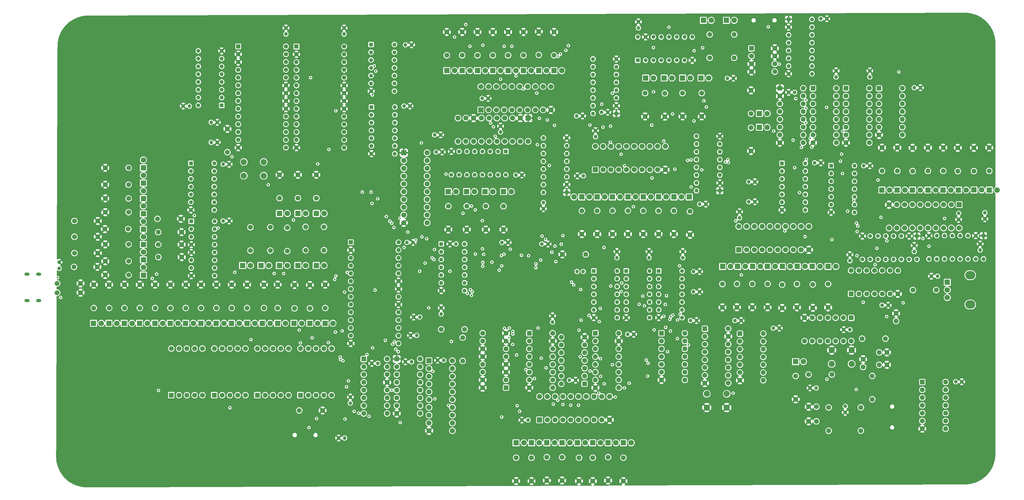
<source format=gbr>
%TF.GenerationSoftware,KiCad,Pcbnew,9.0.6*%
%TF.CreationDate,2025-11-18T15:10:35-06:00*%
%TF.ProjectId,8-Bit-PC,382d4269-742d-4504-932e-6b696361645f,1*%
%TF.SameCoordinates,Original*%
%TF.FileFunction,Copper,L2,Inr*%
%TF.FilePolarity,Positive*%
%FSLAX46Y46*%
G04 Gerber Fmt 4.6, Leading zero omitted, Abs format (unit mm)*
G04 Created by KiCad (PCBNEW 9.0.6) date 2025-11-18 15:10:35*
%MOMM*%
%LPD*%
G01*
G04 APERTURE LIST*
G04 Aperture macros list*
%AMRoundRect*
0 Rectangle with rounded corners*
0 $1 Rounding radius*
0 $2 $3 $4 $5 $6 $7 $8 $9 X,Y pos of 4 corners*
0 Add a 4 corners polygon primitive as box body*
4,1,4,$2,$3,$4,$5,$6,$7,$8,$9,$2,$3,0*
0 Add four circle primitives for the rounded corners*
1,1,$1+$1,$2,$3*
1,1,$1+$1,$4,$5*
1,1,$1+$1,$6,$7*
1,1,$1+$1,$8,$9*
0 Add four rect primitives between the rounded corners*
20,1,$1+$1,$2,$3,$4,$5,0*
20,1,$1+$1,$4,$5,$6,$7,0*
20,1,$1+$1,$6,$7,$8,$9,0*
20,1,$1+$1,$8,$9,$2,$3,0*%
G04 Aperture macros list end*
%TA.AperFunction,ComponentPad*%
%ADD10C,1.600000*%
%TD*%
%TA.AperFunction,ComponentPad*%
%ADD11RoundRect,0.250000X-0.550000X-0.550000X0.550000X-0.550000X0.550000X0.550000X-0.550000X0.550000X0*%
%TD*%
%TA.AperFunction,ComponentPad*%
%ADD12C,1.200000*%
%TD*%
%TA.AperFunction,ComponentPad*%
%ADD13R,1.295400X1.295400*%
%TD*%
%TA.AperFunction,ComponentPad*%
%ADD14C,1.295400*%
%TD*%
%TA.AperFunction,ComponentPad*%
%ADD15R,1.800000X1.800000*%
%TD*%
%TA.AperFunction,ComponentPad*%
%ADD16C,1.800000*%
%TD*%
%TA.AperFunction,ComponentPad*%
%ADD17R,1.378000X1.378000*%
%TD*%
%TA.AperFunction,ComponentPad*%
%ADD18C,1.378000*%
%TD*%
%TA.AperFunction,ComponentPad*%
%ADD19C,2.000000*%
%TD*%
%TA.AperFunction,ComponentPad*%
%ADD20R,1.600000X1.600000*%
%TD*%
%TA.AperFunction,ComponentPad*%
%ADD21RoundRect,0.250000X0.550000X0.550000X-0.550000X0.550000X-0.550000X-0.550000X0.550000X-0.550000X0*%
%TD*%
%TA.AperFunction,ComponentPad*%
%ADD22R,1.676400X1.676400*%
%TD*%
%TA.AperFunction,ComponentPad*%
%ADD23C,1.676400*%
%TD*%
%TA.AperFunction,HeatsinkPad*%
%ADD24O,1.700000X1.000000*%
%TD*%
%TA.AperFunction,ComponentPad*%
%ADD25O,3.240000X2.720000*%
%TD*%
%TA.AperFunction,ComponentPad*%
%ADD26RoundRect,0.250000X0.550000X-0.550000X0.550000X0.550000X-0.550000X0.550000X-0.550000X-0.550000X0*%
%TD*%
%TA.AperFunction,ComponentPad*%
%ADD27RoundRect,0.250000X-0.550000X0.550000X-0.550000X-0.550000X0.550000X-0.550000X0.550000X0.550000X0*%
%TD*%
%TA.AperFunction,ViaPad*%
%ADD28C,0.600000*%
%TD*%
G04 APERTURE END LIST*
D10*
%TO.N,Net-(D16-K)*%
%TO.C,R14*%
X266917100Y-109792300D03*
%TO.N,GND*%
X266917100Y-117412300D03*
%TD*%
D11*
%TO.N,Net-(U3-Q)*%
%TO.C,U5*%
X253130000Y-125790000D03*
D10*
%TO.N,Net-(U4-Pad4)*%
X253130000Y-128330000D03*
%TO.N,Net-(U52-Zb)*%
X253130000Y-130870000D03*
%TO.N,Net-(U21-D1)*%
X253130000Y-133410000D03*
%TO.N,Net-(U52-Zc)*%
X253130000Y-135950000D03*
%TO.N,Net-(U21-D2)*%
X253130000Y-138490000D03*
%TO.N,GND*%
X253130000Y-141030000D03*
%TO.N,Net-(U4-Pad10)*%
X260750000Y-141030000D03*
%TO.N,HLT*%
X260750000Y-138490000D03*
%TO.N,Net-(U23-D1)*%
X260750000Y-135950000D03*
%TO.N,Net-(U24-Zc)*%
X260750000Y-133410000D03*
%TO.N,~{CLK}*%
X260750000Y-130870000D03*
%TO.N,CLK*%
X260750000Y-128330000D03*
%TO.N,VCC*%
X260750000Y-125790000D03*
%TD*%
D12*
%TO.N,VCC*%
%TO.C,C47*%
X192000000Y-122000000D03*
%TO.N,GND*%
X192000000Y-120000000D03*
%TD*%
%TO.N,VCC*%
%TO.C,C8*%
X333040000Y-86300000D03*
%TO.N,GND*%
X333040000Y-88300000D03*
%TD*%
D10*
%TO.N,GND*%
%TO.C,C3*%
X275567100Y-149662300D03*
%TO.N,Net-(U2-DIS)*%
X278067100Y-149662300D03*
%TD*%
%TO.N,Net-(D025-K)*%
%TO.C,R94*%
X319460000Y-72670000D03*
%TO.N,GND*%
X319460000Y-65050000D03*
%TD*%
D11*
%TO.N,/MAR/PROG*%
%TO.C,U52*%
X205977100Y-125657300D03*
D10*
%TO.N,Net-(U52-I0a)*%
X205977100Y-128197300D03*
%TO.N,BUS_7*%
X205977100Y-130737300D03*
%TO.N,Net-(U52-Za)*%
X205977100Y-133277300D03*
%TO.N,Net-(U52-I0b)*%
X205977100Y-135817300D03*
%TO.N,BUS_6*%
X205977100Y-138357300D03*
%TO.N,Net-(U52-Zb)*%
X205977100Y-140897300D03*
%TO.N,GND*%
X205977100Y-143437300D03*
%TO.N,Net-(U52-Zd)*%
X213597100Y-143437300D03*
%TO.N,BUS_4*%
X213597100Y-140897300D03*
%TO.N,Net-(U52-I0d)*%
X213597100Y-138357300D03*
%TO.N,Net-(U52-Zc)*%
X213597100Y-135817300D03*
%TO.N,BUS_5*%
X213597100Y-133277300D03*
%TO.N,Net-(U52-I0c)*%
X213597100Y-130737300D03*
%TO.N,GND*%
X213597100Y-128197300D03*
%TO.N,VCC*%
X213597100Y-125657300D03*
%TD*%
%TO.N,Net-(D112-K)*%
%TO.C,R83*%
X157500000Y-34920000D03*
%TO.N,GND*%
X157500000Y-27300000D03*
%TD*%
%TO.N,Net-(D116-K)*%
%TO.C,R87*%
X177500000Y-34920000D03*
%TO.N,GND*%
X177500000Y-27300000D03*
%TD*%
D13*
%TO.N,GND*%
%TO.C,U8*%
X310870000Y-93930000D03*
D14*
X308330000Y-93930000D03*
%TO.N,/ALU/B_7*%
X305790000Y-93930000D03*
%TO.N,/ALU/B_6*%
X303250000Y-93930000D03*
%TO.N,/ALU/B_5*%
X300710000Y-93930000D03*
%TO.N,/ALU/B_4*%
X298170000Y-93930000D03*
%TO.N,CLK*%
X295630000Y-93930000D03*
%TO.N,GND*%
X293090000Y-93930000D03*
%TO.N,~{BI}*%
X293090000Y-101550000D03*
X295630000Y-101550000D03*
%TO.N,BUS_4*%
X298170000Y-101550000D03*
%TO.N,BUS_5*%
X300710000Y-101550000D03*
%TO.N,BUS_6*%
X303250000Y-101550000D03*
%TO.N,BUS_7*%
X305790000Y-101550000D03*
%TO.N,CLR*%
X308330000Y-101550000D03*
%TO.N,VCC*%
X310870000Y-101550000D03*
%TD*%
D11*
%TO.N,Net-(U51-Zc)*%
%TO.C,U20*%
X227527100Y-125667300D03*
D10*
%TO.N,Net-(U21-\u002AWE)*%
X227527100Y-128207300D03*
%TO.N,Net-(U24-Zb)*%
X227527100Y-130747300D03*
%TO.N,Net-(U23-D3)*%
X227527100Y-133287300D03*
%TO.N,Net-(U24-Za)*%
X227527100Y-135827300D03*
%TO.N,Net-(U23-D2)*%
X227527100Y-138367300D03*
%TO.N,GND*%
X227527100Y-140907300D03*
%TO.N,Net-(U21-D3)*%
X235147100Y-140907300D03*
%TO.N,Net-(U52-Zd)*%
X235147100Y-138367300D03*
%TO.N,N/C*%
X235147100Y-135827300D03*
X235147100Y-133287300D03*
%TO.N,Net-(U23-D0)*%
X235147100Y-130747300D03*
%TO.N,Net-(U24-Zd)*%
X235147100Y-128207300D03*
%TO.N,VCC*%
X235147100Y-125667300D03*
%TD*%
D13*
%TO.N,Net-(U41-~{MR})*%
%TO.C,U41*%
X84032100Y-51252300D03*
D14*
%TO.N,~{CLK}*%
X84032100Y-48712300D03*
%TO.N,unconnected-(U41-D0-Pad3)*%
X84032100Y-46172300D03*
%TO.N,unconnected-(U41-D1-Pad4)*%
X84032100Y-43632300D03*
%TO.N,unconnected-(U41-D2-Pad5)*%
X84032100Y-41092300D03*
%TO.N,unconnected-(U41-D3-Pad6)*%
X84032100Y-38552300D03*
%TO.N,VCC*%
X84032100Y-36012300D03*
%TO.N,GND*%
X84032100Y-33472300D03*
%TO.N,VCC*%
X76412100Y-33472300D03*
X76412100Y-36012300D03*
%TO.N,unconnected-(U41-Q3-Pad11)*%
X76412100Y-38552300D03*
%TO.N,Net-(D61-A)*%
X76412100Y-41092300D03*
%TO.N,Net-(D60-A)*%
X76412100Y-43632300D03*
%TO.N,Net-(D59-A)*%
X76412100Y-46172300D03*
%TO.N,unconnected-(U41-TC-Pad15)*%
X76412100Y-48712300D03*
%TO.N,VCC*%
X76412100Y-51252300D03*
%TD*%
D12*
%TO.N,VCC*%
%TO.C,C11*%
X249000000Y-42420000D03*
%TO.N,GND*%
X251000000Y-42420000D03*
%TD*%
%TO.N,VCC*%
%TO.C,C39*%
X234500000Y-101000000D03*
%TO.N,GND*%
X234500000Y-99000000D03*
%TD*%
D15*
%TO.N,Net-(D31-K)*%
%TO.C,D31*%
X205080000Y-161420000D03*
D16*
%TO.N,Net-(D31-A)*%
X207620000Y-161420000D03*
%TD*%
D15*
%TO.N,Net-(D116-K)*%
%TO.C,D116*%
X177460000Y-39920000D03*
D16*
%TO.N,Net-(D116-A)*%
X180000000Y-39920000D03*
%TD*%
D10*
%TO.N,Net-(C14-Pad2)*%
%TO.C,R32*%
X202817100Y-99912300D03*
%TO.N,GND*%
X195197100Y-99912300D03*
%TD*%
D11*
%TO.N,Net-(U4-Pad3)*%
%TO.C,U6*%
X312620000Y-141580000D03*
D10*
%TO.N,Net-(U4-Pad6)*%
X312620000Y-144120000D03*
%TO.N,Net-(U4-Pad9)*%
X312620000Y-146660000D03*
%TO.N,unconnected-(U6-Pad4)*%
X312620000Y-149200000D03*
%TO.N,unconnected-(U6-Pad5)*%
X312620000Y-151740000D03*
%TO.N,unconnected-(U6-Pad6)*%
X312620000Y-154280000D03*
%TO.N,GND*%
X312620000Y-156820000D03*
%TO.N,unconnected-(U6-Pad8)*%
X320240000Y-156820000D03*
%TO.N,unconnected-(U6-Pad9)*%
X320240000Y-154280000D03*
%TO.N,unconnected-(U6-Pad10)*%
X320240000Y-151740000D03*
%TO.N,unconnected-(U6-Pad11)*%
X320240000Y-149200000D03*
%TO.N,unconnected-(U6-Pad12)*%
X320240000Y-146660000D03*
%TO.N,unconnected-(U6-Pad13)*%
X320240000Y-144120000D03*
%TO.N,VCC*%
X320240000Y-141580000D03*
%TD*%
D15*
%TO.N,Net-(D57-K)*%
%TO.C,D57*%
X108902100Y-103552300D03*
D16*
%TO.N,Net-(D57-A)*%
X111442100Y-103552300D03*
%TD*%
D15*
%TO.N,Net-(D53-K)*%
%TO.C,D53*%
X117787100Y-122412300D03*
D16*
%TO.N,Net-(D53-A)*%
X120327100Y-122412300D03*
%TD*%
D10*
%TO.N,Net-(D17-K)*%
%TO.C,R15*%
X271717100Y-109602300D03*
%TO.N,GND*%
X271717100Y-117222300D03*
%TD*%
%TO.N,Net-(D15-K)*%
%TO.C,R13*%
X262167100Y-109542300D03*
%TO.N,GND*%
X262167100Y-117162300D03*
%TD*%
D15*
%TO.N,Net-(D112-K)*%
%TO.C,D112*%
X157500000Y-39920000D03*
D16*
%TO.N,IR_7*%
X160040000Y-39920000D03*
%TD*%
D10*
%TO.N,GND*%
%TO.C,R16*%
X276917100Y-117352300D03*
%TO.N,Net-(D18-K)*%
X276917100Y-109732300D03*
%TD*%
D15*
%TO.N,Net-(D14-K)*%
%TO.C,D14*%
X259460000Y-53920000D03*
D16*
%TO.N,CF*%
X262000000Y-53920000D03*
%TD*%
D12*
%TO.N,GND*%
%TO.C,C25*%
X287500000Y-151500000D03*
%TO.N,VCC*%
X287500000Y-149500000D03*
%TD*%
D10*
%TO.N,VCC*%
%TO.C,R3*%
X275507100Y-139162300D03*
%TO.N,Net-(U2-TR)*%
X283127100Y-139162300D03*
%TD*%
%TO.N,Net-(D62-K)*%
%TO.C,R65*%
X53667700Y-106657100D03*
%TO.N,GND*%
X46047700Y-106657100D03*
%TD*%
%TO.N,Net-(D20-K)*%
%TO.C,R20*%
X222197100Y-47272300D03*
%TO.N,GND*%
X222197100Y-54892300D03*
%TD*%
D15*
%TO.N,Net-(D69-K)*%
%TO.C,D69*%
X58500000Y-71650000D03*
D16*
%TO.N,BUS_7*%
X58500000Y-69110000D03*
%TD*%
D15*
%TO.N,Net-(D13-K)*%
%TO.C,D13*%
X257242100Y-103852300D03*
D16*
%TO.N,Net-(D13-A)*%
X259782100Y-103852300D03*
%TD*%
D10*
%TO.N,BUS_1*%
%TO.C,R79*%
X36000000Y-99500000D03*
%TO.N,GND*%
X43620000Y-99500000D03*
%TD*%
%TO.N,Net-(D028-K)*%
%TO.C,R97*%
X304460000Y-72670000D03*
%TO.N,GND*%
X304460000Y-65050000D03*
%TD*%
D17*
%TO.N,N/C*%
%TO.C,U43*%
X89442550Y-32020000D03*
D18*
%TO.N,GND*%
X89442550Y-34560000D03*
X89442550Y-37100000D03*
%TO.N,IR_7*%
X89442550Y-39640000D03*
%TO.N,IR_6*%
X89442550Y-42180000D03*
%TO.N,IR_5*%
X89442550Y-44720000D03*
%TO.N,IR_4*%
X89442550Y-47260000D03*
%TO.N,Net-(D61-A)*%
X89442550Y-49800000D03*
%TO.N,Net-(D60-A)*%
X89442550Y-52340000D03*
%TO.N,Net-(D59-A)*%
X89442550Y-54880000D03*
%TO.N,Net-(D45-A)*%
X89442550Y-57420000D03*
%TO.N,Net-(D44-A)*%
X89442550Y-59960000D03*
%TO.N,Net-(D43-A)*%
X89442550Y-62500000D03*
%TO.N,GND*%
X89442550Y-65040000D03*
%TO.N,Net-(D42-A)*%
X105000050Y-65040000D03*
%TO.N,Net-(D41-A)*%
X105000050Y-62500000D03*
%TO.N,RI*%
X105000050Y-59960000D03*
%TO.N,Net-(D39-A)*%
X105000050Y-57420000D03*
%TO.N,HLT*%
X105000050Y-54880000D03*
%TO.N,GND*%
X105000050Y-52340000D03*
X105000050Y-49800000D03*
X105000050Y-47260000D03*
X105000050Y-44720000D03*
%TO.N,ZF*%
X105000050Y-42180000D03*
%TO.N,CF*%
X105000050Y-39640000D03*
%TO.N,N/C*%
X105000050Y-37100000D03*
%TO.N,VCC*%
X105000050Y-34560000D03*
X105000050Y-32020000D03*
%TD*%
D12*
%TO.N,VCC*%
%TO.C,C24*%
X278000000Y-143500000D03*
%TO.N,GND*%
X276000000Y-143500000D03*
%TD*%
%TO.N,VCC*%
%TO.C,C30*%
X253000000Y-88000000D03*
%TO.N,GND*%
X253000000Y-86000000D03*
%TD*%
D15*
%TO.N,Net-(D17-K)*%
%TO.C,D17*%
X271842100Y-103852300D03*
D16*
%TO.N,Net-(D17-A)*%
X274382100Y-103852300D03*
%TD*%
D15*
%TO.N,Net-(D59-K)*%
%TO.C,D59*%
X102902100Y-86552300D03*
D16*
%TO.N,Net-(D59-A)*%
X105442100Y-86552300D03*
%TD*%
D12*
%TO.N,VCC*%
%TO.C,C68*%
X124000000Y-28000000D03*
%TO.N,GND*%
X124000000Y-26000000D03*
%TD*%
D15*
%TO.N,Net-(D115-K)*%
%TO.C,D115*%
X172460000Y-39920000D03*
D16*
%TO.N,IR_4*%
X175000000Y-39920000D03*
%TD*%
D19*
%TO.N,GND*%
%TO.C,SW6*%
X248817100Y-149927300D03*
X242317100Y-149927300D03*
%TO.N,Net-(U51-I0c)*%
X248817100Y-145427300D03*
X242317100Y-145427300D03*
%TD*%
D15*
%TO.N,Net-(D30-K)*%
%TO.C,D30*%
X200120000Y-161420000D03*
D16*
%TO.N,Net-(D30-A)*%
X202660000Y-161420000D03*
%TD*%
D11*
%TO.N,Net-(U31-Q)*%
%TO.C,U32*%
X130383900Y-134069100D03*
D10*
%TO.N,VCC*%
X130383900Y-136609100D03*
X130383900Y-139149100D03*
X130383900Y-141689100D03*
X130383900Y-144229100D03*
%TO.N,Net-(U32A-~{Q})*%
X130383900Y-146769100D03*
%TO.N,VCC*%
X130383900Y-149309100D03*
X130383900Y-151849100D03*
X138003900Y-151849100D03*
%TO.N,Net-(U32B-~{Q})*%
X138003900Y-149309100D03*
%TO.N,unconnected-(U32B-Q-Pad11)*%
X138003900Y-146769100D03*
%TO.N,VCC*%
X138003900Y-144229100D03*
%TO.N,GND*%
X138003900Y-141689100D03*
%TO.N,Net-(U32A-~{Q})*%
X138003900Y-139149100D03*
%TO.N,unconnected-(U32A-Q-Pad15)*%
X138003900Y-136609100D03*
%TO.N,VCC*%
X138003900Y-134069100D03*
%TD*%
D15*
%TO.N,Net-(D50-K)*%
%TO.C,D50*%
X102277100Y-122412300D03*
D16*
%TO.N,CE*%
X104817100Y-122412300D03*
%TD*%
D20*
%TO.N,Net-(U34-E)*%
%TO.C,U35*%
X81636400Y-145879100D03*
D10*
%TO.N,Net-(U34-D)*%
X84176400Y-145879100D03*
%TO.N,Net-(U33A-O0)*%
X86716400Y-145879100D03*
%TO.N,Net-(U34-C)*%
X89256400Y-145879100D03*
%TO.N,Net-(U34-DP)*%
X91796400Y-145879100D03*
%TO.N,Net-(U34-B)*%
X91796400Y-130639100D03*
%TO.N,Net-(U34-A)*%
X89256400Y-130639100D03*
%TO.N,Net-(U33A-O0)*%
X86716400Y-130639100D03*
%TO.N,Net-(U34-F)*%
X84176400Y-130639100D03*
%TO.N,Net-(U34-G)*%
X81636400Y-130639100D03*
%TD*%
D15*
%TO.N,Net-(D11-K)*%
%TO.C,D11*%
X247477100Y-103852300D03*
D16*
%TO.N,Net-(D11-A)*%
X250017100Y-103852300D03*
%TD*%
D15*
%TO.N,Net-(D25-K)*%
%TO.C,D25*%
X248710000Y-23500000D03*
D16*
%TO.N,Net-(D25-A)*%
X251250000Y-23500000D03*
%TD*%
D10*
%TO.N,Net-(D57-A)*%
%TO.C,R57*%
X111412100Y-98552300D03*
%TO.N,VCC*%
X111412100Y-90932300D03*
%TD*%
D11*
%TO.N,GND*%
%TO.C,U33*%
X141163900Y-134069100D03*
D10*
%TO.N,Net-(U32A-~{Q})*%
X141163900Y-136609100D03*
%TO.N,Net-(U32B-~{Q})*%
X141163900Y-139149100D03*
%TO.N,Net-(U33A-O0)*%
X141163900Y-141689100D03*
%TO.N,Net-(U33A-O1)*%
X141163900Y-144229100D03*
%TO.N,Net-(U33A-O2)*%
X141163900Y-146769100D03*
%TO.N,Net-(U33A-O3)*%
X141163900Y-149309100D03*
%TO.N,GND*%
X141163900Y-151849100D03*
%TO.N,N/C*%
X148783900Y-151849100D03*
X148783900Y-149309100D03*
X148783900Y-146769100D03*
X148783900Y-144229100D03*
X148783900Y-141689100D03*
X148783900Y-139149100D03*
X148783900Y-136609100D03*
%TO.N,VCC*%
X148783900Y-134069100D03*
%TD*%
D15*
%TO.N,Net-(D38-K)*%
%TO.C,D38*%
X42227100Y-122412300D03*
D16*
%TO.N,HLT*%
X44767100Y-122412300D03*
%TD*%
D10*
%TO.N,Net-(D69-K)*%
%TO.C,R72*%
X53667700Y-71657100D03*
%TO.N,GND*%
X46047700Y-71657100D03*
%TD*%
D12*
%TO.N,VCC*%
%TO.C,C18*%
X148666400Y-120379100D03*
%TO.N,GND*%
X146666400Y-120379100D03*
%TD*%
D15*
%TO.N,Net-(D42-K)*%
%TO.C,D42*%
X62227100Y-122412300D03*
D16*
%TO.N,Net-(D42-A)*%
X64767100Y-122412300D03*
%TD*%
D15*
%TO.N,Net-(D8-K)*%
%TO.C,D8*%
X231587100Y-81162300D03*
D16*
%TO.N,/ALU/A_1*%
X229047100Y-81162300D03*
%TD*%
D10*
%TO.N,Net-(D50-K)*%
%TO.C,R52*%
X102317100Y-117412300D03*
%TO.N,GND*%
X102317100Y-109792300D03*
%TD*%
%TO.N,Net-(D118-K)*%
%TO.C,R89*%
X187500000Y-34790000D03*
%TO.N,GND*%
X187500000Y-27170000D03*
%TD*%
%TO.N,Net-(D33-K)*%
%TO.C,R31*%
X215120000Y-166300000D03*
%TO.N,GND*%
X215120000Y-173920000D03*
%TD*%
%TO.N,VCC*%
%TO.C,R5*%
X292567100Y-157472300D03*
%TO.N,Net-(SW2-A)*%
X292567100Y-149852300D03*
%TD*%
D12*
%TO.N,GND*%
%TO.C,C38*%
X189000000Y-85000000D03*
%TO.N,VCC*%
X189000000Y-83000000D03*
%TD*%
D15*
%TO.N,Net-(D022-K)*%
%TO.C,D022*%
X334460000Y-78920000D03*
D16*
%TO.N,/ALU/B_7*%
X337000000Y-78920000D03*
%TD*%
D10*
%TO.N,Net-(D119-K)*%
%TO.C,R90*%
X192500000Y-34920000D03*
%TO.N,GND*%
X192500000Y-27300000D03*
%TD*%
D12*
%TO.N,VCC*%
%TO.C,C10*%
X255993900Y-82749100D03*
%TO.N,GND*%
X257993900Y-82749100D03*
%TD*%
%TO.N,Net-(U1-THR)*%
%TO.C,C7*%
X317605000Y-107040000D03*
%TO.N,GND*%
X315605000Y-107040000D03*
%TD*%
D15*
%TO.N,Net-(D54-K)*%
%TO.C,D54*%
X90872100Y-103552300D03*
D16*
%TO.N,Net-(D54-A)*%
X93412100Y-103552300D03*
%TD*%
D10*
%TO.N,BUS_0*%
%TO.C,R80*%
X35880000Y-104000000D03*
%TO.N,GND*%
X43500000Y-104000000D03*
%TD*%
%TO.N,BUS_6*%
%TO.C,R74*%
X63325000Y-92640000D03*
%TO.N,GND*%
X70945000Y-92640000D03*
%TD*%
D12*
%TO.N,GND*%
%TO.C,C33*%
X325500000Y-141500000D03*
%TO.N,VCC*%
X323500000Y-141500000D03*
%TD*%
D15*
%TO.N,Net-(D44-K)*%
%TO.C,D44*%
X72277100Y-122412300D03*
D16*
%TO.N,Net-(D44-A)*%
X74817100Y-122412300D03*
%TD*%
D15*
%TO.N,Net-(D48-K)*%
%TO.C,D48*%
X92277100Y-122412300D03*
D16*
%TO.N,Net-(D48-A)*%
X94817100Y-122412300D03*
%TD*%
D21*
%TO.N,Net-(U24-I0d)*%
%TO.C,SW5*%
X176817100Y-143412300D03*
D10*
%TO.N,Net-(U24-I0c)*%
X176817100Y-140872300D03*
%TO.N,GND*%
X176817100Y-138332300D03*
X176817100Y-135792300D03*
%TO.N,Net-(U52-I0d)*%
X176817100Y-133252300D03*
%TO.N,Net-(U52-I0c)*%
X176817100Y-130712300D03*
%TO.N,GND*%
X176817100Y-128172300D03*
X176817100Y-125632300D03*
%TO.N,Net-(U52-I0a)*%
X169197100Y-125632300D03*
%TO.N,Net-(U52-I0b)*%
X169197100Y-128172300D03*
%TO.N,GND*%
X169197100Y-130712300D03*
X169197100Y-133252300D03*
%TO.N,Net-(U24-I0a)*%
X169197100Y-135792300D03*
%TO.N,Net-(U24-I0b)*%
X169197100Y-138332300D03*
%TO.N,GND*%
X169197100Y-140872300D03*
X169197100Y-143412300D03*
%TD*%
D22*
%TO.N,GND*%
%TO.C,U29*%
X143430000Y-66740000D03*
D23*
%TO.N,unconnected-(U29-A0-Pad2)*%
X143430000Y-69280000D03*
%TO.N,unconnected-(U29-A1-Pad3)*%
X143430000Y-71820000D03*
%TO.N,unconnected-(U29-A2-Pad4)*%
X143430000Y-74360000D03*
%TO.N,unconnected-(U29-A3-Pad5)*%
X143430000Y-76900000D03*
%TO.N,BUS_3*%
X143430000Y-79440000D03*
%TO.N,BUS_2*%
X143430000Y-81980000D03*
%TO.N,BUS_1*%
X143430000Y-84520000D03*
%TO.N,BUS_0*%
X143430000Y-87060000D03*
%TO.N,GND*%
X143430000Y-89600000D03*
%TO.N,Net-(D37-A)*%
X151050000Y-89600000D03*
%TO.N,Net-(D36-A)*%
X151050000Y-87060000D03*
%TO.N,Net-(D35-A)*%
X151050000Y-84520000D03*
%TO.N,Net-(D34-A)*%
X151050000Y-81980000D03*
%TO.N,unconnected-(U29-B3-Pad15)*%
X151050000Y-79440000D03*
%TO.N,unconnected-(U29-B2-Pad16)*%
X151050000Y-76900000D03*
%TO.N,unconnected-(U29-B1-Pad17)*%
X151050000Y-74360000D03*
%TO.N,unconnected-(U29-B0-Pad18)*%
X151050000Y-71820000D03*
%TO.N,~{CO}*%
X151050000Y-69280000D03*
%TO.N,VCC*%
X151050000Y-66740000D03*
%TD*%
D10*
%TO.N,Net-(SW7-A)*%
%TO.C,R39*%
X109356400Y-150879100D03*
%TO.N,GND*%
X116976400Y-150879100D03*
%TD*%
D12*
%TO.N,VCC*%
%TO.C,C65*%
X144000000Y-31500000D03*
%TO.N,GND*%
X146000000Y-31500000D03*
%TD*%
D15*
%TO.N,Net-(D10-K)*%
%TO.C,D10*%
X259460000Y-58420000D03*
D16*
%TO.N,ZF*%
X262000000Y-58420000D03*
%TD*%
D15*
%TO.N,Net-(D028-K)*%
%TO.C,D028*%
X304440000Y-78920000D03*
D16*
%TO.N,/ALU/B_1*%
X306980000Y-78920000D03*
%TD*%
D10*
%TO.N,Net-(D42-K)*%
%TO.C,R44*%
X62317100Y-117412300D03*
%TO.N,GND*%
X62317100Y-109792300D03*
%TD*%
D15*
%TO.N,Net-(D20-K)*%
%TO.C,D20*%
X222397100Y-42332300D03*
D16*
%TO.N,/MAR/A3*%
X224937100Y-42332300D03*
%TD*%
D21*
%TO.N,Net-(U52-Za)*%
%TO.C,U22*%
X202437100Y-142152300D03*
D10*
%TO.N,Net-(U21-D0)*%
X202437100Y-139612300D03*
%TO.N,unconnected-(U22-Pad3)*%
X202437100Y-137072300D03*
%TO.N,unconnected-(U22-Pad4)*%
X202437100Y-134532300D03*
%TO.N,unconnected-(U22-Pad5)*%
X202437100Y-131992300D03*
%TO.N,unconnected-(U22-Pad6)*%
X202437100Y-129452300D03*
%TO.N,GND*%
X202437100Y-126912300D03*
%TO.N,unconnected-(U22-Pad8)*%
X194817100Y-126912300D03*
%TO.N,unconnected-(U22-Pad9)*%
X194817100Y-129452300D03*
%TO.N,unconnected-(U22-Pad10)*%
X194817100Y-131992300D03*
%TO.N,unconnected-(U22-Pad11)*%
X194817100Y-134532300D03*
%TO.N,unconnected-(U22-Pad12)*%
X194817100Y-137072300D03*
%TO.N,unconnected-(U22-Pad13)*%
X194817100Y-139612300D03*
%TO.N,VCC*%
X194817100Y-142152300D03*
%TD*%
%TO.N,Net-(D66-K)*%
%TO.C,R69*%
X53667700Y-86157100D03*
%TO.N,GND*%
X46047700Y-86157100D03*
%TD*%
%TO.N,Net-(D26-K)*%
%TO.C,R24*%
X180120000Y-166300000D03*
%TO.N,GND*%
X180120000Y-173920000D03*
%TD*%
%TO.N,VCC*%
%TO.C,R6*%
X296317100Y-147222300D03*
%TO.N,Net-(SW2-C)*%
X296317100Y-139602300D03*
%TD*%
D15*
%TO.N,Net-(D025-K)*%
%TO.C,D025*%
X319420000Y-78920000D03*
D16*
%TO.N,/ALU/B_4*%
X321960000Y-78920000D03*
%TD*%
D20*
%TO.N,Net-(U34-E)*%
%TO.C,U37*%
X109736400Y-145879100D03*
D10*
%TO.N,Net-(U34-D)*%
X112276400Y-145879100D03*
%TO.N,Net-(U33A-O1)*%
X114816400Y-145879100D03*
%TO.N,Net-(U34-C)*%
X117356400Y-145879100D03*
%TO.N,Net-(U34-DP)*%
X119896400Y-145879100D03*
%TO.N,Net-(U34-B)*%
X119896400Y-130639100D03*
%TO.N,Net-(U34-A)*%
X117356400Y-130639100D03*
%TO.N,Net-(U33A-O1)*%
X114816400Y-130639100D03*
%TO.N,Net-(U34-F)*%
X112276400Y-130639100D03*
%TO.N,Net-(U34-G)*%
X109736400Y-130639100D03*
%TD*%
D15*
%TO.N,Net-(D68-K)*%
%TO.C,D68*%
X58500000Y-76650000D03*
D16*
%TO.N,BUS_6*%
X58500000Y-74110000D03*
%TD*%
D10*
%TO.N,Net-(D19-K)*%
%TO.C,R17*%
X281917100Y-109602300D03*
%TO.N,GND*%
X281917100Y-117222300D03*
%TD*%
%TO.N,Net-(D68-K)*%
%TO.C,R71*%
X53667700Y-77157100D03*
%TO.N,GND*%
X46047700Y-77157100D03*
%TD*%
%TO.N,VCC*%
%TO.C,R19*%
X251250000Y-35750000D03*
%TO.N,Net-(D25-A)*%
X251250000Y-28130000D03*
%TD*%
D12*
%TO.N,Net-(U31-CV)*%
%TO.C,C17*%
X124166400Y-159879100D03*
%TO.N,GND*%
X122166400Y-159879100D03*
%TD*%
D15*
%TO.N,Net-(D114-K)*%
%TO.C,D114*%
X167480000Y-39920000D03*
D16*
%TO.N,IR_5*%
X170020000Y-39920000D03*
%TD*%
D12*
%TO.N,VCC*%
%TO.C,C13*%
X237977100Y-112097300D03*
%TO.N,GND*%
X239977100Y-112097300D03*
%TD*%
D10*
%TO.N,VCC*%
%TO.C,R37*%
X162666400Y-134689100D03*
%TO.N,Net-(U31-DIS)*%
X162666400Y-127069100D03*
%TD*%
%TO.N,GND*%
%TO.C,R33*%
X157990000Y-91790000D03*
%TO.N,Net-(D34-K)*%
X157990000Y-84170000D03*
%TD*%
%TO.N,Net-(D60-K)*%
%TO.C,R62*%
X108912100Y-81552300D03*
%TO.N,GND*%
X108912100Y-73932300D03*
%TD*%
D15*
%TO.N,Net-(D61-K)*%
%TO.C,D61*%
X114922100Y-86552300D03*
D16*
%TO.N,Net-(D61-A)*%
X117462100Y-86552300D03*
%TD*%
D15*
%TO.N,Net-(D21-K)*%
%TO.C,D21*%
X228407100Y-42332300D03*
D16*
%TO.N,/MAR/A2*%
X230947100Y-42332300D03*
%TD*%
D11*
%TO.N,Net-(D13-A)*%
%TO.C,U13*%
X276940000Y-45670000D03*
D10*
%TO.N,Net-(U13-B2)*%
X276940000Y-48210000D03*
%TO.N,/ALU/A_5*%
X276940000Y-50750000D03*
%TO.N,Net-(D15-A)*%
X276940000Y-53290000D03*
%TO.N,/ALU/A_4*%
X276940000Y-55830000D03*
%TO.N,Net-(U13-B1)*%
X276940000Y-58370000D03*
%TO.N,Net-(U13-C0)*%
X276940000Y-60910000D03*
%TO.N,GND*%
X276940000Y-63450000D03*
%TO.N,Net-(U12-D0)*%
X284560000Y-63450000D03*
%TO.N,Net-(D11-A)*%
X284560000Y-60910000D03*
%TO.N,Net-(U13-B4)*%
X284560000Y-58370000D03*
%TO.N,/ALU/A_7*%
X284560000Y-55830000D03*
%TO.N,Net-(D12-A)*%
X284560000Y-53290000D03*
%TO.N,/ALU/A_6*%
X284560000Y-50750000D03*
%TO.N,Net-(U13-B3)*%
X284560000Y-48210000D03*
%TO.N,VCC*%
X284560000Y-45670000D03*
%TD*%
%TO.N,Net-(D022-K)*%
%TO.C,R91*%
X334460000Y-72670000D03*
%TO.N,GND*%
X334460000Y-65050000D03*
%TD*%
%TO.N,Net-(D45-K)*%
%TO.C,R47*%
X77317100Y-117412300D03*
%TO.N,GND*%
X77317100Y-109792300D03*
%TD*%
%TO.N,Net-(J1-CC2)*%
%TO.C,R81*%
X30380000Y-112420000D03*
%TO.N,GND*%
X38000000Y-112420000D03*
%TD*%
D15*
%TO.N,Net-(D027-K)*%
%TO.C,D027*%
X309440000Y-78920000D03*
D16*
%TO.N,/ALU/B_2*%
X311980000Y-78920000D03*
%TD*%
D10*
%TO.N,Net-(D54-A)*%
%TO.C,R60*%
X93412100Y-98672300D03*
%TO.N,VCC*%
X93412100Y-91052300D03*
%TD*%
D11*
%TO.N,/MAR/PROG*%
%TO.C,U24*%
X184417100Y-125657300D03*
D10*
%TO.N,Net-(U24-I0a)*%
X184417100Y-128197300D03*
%TO.N,BUS_3*%
X184417100Y-130737300D03*
%TO.N,Net-(U24-Za)*%
X184417100Y-133277300D03*
%TO.N,Net-(U24-I0b)*%
X184417100Y-135817300D03*
%TO.N,BUS_2*%
X184417100Y-138357300D03*
%TO.N,Net-(U24-Zb)*%
X184417100Y-140897300D03*
%TO.N,GND*%
X184417100Y-143437300D03*
%TO.N,Net-(U24-Zd)*%
X192037100Y-143437300D03*
%TO.N,BUS_0*%
X192037100Y-140897300D03*
%TO.N,Net-(U24-I0d)*%
X192037100Y-138357300D03*
%TO.N,Net-(U24-Zc)*%
X192037100Y-135817300D03*
%TO.N,BUS_1*%
X192037100Y-133277300D03*
%TO.N,Net-(U24-I0c)*%
X192037100Y-130737300D03*
%TO.N,GND*%
X192037100Y-128197300D03*
%TO.N,VCC*%
X192037100Y-125657300D03*
%TD*%
D15*
%TO.N,Net-(D27-K)*%
%TO.C,D27*%
X185130000Y-161420000D03*
D16*
%TO.N,Net-(D27-A)*%
X187670000Y-161420000D03*
%TD*%
D10*
%TO.N,VCC*%
%TO.C,R1*%
X293007100Y-127412300D03*
%TO.N,Net-(U1-DIS)*%
X300627100Y-127412300D03*
%TD*%
%TO.N,VCC*%
%TO.C,R4*%
X282067100Y-157532300D03*
%TO.N,Net-(U2-DIS)*%
X282067100Y-149912300D03*
%TD*%
D15*
%TO.N,Net-(D29-K)*%
%TO.C,D29*%
X195120000Y-161420000D03*
D16*
%TO.N,Net-(D29-A)*%
X197660000Y-161420000D03*
%TD*%
D10*
%TO.N,Net-(D67-K)*%
%TO.C,R70*%
X53667700Y-81657100D03*
%TO.N,GND*%
X46047700Y-81657100D03*
%TD*%
D15*
%TO.N,Net-(D22-K)*%
%TO.C,D22*%
X234417100Y-42332300D03*
D16*
%TO.N,/MAR/A1*%
X236957100Y-42332300D03*
%TD*%
D10*
%TO.N,GND*%
%TO.C,R35*%
X170240000Y-91790000D03*
%TO.N,Net-(D36-K)*%
X170240000Y-84170000D03*
%TD*%
D15*
%TO.N,Net-(D56-K)*%
%TO.C,D56*%
X102892100Y-103552300D03*
D16*
%TO.N,Net-(D56-A)*%
X105432100Y-103552300D03*
%TD*%
D13*
%TO.N,~{CLR}*%
%TO.C,U30*%
X176740000Y-66300000D03*
D14*
%TO.N,CLK*%
X174200000Y-66300000D03*
%TO.N,BUS_0*%
X171660000Y-66300000D03*
%TO.N,BUS_1*%
X169120000Y-66300000D03*
%TO.N,BUS_2*%
X166580000Y-66300000D03*
%TO.N,BUS_3*%
X164040000Y-66300000D03*
%TO.N,CE*%
X161500000Y-66300000D03*
%TO.N,GND*%
X158960000Y-66300000D03*
%TO.N,~{J}*%
X158960000Y-73920000D03*
%TO.N,CE*%
X161500000Y-73920000D03*
%TO.N,Net-(D34-A)*%
X164040000Y-73920000D03*
%TO.N,Net-(D35-A)*%
X166580000Y-73920000D03*
%TO.N,Net-(D36-A)*%
X169120000Y-73920000D03*
%TO.N,Net-(D37-A)*%
X171660000Y-73920000D03*
%TO.N,unconnected-(U30-TC-Pad15)*%
X174200000Y-73920000D03*
%TO.N,VCC*%
X176740000Y-73920000D03*
%TD*%
D15*
%TO.N,Net-(D41-K)*%
%TO.C,D41*%
X57227100Y-122412300D03*
D16*
%TO.N,Net-(D41-A)*%
X59767100Y-122412300D03*
%TD*%
D12*
%TO.N,VCC*%
%TO.C,C29*%
X310000000Y-45500000D03*
%TO.N,GND*%
X312000000Y-45500000D03*
%TD*%
D15*
%TO.N,Net-(D46-K)*%
%TO.C,D46*%
X82277100Y-122412300D03*
D16*
%TO.N,Net-(D46-A)*%
X84817100Y-122412300D03*
%TD*%
D10*
%TO.N,GND*%
%TO.C,R36*%
X175990000Y-91790000D03*
%TO.N,Net-(D37-K)*%
X175990000Y-84170000D03*
%TD*%
%TO.N,Net-(D53-K)*%
%TO.C,R55*%
X117817100Y-117412300D03*
%TO.N,GND*%
X117817100Y-109792300D03*
%TD*%
D13*
%TO.N,GND*%
%TO.C,U19*%
X269000000Y-23180000D03*
D14*
X269000000Y-25720000D03*
%TO.N,Net-(U18-I1a)*%
X269000000Y-28260000D03*
%TO.N,Net-(U18-I1b)*%
X269000000Y-30800000D03*
%TO.N,Net-(U18-I1c)*%
X269000000Y-33340000D03*
%TO.N,Net-(U18-I1d)*%
X269000000Y-35880000D03*
%TO.N,CLK*%
X269000000Y-38420000D03*
%TO.N,GND*%
X269000000Y-40960000D03*
%TO.N,~{MI}*%
X276620000Y-40960000D03*
X276620000Y-38420000D03*
%TO.N,BUS_0*%
X276620000Y-35880000D03*
%TO.N,BUS_1*%
X276620000Y-33340000D03*
%TO.N,BUS_2*%
X276620000Y-30800000D03*
%TO.N,BUS_3*%
X276620000Y-28260000D03*
%TO.N,CLR*%
X276620000Y-25720000D03*
%TO.N,VCC*%
X276620000Y-23180000D03*
%TD*%
D12*
%TO.N,VCC*%
%TO.C,C118*%
X199817100Y-54712300D03*
%TO.N,GND*%
X201817100Y-54712300D03*
%TD*%
D11*
%TO.N,Net-(U10-Pad1)*%
%TO.C,U10*%
X298500000Y-45680000D03*
D10*
%TO.N,Net-(U10-Pad2)*%
X298500000Y-48220000D03*
%TO.N,Net-(U10-Pad3)*%
X298500000Y-50760000D03*
%TO.N,Net-(U10-Pad4)*%
X298500000Y-53300000D03*
%TO.N,Net-(U10-Pad3)*%
X298500000Y-55840000D03*
%TO.N,Net-(U12-D1)*%
X298500000Y-58380000D03*
%TO.N,GND*%
X298500000Y-60920000D03*
%TO.N,Net-(U10-Pad4)*%
X306120000Y-60920000D03*
%TO.N,Net-(U10-Pad9)*%
X306120000Y-58380000D03*
%TO.N,Net-(U10-Pad10)*%
X306120000Y-55840000D03*
%TO.N,unconnected-(U10-Pad11)*%
X306120000Y-53300000D03*
%TO.N,unconnected-(U10-Pad12)*%
X306120000Y-50760000D03*
%TO.N,unconnected-(U10-Pad13)*%
X306120000Y-48220000D03*
%TO.N,VCC*%
X306120000Y-45680000D03*
%TD*%
%TO.N,Net-(D117-K)*%
%TO.C,R88*%
X182500000Y-34920000D03*
%TO.N,GND*%
X182500000Y-27300000D03*
%TD*%
D13*
%TO.N,Net-(U10-Pad2)*%
%TO.C,U11*%
X266848400Y-70180000D03*
D14*
%TO.N,Net-(D11-A)*%
X266848400Y-72720000D03*
%TO.N,Net-(D12-A)*%
X266848400Y-75260000D03*
%TO.N,Net-(U10-Pad1)*%
X266848400Y-77800000D03*
%TO.N,Net-(D13-A)*%
X266848400Y-80340000D03*
%TO.N,Net-(D15-A)*%
X266848400Y-82880000D03*
%TO.N,GND*%
X266848400Y-85420000D03*
%TO.N,Net-(D16-A)*%
X274468400Y-85420000D03*
%TO.N,Net-(D17-A)*%
X274468400Y-82880000D03*
%TO.N,Net-(U10-Pad10)*%
X274468400Y-80340000D03*
%TO.N,Net-(D18-A)*%
X274468400Y-77800000D03*
%TO.N,Net-(D19-A)*%
X274468400Y-75260000D03*
%TO.N,Net-(U10-Pad9)*%
X274468400Y-72720000D03*
%TO.N,VCC*%
X274468400Y-70180000D03*
%TD*%
D19*
%TO.N,GND*%
%TO.C,SW1*%
X283067100Y-131162300D03*
X289567100Y-131162300D03*
%TO.N,Net-(U2-TR)*%
X283067100Y-135662300D03*
X289567100Y-135662300D03*
%TD*%
D15*
%TO.N,Net-(D28-K)*%
%TO.C,D28*%
X190120000Y-161420000D03*
D16*
%TO.N,Net-(D28-A)*%
X192660000Y-161420000D03*
%TD*%
D10*
%TO.N,BUS_3*%
%TO.C,R77*%
X36000000Y-89000000D03*
%TO.N,GND*%
X43620000Y-89000000D03*
%TD*%
%TO.N,Net-(D56-A)*%
%TO.C,R58*%
X105412100Y-98862300D03*
%TO.N,VCC*%
X105412100Y-91242300D03*
%TD*%
D12*
%TO.N,VCC*%
%TO.C,C26*%
X293500000Y-71000000D03*
%TO.N,GND*%
X295500000Y-71000000D03*
%TD*%
D10*
%TO.N,Net-(D55-A)*%
%TO.C,R59*%
X99912100Y-98672300D03*
%TO.N,VCC*%
X99912100Y-91052300D03*
%TD*%
%TO.N,Net-(U1-DIS)*%
%TO.C,R2*%
X309545000Y-111540000D03*
%TO.N,Net-(R2-Pad2)*%
X317165000Y-111540000D03*
%TD*%
D15*
%TO.N,Net-(D40-K)*%
%TO.C,D40*%
X52227100Y-122412300D03*
D16*
%TO.N,RI*%
X54767100Y-122412300D03*
%TD*%
D12*
%TO.N,VCC*%
%TO.C,C31*%
X220000000Y-26000000D03*
%TO.N,GND*%
X220000000Y-24000000D03*
%TD*%
%TO.N,VCC*%
%TO.C,C64*%
X223500000Y-101000000D03*
%TO.N,GND*%
X223500000Y-99000000D03*
%TD*%
D10*
%TO.N,GND*%
%TO.C,C4*%
X293317100Y-134162300D03*
%TO.N,Net-(U3-CV)*%
X293317100Y-136662300D03*
%TD*%
%TO.N,Net-(D024-K)*%
%TO.C,R93*%
X324210000Y-72730000D03*
%TO.N,GND*%
X324210000Y-65110000D03*
%TD*%
D15*
%TO.N,Net-(D2-K)*%
%TO.C,D2*%
X201507100Y-81162300D03*
D16*
%TO.N,/ALU/A_7*%
X198967100Y-81162300D03*
%TD*%
D10*
%TO.N,Net-(D115-K)*%
%TO.C,R86*%
X172500000Y-34920000D03*
%TO.N,GND*%
X172500000Y-27300000D03*
%TD*%
D15*
%TO.N,Net-(D47-K)*%
%TO.C,D47*%
X87277100Y-122412300D03*
D16*
%TO.N,SU*%
X89817100Y-122412300D03*
%TD*%
D20*
%TO.N,Net-(U34-E)*%
%TO.C,U34*%
X67586400Y-145879100D03*
D10*
%TO.N,Net-(U34-D)*%
X70126400Y-145879100D03*
%TO.N,Net-(U33A-O3)*%
X72666400Y-145879100D03*
%TO.N,Net-(U34-C)*%
X75206400Y-145879100D03*
%TO.N,Net-(U34-DP)*%
X77746400Y-145879100D03*
%TO.N,Net-(U34-B)*%
X77746400Y-130639100D03*
%TO.N,Net-(U34-A)*%
X75206400Y-130639100D03*
%TO.N,Net-(U33A-O3)*%
X72666400Y-130639100D03*
%TO.N,Net-(U34-F)*%
X70126400Y-130639100D03*
%TO.N,Net-(U34-G)*%
X67586400Y-130639100D03*
%TD*%
D12*
%TO.N,VCC*%
%TO.C,C37*%
X213000000Y-101000000D03*
%TO.N,GND*%
X213000000Y-99000000D03*
%TD*%
D22*
%TO.N,VCC*%
%TO.C,U25*%
X187760000Y-153920000D03*
D23*
%TO.N,Net-(D26-A)*%
X190300000Y-153920000D03*
%TO.N,Net-(D27-A)*%
X192840000Y-153920000D03*
%TO.N,Net-(D28-A)*%
X195380000Y-153920000D03*
%TO.N,Net-(D29-A)*%
X197920000Y-153920000D03*
%TO.N,Net-(D30-A)*%
X200460000Y-153920000D03*
%TO.N,Net-(D31-A)*%
X203000000Y-153920000D03*
%TO.N,Net-(D32-A)*%
X205540000Y-153920000D03*
%TO.N,Net-(D33-A)*%
X208080000Y-153920000D03*
%TO.N,GND*%
X210620000Y-153920000D03*
%TO.N,BUS_0*%
X210620000Y-146300000D03*
%TO.N,BUS_1*%
X208080000Y-146300000D03*
%TO.N,BUS_2*%
X205540000Y-146300000D03*
%TO.N,BUS_3*%
X203000000Y-146300000D03*
%TO.N,BUS_4*%
X200460000Y-146300000D03*
%TO.N,BUS_5*%
X197920000Y-146300000D03*
%TO.N,BUS_6*%
X195380000Y-146300000D03*
%TO.N,BUS_7*%
X192840000Y-146300000D03*
%TO.N,~{RO}*%
X190300000Y-146300000D03*
%TO.N,VCC*%
X187760000Y-146300000D03*
%TD*%
D15*
%TO.N,Net-(D026-K)*%
%TO.C,D026*%
X314460000Y-78920000D03*
D16*
%TO.N,/ALU/B_3*%
X317000000Y-78920000D03*
%TD*%
D10*
%TO.N,Net-(D029-K)*%
%TO.C,R98*%
X299460000Y-72670000D03*
%TO.N,GND*%
X299460000Y-65050000D03*
%TD*%
D12*
%TO.N,VCC*%
%TO.C,C44*%
X184000000Y-154000000D03*
%TO.N,GND*%
X182000000Y-154000000D03*
%TD*%
D10*
%TO.N,GND*%
%TO.C,R34*%
X163990000Y-91790000D03*
%TO.N,Net-(D35-K)*%
X163990000Y-84170000D03*
%TD*%
%TO.N,Net-(D5-K)*%
%TO.C,R102*%
X216567100Y-85662300D03*
%TO.N,GND*%
X216567100Y-93282300D03*
%TD*%
D22*
%TO.N,VCC*%
%TO.C,U48*%
X205957100Y-72282300D03*
D23*
%TO.N,/ALU/A_4*%
X208497100Y-72282300D03*
%TO.N,/ALU/A_5*%
X211037100Y-72282300D03*
%TO.N,/ALU/A_6*%
X213577100Y-72282300D03*
%TO.N,/ALU/A_7*%
X216117100Y-72282300D03*
%TO.N,/ALU/A_0*%
X218657100Y-72282300D03*
%TO.N,/ALU/A_1*%
X221197100Y-72282300D03*
%TO.N,/ALU/A_2*%
X223737100Y-72282300D03*
%TO.N,/ALU/A_3*%
X226277100Y-72282300D03*
%TO.N,GND*%
X228817100Y-72282300D03*
%TO.N,BUS_0*%
X228817100Y-64662300D03*
%TO.N,BUS_1*%
X226277100Y-64662300D03*
%TO.N,BUS_2*%
X223737100Y-64662300D03*
%TO.N,BUS_3*%
X221197100Y-64662300D03*
%TO.N,BUS_4*%
X218657100Y-64662300D03*
%TO.N,BUS_5*%
X216117100Y-64662300D03*
%TO.N,BUS_6*%
X213577100Y-64662300D03*
%TO.N,BUS_7*%
X211037100Y-64662300D03*
%TO.N,~{AO}*%
X208497100Y-64662300D03*
%TO.N,VCC*%
X205957100Y-64662300D03*
%TD*%
D15*
%TO.N,Net-(D029-K)*%
%TO.C,D029*%
X299440000Y-78920000D03*
D16*
%TO.N,/ALU/B_0*%
X301980000Y-78920000D03*
%TD*%
D12*
%TO.N,VCC*%
%TO.C,C66*%
X73500000Y-51500000D03*
%TO.N,GND*%
X71500000Y-51500000D03*
%TD*%
D10*
%TO.N,Net-(D30-K)*%
%TO.C,R28*%
X200620000Y-166300000D03*
%TO.N,GND*%
X200620000Y-173920000D03*
%TD*%
D12*
%TO.N,VCC*%
%TO.C,C23*%
X289000000Y-102000000D03*
%TO.N,GND*%
X289000000Y-100000000D03*
%TD*%
D13*
%TO.N,Net-(C14-Pad2)*%
%TO.C,U26*%
X205461600Y-105325000D03*
D14*
%TO.N,RI*%
X205461600Y-107865000D03*
%TO.N,Net-(U51-I1c)*%
X205461600Y-110405000D03*
%TO.N,~{CLR}*%
X205461600Y-112945000D03*
%TO.N,Net-(U42-O5)*%
X205461600Y-115485000D03*
%TO.N,Net-(U26-Pad6)*%
X205461600Y-118025000D03*
%TO.N,GND*%
X205461600Y-120565000D03*
%TO.N,~{CLR}*%
X213081600Y-120565000D03*
%TO.N,Net-(R64-Pad1)*%
X213081600Y-118025000D03*
X213081600Y-115485000D03*
%TO.N,CLR*%
X213081600Y-112945000D03*
%TO.N,~{CLR}*%
X213081600Y-110405000D03*
X213081600Y-107865000D03*
%TO.N,VCC*%
X213081600Y-105325000D03*
%TD*%
D15*
%TO.N,Net-(D1-K)*%
%TO.C,D1*%
X271297100Y-134912300D03*
D16*
%TO.N,CLK*%
X273837100Y-134912300D03*
%TD*%
D15*
%TO.N,Net-(D9-K)*%
%TO.C,D9*%
X236587100Y-81162300D03*
D16*
%TO.N,/ALU/A_0*%
X234047100Y-81162300D03*
%TD*%
D12*
%TO.N,VCC*%
%TO.C,C52*%
X295500000Y-42000000D03*
%TO.N,GND*%
X295500000Y-40000000D03*
%TD*%
D15*
%TO.N,Net-(D113-K)*%
%TO.C,D113*%
X162480000Y-39920000D03*
D16*
%TO.N,IR_6*%
X165020000Y-39920000D03*
%TD*%
D22*
%TO.N,VCC*%
%TO.C,U17*%
X252737100Y-98412300D03*
D23*
%TO.N,Net-(D11-A)*%
X255277100Y-98412300D03*
%TO.N,Net-(D12-A)*%
X257817100Y-98412300D03*
%TO.N,Net-(D13-A)*%
X260357100Y-98412300D03*
%TO.N,Net-(D15-A)*%
X262897100Y-98412300D03*
%TO.N,Net-(D16-A)*%
X265437100Y-98412300D03*
%TO.N,Net-(D17-A)*%
X267977100Y-98412300D03*
%TO.N,Net-(D18-A)*%
X270517100Y-98412300D03*
%TO.N,Net-(D19-A)*%
X273057100Y-98412300D03*
%TO.N,GND*%
X275597100Y-98412300D03*
%TO.N,BUS_0*%
X275597100Y-90792300D03*
%TO.N,BUS_1*%
X273057100Y-90792300D03*
%TO.N,BUS_2*%
X270517100Y-90792300D03*
%TO.N,BUS_3*%
X267977100Y-90792300D03*
%TO.N,BUS_4*%
X265437100Y-90792300D03*
%TO.N,BUS_5*%
X262897100Y-90792300D03*
%TO.N,BUS_6*%
X260357100Y-90792300D03*
%TO.N,BUS_7*%
X257817100Y-90792300D03*
%TO.N,~{EO}*%
X255277100Y-90792300D03*
%TO.N,VCC*%
X252737100Y-90792300D03*
%TD*%
D12*
%TO.N,VCC*%
%TO.C,C45*%
X216500000Y-126000000D03*
%TO.N,GND*%
X218500000Y-126000000D03*
%TD*%
%TO.N,VCC*%
%TO.C,C22*%
X202067100Y-74282300D03*
%TO.N,GND*%
X200067100Y-74282300D03*
%TD*%
D13*
%TO.N,/MAR/PROG*%
%TO.C,U18*%
X219800000Y-36540000D03*
D14*
%TO.N,Net-(U18-I0a)*%
X222340000Y-36540000D03*
%TO.N,Net-(U18-I1a)*%
X224880000Y-36540000D03*
%TO.N,/MAR/A3*%
X227420000Y-36540000D03*
%TO.N,Net-(U18-I0b)*%
X229960000Y-36540000D03*
%TO.N,Net-(U18-I1b)*%
X232500000Y-36540000D03*
%TO.N,/MAR/A2*%
X235040000Y-36540000D03*
%TO.N,GND*%
X237580000Y-36540000D03*
%TO.N,/MAR/A1*%
X237580000Y-28920000D03*
%TO.N,Net-(U18-I1c)*%
X235040000Y-28920000D03*
%TO.N,Net-(U18-I0c)*%
X232500000Y-28920000D03*
%TO.N,/MAR/A0*%
X229960000Y-28920000D03*
%TO.N,Net-(U18-I1d)*%
X227420000Y-28920000D03*
%TO.N,Net-(U18-I0d)*%
X224880000Y-28920000D03*
%TO.N,GND*%
X222340000Y-28920000D03*
%TO.N,VCC*%
X219800000Y-28920000D03*
%TD*%
D10*
%TO.N,VCC*%
%TO.C,R18*%
X243250000Y-35750000D03*
%TO.N,Net-(D24-A)*%
X243250000Y-28130000D03*
%TD*%
%TO.N,Net-(D4-K)*%
%TO.C,R101*%
X211567100Y-85662300D03*
%TO.N,GND*%
X211567100Y-93282300D03*
%TD*%
D12*
%TO.N,VCC*%
%TO.C,C12*%
X237977100Y-105547300D03*
%TO.N,GND*%
X239977100Y-105547300D03*
%TD*%
%TO.N,VCC*%
%TO.C,C75*%
X31000000Y-104500000D03*
%TO.N,GND*%
X31000000Y-102500000D03*
%TD*%
D15*
%TO.N,Net-(D5-K)*%
%TO.C,D5*%
X216567100Y-81162300D03*
D16*
%TO.N,/ALU/A_4*%
X214027100Y-81162300D03*
%TD*%
D10*
%TO.N,Net-(D49-K)*%
%TO.C,R51*%
X97817100Y-117412300D03*
%TO.N,GND*%
X97817100Y-109792300D03*
%TD*%
D12*
%TO.N,VCC*%
%TO.C,C58*%
X126000000Y-148500000D03*
%TO.N,GND*%
X126000000Y-146500000D03*
%TD*%
D10*
%TO.N,Net-(D52-K)*%
%TO.C,R54*%
X112817100Y-117532300D03*
%TO.N,GND*%
X112817100Y-109912300D03*
%TD*%
%TO.N,GND*%
%TO.C,C1*%
X304067100Y-119162300D03*
%TO.N,Net-(U1-CV)*%
X304067100Y-121662300D03*
%TD*%
D19*
%TO.N,Net-(R64-Pad1)*%
%TO.C,SW8*%
X91250000Y-69750000D03*
X97750000Y-69750000D03*
%TO.N,VCC*%
X91250000Y-74250000D03*
X97750000Y-74250000D03*
%TD*%
D10*
%TO.N,Net-(D27-K)*%
%TO.C,R25*%
X185120000Y-166300000D03*
%TO.N,GND*%
X185120000Y-173920000D03*
%TD*%
D11*
%TO.N,Net-(U18-I0d)*%
%TO.C,SW3*%
X256880000Y-32630000D03*
D10*
%TO.N,Net-(U18-I0c)*%
X256880000Y-35170000D03*
%TO.N,GND*%
X256880000Y-37710000D03*
X256880000Y-40250000D03*
%TO.N,Net-(U18-I0a)*%
X264500000Y-40250000D03*
%TO.N,Net-(U18-I0b)*%
X264500000Y-37710000D03*
%TO.N,GND*%
X264500000Y-35170000D03*
X264500000Y-32630000D03*
%TD*%
D15*
%TO.N,Net-(D39-K)*%
%TO.C,D39*%
X47237100Y-122412300D03*
D16*
%TO.N,Net-(D39-A)*%
X49777100Y-122412300D03*
%TD*%
D10*
%TO.N,Net-(D44-K)*%
%TO.C,R46*%
X72317100Y-117412300D03*
%TO.N,GND*%
X72317100Y-109792300D03*
%TD*%
%TO.N,Net-(D6-K)*%
%TO.C,R103*%
X221567100Y-85662300D03*
%TO.N,GND*%
X221567100Y-93282300D03*
%TD*%
%TO.N,Net-(D32-K)*%
%TO.C,R30*%
X210120000Y-166110000D03*
%TO.N,GND*%
X210120000Y-173730000D03*
%TD*%
%TO.N,Net-(D48-K)*%
%TO.C,R50*%
X92317100Y-117412300D03*
%TO.N,GND*%
X92317100Y-109792300D03*
%TD*%
D13*
%TO.N,Net-(U23-\u002AO1)*%
%TO.C,U28*%
X226613200Y-105325000D03*
D14*
%TO.N,Net-(D32-A)*%
X226613200Y-107865000D03*
%TO.N,Net-(U23-\u002AO0)*%
X226613200Y-110405000D03*
%TO.N,Net-(D33-A)*%
X226613200Y-112945000D03*
%TO.N,Net-(D42-A)*%
X226613200Y-115485000D03*
%TO.N,~{IO}*%
X226613200Y-118025000D03*
%TO.N,GND*%
X226613200Y-120565000D03*
%TO.N,~{AO}*%
X234233200Y-120565000D03*
%TO.N,Net-(D45-A)*%
X234233200Y-118025000D03*
%TO.N,~{AI}*%
X234233200Y-115485000D03*
%TO.N,Net-(D44-A)*%
X234233200Y-112945000D03*
%TO.N,~{II}*%
X234233200Y-110405000D03*
%TO.N,Net-(D43-A)*%
X234233200Y-107865000D03*
%TO.N,VCC*%
X234233200Y-105325000D03*
%TD*%
D22*
%TO.N,VCC*%
%TO.C,U117*%
X168570000Y-52730000D03*
D23*
%TO.N,IR_4*%
X171110000Y-52730000D03*
%TO.N,IR_5*%
X173650000Y-52730000D03*
%TO.N,IR_6*%
X176190000Y-52730000D03*
%TO.N,IR_7*%
X178730000Y-52730000D03*
%TO.N,Net-(D119-A)*%
X181270000Y-52730000D03*
%TO.N,Net-(D118-A)*%
X183810000Y-52730000D03*
%TO.N,Net-(D117-A)*%
X186350000Y-52730000D03*
%TO.N,Net-(D116-A)*%
X188890000Y-52730000D03*
%TO.N,GND*%
X191430000Y-52730000D03*
%TO.N,BUS_0*%
X191430000Y-45110000D03*
%TO.N,BUS_1*%
X188890000Y-45110000D03*
%TO.N,BUS_2*%
X186350000Y-45110000D03*
%TO.N,BUS_3*%
X183810000Y-45110000D03*
%TO.N,BUS_4*%
X181270000Y-45110000D03*
%TO.N,BUS_5*%
X178730000Y-45110000D03*
%TO.N,BUS_6*%
X176190000Y-45110000D03*
%TO.N,BUS_7*%
X173650000Y-45110000D03*
%TO.N,~{IO}*%
X171110000Y-45110000D03*
%TO.N,VCC*%
X168570000Y-45110000D03*
%TD*%
D10*
%TO.N,Net-(D9-K)*%
%TO.C,R106*%
X236817100Y-85912300D03*
%TO.N,GND*%
X236817100Y-93532300D03*
%TD*%
%TO.N,Net-(D023-K)*%
%TO.C,R92*%
X329460000Y-72730000D03*
%TO.N,GND*%
X329460000Y-65110000D03*
%TD*%
D15*
%TO.N,Net-(D60-K)*%
%TO.C,D60*%
X108912100Y-86552300D03*
D16*
%TO.N,Net-(D60-A)*%
X111452100Y-86552300D03*
%TD*%
D13*
%TO.N,/ALU/B_5*%
%TO.C,U15*%
X282880000Y-70960000D03*
D14*
%TO.N,SU*%
X282880000Y-73500000D03*
%TO.N,Net-(U13-B2)*%
X282880000Y-76040000D03*
%TO.N,/ALU/B_4*%
X282880000Y-78580000D03*
%TO.N,SU*%
X282880000Y-81120000D03*
%TO.N,Net-(U13-B1)*%
X282880000Y-83660000D03*
%TO.N,GND*%
X282880000Y-86200000D03*
%TO.N,Net-(U13-B4)*%
X290500000Y-86200000D03*
%TO.N,/ALU/B_7*%
X290500000Y-83660000D03*
%TO.N,SU*%
X290500000Y-81120000D03*
%TO.N,Net-(U13-B3)*%
X290500000Y-78580000D03*
%TO.N,/ALU/B_6*%
X290500000Y-76040000D03*
%TO.N,SU*%
X290500000Y-73500000D03*
%TO.N,VCC*%
X290500000Y-70960000D03*
%TD*%
D15*
%TO.N,Net-(D16-K)*%
%TO.C,D16*%
X266967100Y-103852300D03*
D16*
%TO.N,Net-(D16-A)*%
X269507100Y-103852300D03*
%TD*%
D10*
%TO.N,Net-(D2-K)*%
%TO.C,R99*%
X201567100Y-85662300D03*
%TO.N,GND*%
X201567100Y-93282300D03*
%TD*%
D15*
%TO.N,Net-(D18-K)*%
%TO.C,D18*%
X276717100Y-103852300D03*
D16*
%TO.N,Net-(D18-A)*%
X279257100Y-103852300D03*
%TD*%
D10*
%TO.N,Net-(D28-K)*%
%TO.C,R26*%
X190120000Y-166110000D03*
%TO.N,GND*%
X190120000Y-173730000D03*
%TD*%
D13*
%TO.N,Net-(D39-A)*%
%TO.C,U46*%
X132792100Y-31392300D03*
D14*
%TO.N,~{MI}*%
X132792100Y-33932300D03*
%TO.N,Net-(D41-A)*%
X132792100Y-36472300D03*
%TO.N,~{RO}*%
X132792100Y-39012300D03*
%TO.N,Net-(D53-A)*%
X132792100Y-41552300D03*
%TO.N,~{FI}*%
X132792100Y-44092300D03*
%TO.N,GND*%
X132792100Y-46632300D03*
%TO.N,unconnected-(U46-Pad8)*%
X140412100Y-46632300D03*
%TO.N,unconnected-(U46-Pad9)*%
X140412100Y-44092300D03*
%TO.N,~{J}*%
X140412100Y-41552300D03*
%TO.N,Net-(D52-A)*%
X140412100Y-39012300D03*
%TO.N,~{CO}*%
X140412100Y-36472300D03*
%TO.N,Net-(D51-A)*%
X140412100Y-33932300D03*
%TO.N,VCC*%
X140412100Y-31392300D03*
%TD*%
D10*
%TO.N,Net-(D43-K)*%
%TO.C,R45*%
X67317100Y-117412300D03*
%TO.N,GND*%
X67317100Y-109792300D03*
%TD*%
D15*
%TO.N,Net-(D64-K)*%
%TO.C,D64*%
X58500000Y-96690000D03*
D16*
%TO.N,BUS_2*%
X58500000Y-94150000D03*
%TD*%
D15*
%TO.N,Net-(D3-K)*%
%TO.C,D3*%
X206547100Y-81162300D03*
D16*
%TO.N,/ALU/A_6*%
X204007100Y-81162300D03*
%TD*%
D10*
%TO.N,Net-(D65-K)*%
%TO.C,R68*%
X53547700Y-91657100D03*
%TO.N,GND*%
X45927700Y-91657100D03*
%TD*%
D15*
%TO.N,Net-(D65-K)*%
%TO.C,D65*%
X58500000Y-91690000D03*
D16*
%TO.N,BUS_3*%
X58500000Y-89150000D03*
%TD*%
D22*
%TO.N,VCC*%
%TO.C,U7*%
X324650000Y-83680000D03*
D23*
%TO.N,/ALU/B_4*%
X322110000Y-83680000D03*
%TO.N,/ALU/B_5*%
X319570000Y-83680000D03*
%TO.N,/ALU/B_6*%
X317030000Y-83680000D03*
%TO.N,/ALU/B_7*%
X314490000Y-83680000D03*
%TO.N,/ALU/B_0*%
X311950000Y-83680000D03*
%TO.N,/ALU/B_1*%
X309410000Y-83680000D03*
%TO.N,/ALU/B_2*%
X306870000Y-83680000D03*
%TO.N,/ALU/B_3*%
X304330000Y-83680000D03*
%TO.N,GND*%
X301790000Y-83680000D03*
%TO.N,BUS_0*%
X301790000Y-91300000D03*
%TO.N,BUS_1*%
X304330000Y-91300000D03*
%TO.N,BUS_2*%
X306870000Y-91300000D03*
%TO.N,BUS_3*%
X309410000Y-91300000D03*
%TO.N,BUS_4*%
X311950000Y-91300000D03*
%TO.N,BUS_5*%
X314490000Y-91300000D03*
%TO.N,BUS_6*%
X317030000Y-91300000D03*
%TO.N,BUS_7*%
X319570000Y-91300000D03*
%TO.N,VCC*%
X322110000Y-91300000D03*
X324650000Y-91300000D03*
%TD*%
D10*
%TO.N,BUS_2*%
%TO.C,R78*%
X36000000Y-94157100D03*
%TO.N,GND*%
X43620000Y-94157100D03*
%TD*%
D15*
%TO.N,Net-(D35-K)*%
%TO.C,D35*%
X163960000Y-79420000D03*
D16*
%TO.N,Net-(D35-A)*%
X166500000Y-79420000D03*
%TD*%
D13*
%TO.N,GND*%
%TO.C,U9*%
X332580000Y-93800000D03*
D14*
X330040000Y-93800000D03*
%TO.N,/ALU/B_3*%
X327500000Y-93800000D03*
%TO.N,/ALU/B_2*%
X324960000Y-93800000D03*
%TO.N,/ALU/B_1*%
X322420000Y-93800000D03*
%TO.N,/ALU/B_0*%
X319880000Y-93800000D03*
%TO.N,CLK*%
X317340000Y-93800000D03*
%TO.N,GND*%
X314800000Y-93800000D03*
%TO.N,~{BI}*%
X314800000Y-101420000D03*
X317340000Y-101420000D03*
%TO.N,BUS_0*%
X319880000Y-101420000D03*
%TO.N,BUS_1*%
X322420000Y-101420000D03*
%TO.N,BUS_2*%
X324960000Y-101420000D03*
%TO.N,BUS_3*%
X327500000Y-101420000D03*
%TO.N,CLR*%
X330040000Y-101420000D03*
%TO.N,VCC*%
X332580000Y-101420000D03*
%TD*%
D15*
%TO.N,Net-(D49-K)*%
%TO.C,D49*%
X97277100Y-122412300D03*
D16*
%TO.N,OI*%
X99817100Y-122412300D03*
%TD*%
D15*
%TO.N,Net-(D119-K)*%
%TO.C,D119*%
X192460000Y-39920000D03*
D16*
%TO.N,Net-(D119-A)*%
X195000000Y-39920000D03*
%TD*%
D10*
%TO.N,BUS_7*%
%TO.C,R73*%
X63087900Y-88287700D03*
%TO.N,GND*%
X70707900Y-88287700D03*
%TD*%
D12*
%TO.N,VCC*%
%TO.C,C49*%
X284500000Y-42000000D03*
%TO.N,GND*%
X284500000Y-40000000D03*
%TD*%
%TO.N,VCC*%
%TO.C,C42*%
X237000000Y-121500000D03*
%TO.N,GND*%
X239000000Y-121500000D03*
%TD*%
D10*
%TO.N,Net-(U31-THR)*%
%TO.C,R38*%
X155666400Y-124379100D03*
%TO.N,Net-(U31-DIS)*%
X163286400Y-124379100D03*
%TD*%
D15*
%TO.N,Net-(D023-K)*%
%TO.C,D023*%
X329500000Y-78880000D03*
D16*
%TO.N,/ALU/B_6*%
X332040000Y-78880000D03*
%TD*%
D15*
%TO.N,Net-(D34-K)*%
%TO.C,D34*%
X157950000Y-79420000D03*
D16*
%TO.N,Net-(D34-A)*%
X160490000Y-79420000D03*
%TD*%
D12*
%TO.N,Net-(U31-THR)*%
%TO.C,C16*%
X155666400Y-119379100D03*
%TO.N,GND*%
X155666400Y-117379100D03*
%TD*%
D10*
%TO.N,Net-(D11-K)*%
%TO.C,R9*%
X247417100Y-109602300D03*
%TO.N,GND*%
X247417100Y-117222300D03*
%TD*%
D15*
%TO.N,Net-(D117-K)*%
%TO.C,D117*%
X182460000Y-39920000D03*
D16*
%TO.N,Net-(D117-A)*%
X185000000Y-39920000D03*
%TD*%
D13*
%TO.N,GND*%
%TO.C,U50*%
X246567100Y-79112300D03*
D14*
X246567100Y-76572300D03*
%TO.N,/ALU/A_3*%
X246567100Y-74032300D03*
%TO.N,/ALU/A_2*%
X246567100Y-71492300D03*
%TO.N,/ALU/A_1*%
X246567100Y-68952300D03*
%TO.N,/ALU/A_0*%
X246567100Y-66412300D03*
%TO.N,CLK*%
X246567100Y-63872300D03*
%TO.N,GND*%
X246567100Y-61332300D03*
%TO.N,~{AI}*%
X238947100Y-61332300D03*
X238947100Y-63872300D03*
%TO.N,BUS_0*%
X238947100Y-66412300D03*
%TO.N,BUS_1*%
X238947100Y-68952300D03*
%TO.N,BUS_2*%
X238947100Y-71492300D03*
%TO.N,BUS_3*%
X238947100Y-74032300D03*
%TO.N,CLR*%
X238947100Y-76572300D03*
%TO.N,VCC*%
X238947100Y-79112300D03*
%TD*%
D15*
%TO.N,/MAR/PROG*%
%TO.C,D24*%
X241230000Y-23500000D03*
D16*
%TO.N,Net-(D24-A)*%
X243770000Y-23500000D03*
%TD*%
D10*
%TO.N,Net-(D31-K)*%
%TO.C,R29*%
X205120000Y-166300000D03*
%TO.N,GND*%
X205120000Y-173920000D03*
%TD*%
%TO.N,Net-(D59-K)*%
%TO.C,R61*%
X102912100Y-81552300D03*
%TO.N,GND*%
X102912100Y-73932300D03*
%TD*%
%TO.N,Net-(D026-K)*%
%TO.C,R95*%
X314460000Y-72670000D03*
%TO.N,GND*%
X314460000Y-65050000D03*
%TD*%
D12*
%TO.N,VCC*%
%TO.C,C19*%
X147666400Y-126379100D03*
%TO.N,GND*%
X145666400Y-126379100D03*
%TD*%
D10*
%TO.N,Net-(D1-K)*%
%TO.C,R7*%
X271317100Y-139602300D03*
%TO.N,GND*%
X271317100Y-147222300D03*
%TD*%
D12*
%TO.N,VCC*%
%TO.C,C50*%
X188500000Y-96500000D03*
%TO.N,GND*%
X190500000Y-96500000D03*
%TD*%
D15*
%TO.N,Net-(D67-K)*%
%TO.C,D67*%
X58500000Y-81690000D03*
D16*
%TO.N,BUS_5*%
X58500000Y-79150000D03*
%TD*%
D15*
%TO.N,Net-(D26-K)*%
%TO.C,D26*%
X180080000Y-161420000D03*
D16*
%TO.N,Net-(D26-A)*%
X182620000Y-161420000D03*
%TD*%
D12*
%TO.N,VCC*%
%TO.C,C21*%
X80612100Y-63342300D03*
%TO.N,GND*%
X82612100Y-63342300D03*
%TD*%
D10*
%TO.N,Net-(D29-K)*%
%TO.C,R27*%
X195120000Y-166110000D03*
%TO.N,GND*%
X195120000Y-173730000D03*
%TD*%
%TO.N,Net-(D3-K)*%
%TO.C,R100*%
X206567100Y-85662300D03*
%TO.N,GND*%
X206567100Y-93282300D03*
%TD*%
D15*
%TO.N,Net-(D58-K)*%
%TO.C,D58*%
X114912100Y-103552300D03*
D16*
%TO.N,Net-(D58-A)*%
X117452100Y-103552300D03*
%TD*%
D10*
%TO.N,Net-(D41-K)*%
%TO.C,R43*%
X57317100Y-117412300D03*
%TO.N,GND*%
X57317100Y-109792300D03*
%TD*%
D15*
%TO.N,Net-(D66-K)*%
%TO.C,D66*%
X58500000Y-86650000D03*
D16*
%TO.N,BUS_4*%
X58500000Y-84110000D03*
%TD*%
D15*
%TO.N,Net-(D23-K)*%
%TO.C,D23*%
X240427100Y-42332300D03*
D16*
%TO.N,/MAR/A0*%
X242967100Y-42332300D03*
%TD*%
D12*
%TO.N,VCC*%
%TO.C,C20*%
X80612100Y-56792300D03*
%TO.N,GND*%
X82612100Y-56792300D03*
%TD*%
D10*
%TO.N,Net-(D39-K)*%
%TO.C,R41*%
X47317100Y-117412300D03*
%TO.N,GND*%
X47317100Y-109792300D03*
%TD*%
%TO.N,Net-(D46-K)*%
%TO.C,R48*%
X82317100Y-117412300D03*
%TO.N,GND*%
X82317100Y-109792300D03*
%TD*%
%TO.N,GND*%
%TO.C,C2*%
X275567100Y-154412300D03*
%TO.N,Net-(U2-CV)*%
X278067100Y-154412300D03*
%TD*%
D20*
%TO.N,Net-(U34-E)*%
%TO.C,U36*%
X95686400Y-145879100D03*
D10*
%TO.N,Net-(U34-D)*%
X98226400Y-145879100D03*
%TO.N,Net-(U33A-O2)*%
X100766400Y-145879100D03*
%TO.N,Net-(U34-C)*%
X103306400Y-145879100D03*
%TO.N,Net-(U34-DP)*%
X105846400Y-145879100D03*
%TO.N,Net-(U34-B)*%
X105846400Y-130639100D03*
%TO.N,Net-(U34-A)*%
X103306400Y-130639100D03*
%TO.N,Net-(U33A-O2)*%
X100766400Y-130639100D03*
%TO.N,Net-(U34-F)*%
X98226400Y-130639100D03*
%TO.N,Net-(U34-G)*%
X95686400Y-130639100D03*
%TD*%
D15*
%TO.N,Net-(D37-K)*%
%TO.C,D37*%
X175980000Y-79420000D03*
D16*
%TO.N,Net-(D37-A)*%
X178520000Y-79420000D03*
%TD*%
D11*
%TO.N,GND*%
%TO.C,U12*%
X266160000Y-45670000D03*
D10*
X266160000Y-48210000D03*
%TO.N,CF*%
X266160000Y-50750000D03*
%TO.N,ZF*%
X266160000Y-53290000D03*
%TO.N,unconnected-(U12-Q2-Pad5)*%
X266160000Y-55830000D03*
%TO.N,unconnected-(U12-Q3-Pad6)*%
X266160000Y-58370000D03*
%TO.N,CLK*%
X266160000Y-60910000D03*
%TO.N,GND*%
X266160000Y-63450000D03*
%TO.N,~{FI}*%
X273780000Y-63450000D03*
X273780000Y-60910000D03*
%TO.N,unconnected-(U12-D3-Pad11)*%
X273780000Y-58370000D03*
%TO.N,unconnected-(U12-D2-Pad12)*%
X273780000Y-55830000D03*
%TO.N,Net-(U12-D1)*%
X273780000Y-53290000D03*
%TO.N,Net-(U12-D0)*%
X273780000Y-50750000D03*
%TO.N,CLR*%
X273780000Y-48210000D03*
%TO.N,VCC*%
X273780000Y-45670000D03*
%TD*%
D12*
%TO.N,GND*%
%TO.C,C40*%
X242000000Y-83500000D03*
%TO.N,VCC*%
X240000000Y-83500000D03*
%TD*%
D24*
%TO.N,GND*%
%TO.C,J1*%
X24320000Y-106350000D03*
X20520000Y-106350000D03*
X24320000Y-114990000D03*
X20520000Y-114990000D03*
%TD*%
D13*
%TO.N,OI*%
%TO.C,U39*%
X155676800Y-96506800D03*
D14*
%TO.N,CLK*%
X155676800Y-99046800D03*
%TO.N,Net-(U38-Cp)*%
X155676800Y-101586800D03*
%TO.N,N/C*%
X155676800Y-104126800D03*
X155676800Y-106666800D03*
X155676800Y-109206800D03*
%TO.N,GND*%
X155676800Y-111746800D03*
%TO.N,N/C*%
X163296800Y-111746800D03*
X163296800Y-109206800D03*
X163296800Y-106666800D03*
X163296800Y-104126800D03*
X163296800Y-101586800D03*
X163296800Y-99046800D03*
%TO.N,VCC*%
X163296800Y-96506800D03*
%TD*%
D10*
%TO.N,Net-(D63-K)*%
%TO.C,R66*%
X53667700Y-102157100D03*
%TO.N,GND*%
X46047700Y-102157100D03*
%TD*%
D15*
%TO.N,Net-(D32-K)*%
%TO.C,D32*%
X210120000Y-161420000D03*
D16*
%TO.N,Net-(D32-A)*%
X212660000Y-161420000D03*
%TD*%
D10*
%TO.N,Net-(D13-K)*%
%TO.C,R12*%
X257167100Y-109542300D03*
%TO.N,GND*%
X257167100Y-117162300D03*
%TD*%
D13*
%TO.N,Net-(D59-A)*%
%TO.C,U42*%
X74120000Y-89100000D03*
D14*
%TO.N,Net-(D60-A)*%
X74120000Y-91640000D03*
%TO.N,Net-(D61-A)*%
X74120000Y-94180000D03*
%TO.N,GND*%
X74120000Y-96720000D03*
X74120000Y-99260000D03*
%TO.N,VCC*%
X74120000Y-101800000D03*
%TO.N,unconnected-(U42-O7-Pad7)*%
X74120000Y-104340000D03*
%TO.N,GND*%
X74120000Y-106880000D03*
%TO.N,unconnected-(U42-O6-Pad9)*%
X81740000Y-106880000D03*
%TO.N,Net-(U42-O5)*%
X81740000Y-104340000D03*
%TO.N,Net-(D54-K)*%
X81740000Y-101800000D03*
%TO.N,Net-(D55-K)*%
X81740000Y-99260000D03*
%TO.N,Net-(D56-K)*%
X81740000Y-96720000D03*
%TO.N,Net-(D57-K)*%
X81740000Y-94180000D03*
%TO.N,Net-(D58-K)*%
X81740000Y-91640000D03*
%TO.N,VCC*%
X81740000Y-89100000D03*
%TD*%
D10*
%TO.N,Net-(D23-K)*%
%TO.C,R23*%
X240647100Y-47272300D03*
%TO.N,GND*%
X240647100Y-54892300D03*
%TD*%
D22*
%TO.N,GND*%
%TO.C,U118*%
X184000000Y-55420000D03*
D23*
X181460000Y-55420000D03*
%TO.N,IR_7*%
X178920000Y-55420000D03*
%TO.N,IR_6*%
X176380000Y-55420000D03*
%TO.N,IR_5*%
X173840000Y-55420000D03*
%TO.N,IR_4*%
X171300000Y-55420000D03*
%TO.N,CLK*%
X168760000Y-55420000D03*
%TO.N,GND*%
X166220000Y-55420000D03*
%TO.N,~{II}*%
X163680000Y-55420000D03*
X161140000Y-55420000D03*
%TO.N,BUS_4*%
X161140000Y-63040000D03*
%TO.N,BUS_5*%
X163680000Y-63040000D03*
%TO.N,BUS_6*%
X166220000Y-63040000D03*
%TO.N,BUS_7*%
X168760000Y-63040000D03*
%TO.N,CLR*%
X171300000Y-63040000D03*
%TO.N,VCC*%
X173840000Y-63040000D03*
%TO.N,N/C*%
X176380000Y-63040000D03*
X178920000Y-63040000D03*
X181460000Y-63040000D03*
X184000000Y-63040000D03*
%TD*%
D15*
%TO.N,Net-(D62-K)*%
%TO.C,D62*%
X58500000Y-106690000D03*
D16*
%TO.N,BUS_0*%
X58500000Y-104150000D03*
%TD*%
D12*
%TO.N,VCC*%
%TO.C,C67*%
X84500000Y-89000000D03*
%TO.N,GND*%
X86500000Y-89000000D03*
%TD*%
D15*
%TO.N,Net-(D15-K)*%
%TO.C,D15*%
X262087100Y-103852300D03*
D16*
%TO.N,Net-(D15-A)*%
X264627100Y-103852300D03*
%TD*%
D10*
%TO.N,Net-(D14-K)*%
%TO.C,R8*%
X256750000Y-53980000D03*
%TO.N,GND*%
X256750000Y-46360000D03*
%TD*%
D15*
%TO.N,Net-(D63-K)*%
%TO.C,D63*%
X58500000Y-101690000D03*
D16*
%TO.N,BUS_1*%
X58500000Y-99150000D03*
%TD*%
D13*
%TO.N,Net-(U21-\u002AO0)*%
%TO.C,U27*%
X216037400Y-105325000D03*
D14*
%TO.N,Net-(D26-A)*%
X216037400Y-107865000D03*
%TO.N,Net-(U21-\u002AO1)*%
X216037400Y-110405000D03*
%TO.N,Net-(D27-A)*%
X216037400Y-112945000D03*
%TO.N,Net-(U21-\u002AO2)*%
X216037400Y-115485000D03*
%TO.N,Net-(D28-A)*%
X216037400Y-118025000D03*
%TO.N,GND*%
X216037400Y-120565000D03*
%TO.N,Net-(D29-A)*%
X223657400Y-120565000D03*
%TO.N,Net-(U21-\u002AO3)*%
X223657400Y-118025000D03*
%TO.N,Net-(D30-A)*%
X223657400Y-115485000D03*
%TO.N,Net-(U23-\u002AO3)*%
X223657400Y-112945000D03*
%TO.N,Net-(D31-A)*%
X223657400Y-110405000D03*
%TO.N,Net-(U23-\u002AO2)*%
X223657400Y-107865000D03*
%TO.N,VCC*%
X223657400Y-105325000D03*
%TD*%
D11*
%TO.N,Net-(D18-A)*%
%TO.C,U14*%
X287720000Y-45670000D03*
D10*
%TO.N,Net-(U14-B2)*%
X287720000Y-48210000D03*
%TO.N,/ALU/A_1*%
X287720000Y-50750000D03*
%TO.N,Net-(D19-A)*%
X287720000Y-53290000D03*
%TO.N,/ALU/A_0*%
X287720000Y-55830000D03*
%TO.N,Net-(U14-B1)*%
X287720000Y-58370000D03*
%TO.N,SU*%
X287720000Y-60910000D03*
%TO.N,GND*%
X287720000Y-63450000D03*
%TO.N,Net-(U13-C0)*%
X295340000Y-63450000D03*
%TO.N,Net-(D16-A)*%
X295340000Y-60910000D03*
%TO.N,Net-(U14-B4)*%
X295340000Y-58370000D03*
%TO.N,/ALU/A_3*%
X295340000Y-55830000D03*
%TO.N,Net-(D17-A)*%
X295340000Y-53290000D03*
%TO.N,/ALU/A_2*%
X295340000Y-50750000D03*
%TO.N,Net-(U14-B3)*%
X295340000Y-48210000D03*
%TO.N,VCC*%
X295340000Y-45670000D03*
%TD*%
%TO.N,Net-(D113-K)*%
%TO.C,R84*%
X162500000Y-34920000D03*
%TO.N,GND*%
X162500000Y-27300000D03*
%TD*%
%TO.N,Net-(D51-K)*%
%TO.C,R53*%
X107817100Y-117532300D03*
%TO.N,GND*%
X107817100Y-109912300D03*
%TD*%
D15*
%TO.N,Net-(D7-K)*%
%TO.C,D7*%
X226587100Y-81162300D03*
D16*
%TO.N,/ALU/A_2*%
X224047100Y-81162300D03*
%TD*%
D15*
%TO.N,Net-(D55-K)*%
%TO.C,D55*%
X96882100Y-103552300D03*
D16*
%TO.N,Net-(D55-A)*%
X99422100Y-103552300D03*
%TD*%
D12*
%TO.N,VCC*%
%TO.C,C57*%
X144500000Y-96000000D03*
%TO.N,GND*%
X146500000Y-96000000D03*
%TD*%
D15*
%TO.N,Net-(D19-K)*%
%TO.C,D19*%
X281877100Y-103852300D03*
D16*
%TO.N,Net-(D19-A)*%
X284417100Y-103852300D03*
%TD*%
D10*
%TO.N,Net-(D8-K)*%
%TO.C,R105*%
X231567100Y-85662300D03*
%TO.N,GND*%
X231567100Y-93282300D03*
%TD*%
D25*
%TO.N,*%
%TO.C,RV1*%
X328275000Y-106700000D03*
X328275000Y-116300000D03*
D15*
%TO.N,Net-(U1-THR)*%
X320775000Y-109000000D03*
D16*
%TO.N,Net-(R2-Pad2)*%
X320775000Y-111500000D03*
%TO.N,unconnected-(RV1-Pad3)*%
X320775000Y-114000000D03*
%TD*%
D12*
%TO.N,VCC*%
%TO.C,C69*%
X105000000Y-28000000D03*
%TO.N,GND*%
X105000000Y-26000000D03*
%TD*%
D13*
%TO.N,Net-(D46-A)*%
%TO.C,U47*%
X132912100Y-51812300D03*
D14*
%TO.N,~{EO}*%
X132912100Y-54352300D03*
%TO.N,Net-(D48-A)*%
X132912100Y-56892300D03*
%TO.N,~{BI}*%
X132912100Y-59432300D03*
%TO.N,unconnected-(U47-Pad5)*%
X132912100Y-61972300D03*
%TO.N,unconnected-(U47-Pad6)*%
X132912100Y-64512300D03*
%TO.N,GND*%
X132912100Y-67052300D03*
%TO.N,unconnected-(U47-Pad8)*%
X140532100Y-67052300D03*
%TO.N,unconnected-(U47-Pad9)*%
X140532100Y-64512300D03*
%TO.N,unconnected-(U47-Pad10)*%
X140532100Y-61972300D03*
%TO.N,unconnected-(U47-Pad11)*%
X140532100Y-59432300D03*
%TO.N,unconnected-(U47-Pad12)*%
X140532100Y-56892300D03*
%TO.N,unconnected-(U47-Pad13)*%
X140532100Y-54352300D03*
%TO.N,VCC*%
X140532100Y-51812300D03*
%TD*%
D12*
%TO.N,GND*%
%TO.C,C34*%
X266000000Y-124000000D03*
%TO.N,VCC*%
X264000000Y-124000000D03*
%TD*%
D10*
%TO.N,Net-(D7-K)*%
%TO.C,R104*%
X226567100Y-85662300D03*
%TO.N,GND*%
X226567100Y-93282300D03*
%TD*%
%TO.N,Net-(R64-Pad1)*%
%TO.C,R64*%
X85912100Y-66552300D03*
%TO.N,GND*%
X85912100Y-58932300D03*
%TD*%
D12*
%TO.N,VCC*%
%TO.C,C63*%
X84500000Y-70500000D03*
%TO.N,GND*%
X86500000Y-70500000D03*
%TD*%
D10*
%TO.N,Net-(D38-K)*%
%TO.C,R40*%
X42317100Y-117412300D03*
%TO.N,GND*%
X42317100Y-109792300D03*
%TD*%
D12*
%TO.N,VCC*%
%TO.C,C70*%
X143500000Y-51500000D03*
%TO.N,GND*%
X145500000Y-51500000D03*
%TD*%
%TO.N,VCC*%
%TO.C,C36*%
X279500000Y-23000000D03*
%TO.N,GND*%
X281500000Y-23000000D03*
%TD*%
D10*
%TO.N,Net-(D114-K)*%
%TO.C,R85*%
X167500000Y-34920000D03*
%TO.N,GND*%
X167500000Y-27300000D03*
%TD*%
D12*
%TO.N,VCC*%
%TO.C,C15*%
X153490000Y-60920000D03*
%TO.N,GND*%
X155490000Y-60920000D03*
%TD*%
D15*
%TO.N,Net-(D12-K)*%
%TO.C,D12*%
X252367100Y-103852300D03*
D16*
%TO.N,Net-(D12-A)*%
X254907100Y-103852300D03*
%TD*%
D26*
%TO.N,/ALU/B_1*%
%TO.C,U16*%
X289380000Y-112805000D03*
D10*
%TO.N,SU*%
X291920000Y-112805000D03*
%TO.N,Net-(U14-B3)*%
X294460000Y-112805000D03*
%TO.N,/ALU/B_0*%
X297000000Y-112805000D03*
%TO.N,SU*%
X299540000Y-112805000D03*
%TO.N,Net-(U14-B1)*%
X302080000Y-112805000D03*
%TO.N,GND*%
X304620000Y-112805000D03*
%TO.N,Net-(U14-B4)*%
X304620000Y-105185000D03*
%TO.N,/ALU/B_3*%
X302080000Y-105185000D03*
%TO.N,SU*%
X299540000Y-105185000D03*
%TO.N,Net-(U14-B2)*%
X297000000Y-105185000D03*
%TO.N,/ALU/B_2*%
X294460000Y-105185000D03*
%TO.N,SU*%
X291920000Y-105185000D03*
%TO.N,VCC*%
X289380000Y-105185000D03*
%TD*%
D17*
%TO.N,N/C*%
%TO.C,U44*%
X108442550Y-32060000D03*
D18*
%TO.N,GND*%
X108442550Y-34600000D03*
%TO.N,VCC*%
X108442550Y-37140000D03*
%TO.N,IR_7*%
X108442550Y-39680000D03*
%TO.N,IR_6*%
X108442550Y-42220000D03*
%TO.N,IR_5*%
X108442550Y-44760000D03*
%TO.N,IR_4*%
X108442550Y-47300000D03*
%TO.N,Net-(D61-A)*%
X108442550Y-49840000D03*
%TO.N,Net-(D60-A)*%
X108442550Y-52380000D03*
%TO.N,Net-(D59-A)*%
X108442550Y-54920000D03*
%TO.N,Net-(D53-A)*%
X108442550Y-57460000D03*
%TO.N,Net-(D52-A)*%
X108442550Y-60000000D03*
%TO.N,Net-(D51-A)*%
X108442550Y-62540000D03*
%TO.N,GND*%
X108442550Y-65080000D03*
%TO.N,CE*%
X124000050Y-65080000D03*
%TO.N,OI*%
X124000050Y-62540000D03*
%TO.N,Net-(D48-A)*%
X124000050Y-60000000D03*
%TO.N,SU*%
X124000050Y-57460000D03*
%TO.N,Net-(D46-A)*%
X124000050Y-54920000D03*
%TO.N,GND*%
X124000050Y-52380000D03*
X124000050Y-49840000D03*
X124000050Y-47300000D03*
X124000050Y-44760000D03*
%TO.N,ZF*%
X124000050Y-42220000D03*
%TO.N,CF*%
X124000050Y-39680000D03*
%TO.N,N/C*%
X124000050Y-37140000D03*
%TO.N,VCC*%
X124000050Y-34600000D03*
X124000050Y-32060000D03*
%TD*%
D15*
%TO.N,Net-(D45-K)*%
%TO.C,D45*%
X77277100Y-122412300D03*
D16*
%TO.N,Net-(D45-A)*%
X79817100Y-122412300D03*
%TD*%
D15*
%TO.N,Net-(D118-K)*%
%TO.C,D118*%
X187460000Y-39920000D03*
D16*
%TO.N,Net-(D118-A)*%
X190000000Y-39920000D03*
%TD*%
D15*
%TO.N,Net-(D36-K)*%
%TO.C,D36*%
X169970000Y-79420000D03*
D16*
%TO.N,Net-(D36-A)*%
X172510000Y-79420000D03*
%TD*%
D13*
%TO.N,GND*%
%TO.C,U119*%
X212817100Y-53912300D03*
D14*
X212817100Y-51372300D03*
%TO.N,Net-(D116-A)*%
X212817100Y-48832300D03*
%TO.N,Net-(D117-A)*%
X212817100Y-46292300D03*
%TO.N,Net-(D118-A)*%
X212817100Y-43752300D03*
%TO.N,Net-(D119-A)*%
X212817100Y-41212300D03*
%TO.N,CLK*%
X212817100Y-38672300D03*
%TO.N,GND*%
X212817100Y-36132300D03*
%TO.N,~{II}*%
X205197100Y-36132300D03*
X205197100Y-38672300D03*
%TO.N,BUS_0*%
X205197100Y-41212300D03*
%TO.N,BUS_1*%
X205197100Y-43752300D03*
%TO.N,BUS_2*%
X205197100Y-46292300D03*
%TO.N,BUS_3*%
X205197100Y-48832300D03*
%TO.N,CLR*%
X205197100Y-51372300D03*
%TO.N,VCC*%
X205197100Y-53912300D03*
%TD*%
D10*
%TO.N,Net-(D027-K)*%
%TO.C,R96*%
X309460000Y-72730000D03*
%TO.N,GND*%
X309460000Y-65110000D03*
%TD*%
%TO.N,Net-(D64-K)*%
%TO.C,R67*%
X53667700Y-96657100D03*
%TO.N,GND*%
X46047700Y-96657100D03*
%TD*%
%TO.N,BUS_5*%
%TO.C,R75*%
X63325000Y-96690000D03*
%TO.N,GND*%
X70945000Y-96690000D03*
%TD*%
D15*
%TO.N,Net-(D6-K)*%
%TO.C,D6*%
X221587100Y-81162300D03*
D16*
%TO.N,/ALU/A_3*%
X219047100Y-81162300D03*
%TD*%
D10*
%TO.N,GND*%
%TO.C,R10*%
X256750000Y-66170000D03*
%TO.N,Net-(D10-K)*%
X256750000Y-58550000D03*
%TD*%
%TO.N,Net-(D22-K)*%
%TO.C,R22*%
X234397100Y-47272300D03*
%TO.N,GND*%
X234397100Y-54892300D03*
%TD*%
%TO.N,Net-(J1-CC1)*%
%TO.C,R82*%
X30374400Y-109375000D03*
%TO.N,GND*%
X37994400Y-109375000D03*
%TD*%
%TO.N,GND*%
%TO.C,C5*%
X301067100Y-135962300D03*
%TO.N,VCC*%
X298567100Y-135962300D03*
%TD*%
D15*
%TO.N,Net-(D52-K)*%
%TO.C,D52*%
X112777100Y-122412300D03*
D16*
%TO.N,Net-(D52-A)*%
X115317100Y-122412300D03*
%TD*%
D15*
%TO.N,Net-(D43-K)*%
%TO.C,D43*%
X67227100Y-122412300D03*
D16*
%TO.N,Net-(D43-A)*%
X69767100Y-122412300D03*
%TD*%
D12*
%TO.N,VCC*%
%TO.C,C56*%
X180000000Y-74000000D03*
%TO.N,GND*%
X182000000Y-74000000D03*
%TD*%
D13*
%TO.N,Net-(U26-Pad6)*%
%TO.C,U45*%
X74000000Y-70180000D03*
D14*
X74000000Y-72720000D03*
%TO.N,Net-(U41-~{MR})*%
X74000000Y-75260000D03*
%TO.N,N/C*%
X74000000Y-77800000D03*
X74000000Y-80340000D03*
X74000000Y-82880000D03*
%TO.N,GND*%
X74000000Y-85420000D03*
%TO.N,N/C*%
X81620000Y-85420000D03*
X81620000Y-82880000D03*
X81620000Y-80340000D03*
X81620000Y-77800000D03*
X81620000Y-75260000D03*
X81620000Y-72720000D03*
%TO.N,VCC*%
X81620000Y-70180000D03*
%TD*%
D12*
%TO.N,CLK*%
%TO.C,C14*%
X200000000Y-105500000D03*
%TO.N,Net-(C14-Pad2)*%
X202000000Y-105500000D03*
%TD*%
D10*
%TO.N,Net-(D47-K)*%
%TO.C,R49*%
X87317100Y-117412300D03*
%TO.N,GND*%
X87317100Y-109792300D03*
%TD*%
D15*
%TO.N,Net-(D33-K)*%
%TO.C,D33*%
X215120000Y-161420000D03*
D16*
%TO.N,Net-(D33-A)*%
X217660000Y-161420000D03*
%TD*%
D10*
%TO.N,GND*%
%TO.C,C6*%
X301067100Y-131912300D03*
%TO.N,VCC*%
X298567100Y-131912300D03*
%TD*%
D17*
%TO.N,N/C*%
%TO.C,U40*%
X126166450Y-95979100D03*
D18*
%TO.N,GND*%
X126166450Y-98519100D03*
%TO.N,Net-(U38-Q7)*%
X126166450Y-101059100D03*
%TO.N,Net-(U38-Q6)*%
X126166450Y-103599100D03*
%TO.N,Net-(U38-Q5)*%
X126166450Y-106139100D03*
%TO.N,Net-(U38-Q4)*%
X126166450Y-108679100D03*
%TO.N,Net-(U38-Q3)*%
X126166450Y-111219100D03*
%TO.N,Net-(U38-Q2)*%
X126166450Y-113759100D03*
%TO.N,Net-(U38-Q1)*%
X126166450Y-116299100D03*
%TO.N,Net-(U38-Q0)*%
X126166450Y-118839100D03*
%TO.N,Net-(U34-G)*%
X126166450Y-121379100D03*
%TO.N,Net-(U34-F)*%
X126166450Y-123919100D03*
%TO.N,Net-(U34-E)*%
X126166450Y-126459100D03*
%TO.N,GND*%
X126166450Y-128999100D03*
%TO.N,Net-(U34-D)*%
X141723950Y-128999100D03*
%TO.N,Net-(U34-C)*%
X141723950Y-126459100D03*
%TO.N,Net-(U34-B)*%
X141723950Y-123919100D03*
%TO.N,Net-(U34-A)*%
X141723950Y-121379100D03*
%TO.N,Net-(U34-DP)*%
X141723950Y-118839100D03*
%TO.N,GND*%
X141723950Y-116299100D03*
%TO.N,Net-(SW7-B)*%
X141723950Y-113759100D03*
%TO.N,GND*%
X141723950Y-111219100D03*
X141723950Y-108679100D03*
%TO.N,Net-(U32B-~{Q})*%
X141723950Y-106139100D03*
%TO.N,Net-(U32A-~{Q})*%
X141723950Y-103599100D03*
%TO.N,N/C*%
X141723950Y-101059100D03*
%TO.N,VCC*%
X141723950Y-98519100D03*
X141723950Y-95979100D03*
%TD*%
D11*
%TO.N,/MAR/PROG*%
%TO.C,U51*%
X241697100Y-124172300D03*
D10*
%TO.N,unconnected-(U51-I0a-Pad2)*%
X241697100Y-126712300D03*
%TO.N,unconnected-(U51-I1a-Pad3)*%
X241697100Y-129252300D03*
%TO.N,unconnected-(U51-Za-Pad4)*%
X241697100Y-131792300D03*
%TO.N,unconnected-(U51-I0b-Pad5)*%
X241697100Y-134332300D03*
%TO.N,unconnected-(U51-I1b-Pad6)*%
X241697100Y-136872300D03*
%TO.N,unconnected-(U51-Zb-Pad7)*%
X241697100Y-139412300D03*
%TO.N,GND*%
X241697100Y-141952300D03*
%TO.N,unconnected-(U51-Zd-Pad9)*%
X249317100Y-141952300D03*
%TO.N,unconnected-(U51-I1d-Pad10)*%
X249317100Y-139412300D03*
%TO.N,unconnected-(U51-I0d-Pad11)*%
X249317100Y-136872300D03*
%TO.N,Net-(U51-Zc)*%
X249317100Y-134332300D03*
%TO.N,Net-(U51-I1c)*%
X249317100Y-131792300D03*
%TO.N,Net-(U51-I0c)*%
X249317100Y-129252300D03*
%TO.N,GND*%
X249317100Y-126712300D03*
%TO.N,VCC*%
X249317100Y-124172300D03*
%TD*%
D27*
%TO.N,Net-(U1-Q)*%
%TO.C,U4*%
X289437100Y-120607300D03*
D10*
%TO.N,Net-(U3-Q)*%
X286897100Y-120607300D03*
%TO.N,Net-(U4-Pad3)*%
X284357100Y-120607300D03*
%TO.N,Net-(U4-Pad4)*%
X281817100Y-120607300D03*
%TO.N,Net-(U2-Q)*%
X279277100Y-120607300D03*
%TO.N,Net-(U4-Pad6)*%
X276737100Y-120607300D03*
%TO.N,GND*%
X274197100Y-120607300D03*
%TO.N,CLK*%
X274197100Y-128227300D03*
%TO.N,Net-(U4-Pad9)*%
X276737100Y-128227300D03*
%TO.N,Net-(U4-Pad10)*%
X279277100Y-128227300D03*
%TO.N,unconnected-(U4-Pad11)*%
X281817100Y-128227300D03*
%TO.N,unconnected-(U4-Pad12)*%
X284357100Y-128227300D03*
%TO.N,unconnected-(U4-Pad13)*%
X286897100Y-128227300D03*
%TO.N,VCC*%
X289437100Y-128227300D03*
%TD*%
D22*
%TO.N,~{CLR}*%
%TO.C,U38*%
X151697100Y-134632300D03*
D23*
%TO.N,Net-(U38-Q0)*%
X151697100Y-137172300D03*
%TO.N,BUS_0*%
X151697100Y-139712300D03*
%TO.N,BUS_1*%
X151697100Y-142252300D03*
%TO.N,Net-(U38-Q1)*%
X151697100Y-144792300D03*
%TO.N,Net-(U38-Q2)*%
X151697100Y-147332300D03*
%TO.N,BUS_2*%
X151697100Y-149872300D03*
%TO.N,BUS_3*%
X151697100Y-152412300D03*
%TO.N,Net-(U38-Q3)*%
X151697100Y-154952300D03*
%TO.N,GND*%
X151697100Y-157492300D03*
%TO.N,Net-(U38-Cp)*%
X159317100Y-157492300D03*
%TO.N,Net-(U38-Q4)*%
X159317100Y-154952300D03*
%TO.N,BUS_4*%
X159317100Y-152412300D03*
%TO.N,BUS_5*%
X159317100Y-149872300D03*
%TO.N,Net-(U38-Q5)*%
X159317100Y-147332300D03*
%TO.N,Net-(U38-Q6)*%
X159317100Y-144792300D03*
%TO.N,BUS_6*%
X159317100Y-142252300D03*
%TO.N,BUS_7*%
X159317100Y-139712300D03*
%TO.N,Net-(U38-Q7)*%
X159317100Y-137172300D03*
%TO.N,VCC*%
X159317100Y-134632300D03*
%TD*%
D13*
%TO.N,GND*%
%TO.C,U49*%
X196627100Y-79672300D03*
D14*
X196627100Y-77132300D03*
%TO.N,/ALU/A_7*%
X196627100Y-74592300D03*
%TO.N,/ALU/A_6*%
X196627100Y-72052300D03*
%TO.N,/ALU/A_5*%
X196627100Y-69512300D03*
%TO.N,/ALU/A_4*%
X196627100Y-66972300D03*
%TO.N,CLK*%
X196627100Y-64432300D03*
%TO.N,GND*%
X196627100Y-61892300D03*
%TO.N,~{AI}*%
X189007100Y-61892300D03*
X189007100Y-64432300D03*
%TO.N,BUS_4*%
X189007100Y-66972300D03*
%TO.N,BUS_5*%
X189007100Y-69512300D03*
%TO.N,BUS_6*%
X189007100Y-72052300D03*
%TO.N,BUS_7*%
X189007100Y-74592300D03*
%TO.N,CLR*%
X189007100Y-77132300D03*
%TO.N,VCC*%
X189007100Y-79672300D03*
%TD*%
D10*
%TO.N,Net-(D40-K)*%
%TO.C,R42*%
X52317100Y-117412300D03*
%TO.N,GND*%
X52317100Y-109792300D03*
%TD*%
D12*
%TO.N,VCC*%
%TO.C,C9*%
X255993900Y-76199100D03*
%TO.N,GND*%
X257993900Y-76199100D03*
%TD*%
D10*
%TO.N,Net-(D21-K)*%
%TO.C,R21*%
X228647100Y-47332300D03*
%TO.N,GND*%
X228647100Y-54952300D03*
%TD*%
D15*
%TO.N,Net-(D51-K)*%
%TO.C,D51*%
X107607100Y-122412300D03*
D16*
%TO.N,Net-(D51-A)*%
X110147100Y-122412300D03*
%TD*%
D10*
%TO.N,Net-(D61-K)*%
%TO.C,R63*%
X114912100Y-81552300D03*
%TO.N,GND*%
X114912100Y-73932300D03*
%TD*%
D12*
%TO.N,VCC*%
%TO.C,C55*%
X154000000Y-66500000D03*
%TO.N,GND*%
X156000000Y-66500000D03*
%TD*%
%TO.N,GND*%
%TO.C,C35*%
X206000000Y-59500000D03*
%TO.N,VCC*%
X206000000Y-61500000D03*
%TD*%
D10*
%TO.N,BUS_4*%
%TO.C,R76*%
X63397900Y-100787700D03*
%TO.N,GND*%
X71017900Y-100787700D03*
%TD*%
%TO.N,Net-(D12-K)*%
%TO.C,R11*%
X252167100Y-109542300D03*
%TO.N,GND*%
X252167100Y-117162300D03*
%TD*%
D15*
%TO.N,Net-(D024-K)*%
%TO.C,D024*%
X324420000Y-78920000D03*
D16*
%TO.N,/ALU/B_5*%
X326960000Y-78920000D03*
%TD*%
D10*
%TO.N,Net-(D58-A)*%
%TO.C,R56*%
X117412100Y-98552300D03*
%TO.N,VCC*%
X117412100Y-90932300D03*
%TD*%
D15*
%TO.N,Net-(D4-K)*%
%TO.C,D4*%
X211567100Y-81162300D03*
D16*
%TO.N,/ALU/A_5*%
X209027100Y-81162300D03*
%TD*%
D12*
%TO.N,VCC*%
%TO.C,C27*%
X277500000Y-70000000D03*
%TO.N,GND*%
X279500000Y-70000000D03*
%TD*%
%TO.N,VCC*%
%TO.C,C48*%
X175500000Y-96000000D03*
%TO.N,GND*%
X177500000Y-96000000D03*
%TD*%
%TO.N,GND*%
%TO.C,C28*%
X301500000Y-116500000D03*
%TO.N,VCC*%
X299500000Y-116500000D03*
%TD*%
%TO.N,VCC*%
%TO.C,C43*%
X310000000Y-99000000D03*
%TO.N,GND*%
X310000000Y-97000000D03*
%TD*%
%TO.N,VCC*%
%TO.C,C71*%
X175000000Y-60000000D03*
%TO.N,GND*%
X175000000Y-58000000D03*
%TD*%
%TO.N,GND*%
%TO.C,C54*%
X269000000Y-47000000D03*
%TO.N,VCC*%
X271000000Y-47000000D03*
%TD*%
%TO.N,VCC*%
%TO.C,C41*%
X331500000Y-98500000D03*
%TO.N,GND*%
X331500000Y-96500000D03*
%TD*%
%TO.N,VCC*%
%TO.C,C72*%
X208000000Y-53500000D03*
%TO.N,GND*%
X210000000Y-53500000D03*
%TD*%
%TO.N,VCC*%
%TO.C,C73*%
X169000000Y-49000000D03*
%TO.N,GND*%
X171000000Y-49000000D03*
%TD*%
%TO.N,VCC*%
%TO.C,C60*%
X135000000Y-135500000D03*
%TO.N,GND*%
X133000000Y-135500000D03*
%TD*%
%TO.N,VCC*%
%TO.C,C62*%
X160500000Y-96500000D03*
%TO.N,GND*%
X158500000Y-96500000D03*
%TD*%
%TO.N,VCC*%
%TO.C,C32*%
X289000000Y-124500000D03*
%TO.N,GND*%
X287000000Y-124500000D03*
%TD*%
%TO.N,VCC*%
%TO.C,C59*%
X156500000Y-134500000D03*
%TO.N,GND*%
X154500000Y-134500000D03*
%TD*%
%TO.N,VCC*%
%TO.C,C51*%
X197500000Y-141000000D03*
%TO.N,GND*%
X199500000Y-141000000D03*
%TD*%
%TO.N,VCC*%
%TO.C,C53*%
X251500000Y-121500000D03*
%TO.N,GND*%
X253500000Y-121500000D03*
%TD*%
%TO.N,GND*%
%TO.C,C46*%
X324500000Y-88500000D03*
%TO.N,VCC*%
X324500000Y-86500000D03*
%TD*%
%TO.N,VCC*%
%TO.C,C61*%
X146000000Y-135000000D03*
%TO.N,GND*%
X144000000Y-135000000D03*
%TD*%
D28*
%TO.N,VCC*%
X115000000Y-153500000D03*
%TO.N,Net-(U18-I1b)*%
X265983800Y-37790400D03*
%TO.N,Net-(U18-I1a)*%
X224880000Y-32377500D03*
%TO.N,Net-(U23-\u002AO0)*%
X214573900Y-109255700D03*
X193056100Y-102253000D03*
%TO.N,Net-(U23-\u002AO3)*%
X221952900Y-116689200D03*
X186577700Y-103015000D03*
%TO.N,Net-(U21-\u002AO3)*%
X172183800Y-102463400D03*
%TO.N,Net-(U21-\u002AO0)*%
X214392200Y-112015400D03*
X169504500Y-99911600D03*
%TO.N,Net-(U21-\u002AO1)*%
X207217800Y-121842100D03*
X169208200Y-103785000D03*
%TO.N,Net-(U21-\u002AO2)*%
X174576300Y-105055000D03*
%TO.N,Net-(U52-Zd)*%
X215427500Y-143501800D03*
%TO.N,Net-(U21-\u002AWE)*%
X221432600Y-113478800D03*
X192784200Y-97192800D03*
X169129400Y-98108200D03*
X178173200Y-98211400D03*
%TO.N,Net-(U23-D3)*%
X228759100Y-116265800D03*
X189683500Y-95057500D03*
X188144400Y-101722600D03*
%TO.N,Net-(U14-B3)*%
X297215700Y-103258700D03*
%TO.N,Net-(U23-D1)*%
X233419900Y-103628400D03*
X253573000Y-106595700D03*
%TO.N,Net-(U52-I0a)*%
X179050000Y-125930300D03*
%TO.N,Net-(U38-Q4)*%
X127253800Y-151162500D03*
%TO.N,Net-(U38-Q5)*%
X131434100Y-132633000D03*
%TO.N,Net-(U38-Q6)*%
X133292200Y-130399700D03*
%TO.N,Net-(U38-Q1)*%
X125383800Y-141222400D03*
%TO.N,Net-(U38-Q3)*%
X134091500Y-111585500D03*
%TO.N,Net-(U38-Q7)*%
X150400500Y-102756200D03*
%TO.N,Net-(U38-Q0)*%
X151583000Y-117355100D03*
%TO.N,Net-(U38-Q2)*%
X124777200Y-143145400D03*
%TO.N,Net-(U34-B)*%
X121133300Y-125274600D03*
%TO.N,Net-(U34-A)*%
X123346000Y-124892200D03*
%TO.N,Net-(U34-DP)*%
X122842900Y-134271900D03*
X139813500Y-129219400D03*
%TO.N,Net-(U34-C)*%
X122745300Y-133467300D03*
X140413600Y-128370500D03*
%TO.N,Net-(U34-G)*%
X109736400Y-128792300D03*
X109314600Y-124621500D03*
%TO.N,Net-(U34-D)*%
X123634300Y-134617400D03*
%TO.N,Net-(U34-E)*%
X113546400Y-127111700D03*
%TO.N,Net-(U33A-O0)*%
X86716400Y-150006000D03*
X142283800Y-154802100D03*
%TO.N,Net-(U52-I0b)*%
X178988300Y-129297500D03*
%TO.N,Net-(U33A-O2)*%
X139583900Y-144243300D03*
%TO.N,Net-(U32B-~{Q})*%
X140824400Y-130880700D03*
%TO.N,Net-(U32A-~{Q})*%
X141659000Y-131682500D03*
%TO.N,Net-(U31-Q)*%
X124277900Y-153667200D03*
%TO.N,~{AI}*%
X190300500Y-55992600D03*
X228266500Y-62888500D03*
%TO.N,~{II}*%
X218384800Y-84325600D03*
%TO.N,Net-(U51-I1c)*%
X200627000Y-124664800D03*
%TO.N,Net-(U26-Pad6)*%
X133054400Y-83254800D03*
X134927800Y-81733100D03*
%TO.N,Net-(U42-O5)*%
X198904100Y-109886900D03*
X153499500Y-98313400D03*
X152685600Y-101064600D03*
%TO.N,~{CLR}*%
X208784100Y-97669200D03*
X158988500Y-128341200D03*
%TO.N,Net-(U23-D0)*%
X229169700Y-113427900D03*
X188561800Y-93921600D03*
X181855300Y-100212500D03*
%TO.N,Net-(U24-Zd)*%
X204240200Y-137993100D03*
%TO.N,Net-(U21-D2)*%
X250902000Y-145210000D03*
X175401200Y-153015800D03*
X175401200Y-103659200D03*
%TO.N,Net-(U24-Zc)*%
X211516000Y-135926300D03*
%TO.N,Net-(U21-D1)*%
X230470900Y-124953200D03*
X201324800Y-121376800D03*
X169232800Y-102515000D03*
%TO.N,Net-(U24-Zb)*%
X188317500Y-133776300D03*
X201015600Y-133304700D03*
%TO.N,Net-(U51-Zc)*%
X229514200Y-131695000D03*
%TO.N,BUS_7*%
X192238800Y-148790100D03*
X75106800Y-87254700D03*
X138850700Y-89051000D03*
X142190600Y-88145900D03*
X162759900Y-86499200D03*
X190919900Y-70889700D03*
%TO.N,BUS_6*%
X195380000Y-148872000D03*
X163680200Y-24871700D03*
X180448100Y-149315300D03*
X291304400Y-100332800D03*
X267784600Y-92256100D03*
%TO.N,BUS_4*%
X312817400Y-94724100D03*
X297822500Y-97926800D03*
X200460000Y-149152200D03*
X63427300Y-144347900D03*
X224427000Y-74953300D03*
X208851300Y-142167300D03*
%TO.N,/MAR/PROG*%
X238194200Y-33428500D03*
X232701500Y-127402100D03*
X187241800Y-123956000D03*
X262366700Y-25621800D03*
%TO.N,Net-(U13-B4)*%
X288253900Y-85767200D03*
%TO.N,~{FI}*%
X134339000Y-40078100D03*
%TO.N,Net-(U12-D0)*%
X281383900Y-51895900D03*
%TO.N,Net-(U10-Pad9)*%
X286307300Y-67146900D03*
%TO.N,~{BI}*%
X293341200Y-115538100D03*
%TO.N,CLR*%
X210991400Y-110242300D03*
X192633300Y-57770300D03*
X210820800Y-63306000D03*
X237211200Y-77913500D03*
X242169400Y-51792400D03*
X304965300Y-40323700D03*
%TO.N,Net-(U52-Zb)*%
X212438400Y-146485400D03*
%TO.N,Net-(U21-D3)*%
X222993800Y-139637300D03*
X220247800Y-116210000D03*
X175313300Y-100300400D03*
%TO.N,Net-(U23-D2)*%
X203904100Y-119869400D03*
X186563400Y-104285000D03*
%TO.N,Net-(U21-D0)*%
X207583600Y-117541600D03*
X166797300Y-99792500D03*
%TO.N,Net-(U52-Zc)*%
X216983600Y-141956700D03*
%TO.N,~{CLK}*%
X87392900Y-68027100D03*
X129915200Y-79566500D03*
X132764800Y-79566500D03*
X228312500Y-120087800D03*
X228912500Y-123758900D03*
%TO.N,Net-(U24-Za)*%
X189868800Y-136945700D03*
X207712100Y-139705300D03*
%TO.N,Net-(U3-Q)*%
X291045400Y-144027300D03*
%TO.N,Net-(U2-Q)*%
X281515600Y-140686800D03*
%TO.N,Net-(SW7-B)*%
X137441800Y-127994600D03*
X118823200Y-128705100D03*
X112516400Y-156462200D03*
%TO.N,Net-(U24-I0c)*%
X180257200Y-132746800D03*
%TO.N,Net-(U24-I0d)*%
X186114200Y-140443000D03*
%TO.N,Net-(R64-Pad1)*%
X201153800Y-111364100D03*
X149367500Y-94181400D03*
X147338800Y-95192200D03*
%TO.N,Net-(U31-DIS)*%
X158032700Y-149221400D03*
X128734200Y-151762200D03*
%TO.N,Net-(U1-DIS)*%
X301015300Y-120213300D03*
%TO.N,Net-(D119-A)*%
X180079500Y-41635300D03*
%TO.N,Net-(D117-A)*%
X186845400Y-47286700D03*
X211519400Y-47286700D03*
%TO.N,Net-(D116-A)*%
X182430100Y-45909600D03*
%TO.N,IR_4*%
X169258600Y-31602200D03*
%TO.N,IR_5*%
X176200100Y-31973800D03*
%TO.N,IR_6*%
X113057000Y-42220000D03*
X165020000Y-31973800D03*
%TO.N,IR_7*%
X175051600Y-42702200D03*
X160040000Y-28958200D03*
%TO.N,BUS_3*%
X270967800Y-71578500D03*
X240658900Y-72320500D03*
X181247400Y-151142300D03*
X82898500Y-91267100D03*
X139531900Y-89732300D03*
X208460300Y-58364300D03*
X171815000Y-57016300D03*
X291127400Y-89659000D03*
%TO.N,BUS_2*%
X62815400Y-106348700D03*
X140221400Y-91132200D03*
X210919500Y-58061200D03*
X291587800Y-90670400D03*
%TO.N,BUS_1*%
X291359000Y-92461900D03*
X165531700Y-84114200D03*
X61386700Y-107766400D03*
X143540500Y-97640100D03*
X204194300Y-57684800D03*
X187699900Y-55479300D03*
X172673800Y-58252500D03*
X273205500Y-64971700D03*
X249371800Y-69917800D03*
X152954700Y-138090400D03*
X183282100Y-137493600D03*
%TO.N,BUS_0*%
X166767200Y-85386000D03*
X208053500Y-50875600D03*
X187028400Y-64098700D03*
X241363300Y-49770600D03*
X137771800Y-87541200D03*
%TO.N,Net-(D61-A)*%
X107443100Y-88667300D03*
%TO.N,Net-(D53-A)*%
X121303400Y-53036700D03*
%TO.N,Net-(D52-A)*%
X133184500Y-47890700D03*
X119021100Y-65642800D03*
%TO.N,Net-(D51-A)*%
X115369100Y-70373600D03*
%TO.N,CE*%
X149198700Y-63508400D03*
X120896600Y-108112900D03*
%TO.N,OI*%
X153305900Y-101600600D03*
X124139800Y-112212100D03*
%TO.N,SU*%
X286614700Y-73500000D03*
X121303400Y-106976800D03*
X148646700Y-105399100D03*
X158486600Y-105399100D03*
X230565000Y-120287600D03*
X233572100Y-119383700D03*
%TO.N,Net-(D46-A)*%
X124965300Y-105770200D03*
%TO.N,Net-(D45-A)*%
X232750300Y-121324400D03*
X177904700Y-123936200D03*
X176292500Y-124040300D03*
%TO.N,Net-(D44-A)*%
X230270300Y-121103100D03*
X165185000Y-111461000D03*
X164211500Y-112643000D03*
%TO.N,Net-(D43-A)*%
X231222300Y-119764100D03*
X165819400Y-112075000D03*
X165521200Y-113276100D03*
%TO.N,Net-(D42-A)*%
X225135400Y-124555000D03*
X179037700Y-125066300D03*
X177776000Y-127069800D03*
X93596100Y-127729100D03*
%TO.N,Net-(D41-A)*%
X104231900Y-106157300D03*
%TO.N,RI*%
X198185000Y-108953000D03*
X150920200Y-94796800D03*
X144770900Y-92640800D03*
X101165200Y-106157300D03*
%TO.N,Net-(D39-A)*%
X88334200Y-105740400D03*
%TO.N,HLT*%
X99254800Y-77134000D03*
%TO.N,Net-(D37-A)*%
X169083800Y-88917500D03*
%TO.N,Net-(D36-A)*%
X157223500Y-73683500D03*
%TO.N,Net-(D30-A)*%
X222555500Y-134364900D03*
%TO.N,Net-(D29-A)*%
X223155600Y-135440500D03*
%TO.N,Net-(D28-A)*%
X207064400Y-145265900D03*
%TO.N,/ALU/B_1*%
X314807200Y-97225100D03*
%TO.N,Net-(D27-A)*%
X207606100Y-133953500D03*
X193662500Y-147529400D03*
%TO.N,/ALU/B_4*%
X298170000Y-75646500D03*
%TO.N,/ALU/B_5*%
X290290800Y-82275800D03*
X319873300Y-88178600D03*
X301077600Y-95520700D03*
%TO.N,/MAR/A0*%
X240961100Y-32460900D03*
X195358500Y-93781700D03*
X197158900Y-31759300D03*
X229960000Y-25738600D03*
%TO.N,/MAR/A1*%
X194814800Y-96592600D03*
X196325700Y-33318600D03*
%TO.N,/MAR/A2*%
X191759000Y-99205000D03*
X193808100Y-35253100D03*
%TO.N,/MAR/A3*%
X176142000Y-99828000D03*
X184149200Y-100337500D03*
X194589200Y-34518900D03*
%TO.N,Net-(D18-A)*%
X272567300Y-79701100D03*
%TO.N,Net-(D16-A)*%
X274354300Y-94131300D03*
%TO.N,Net-(D15-A)*%
X276075400Y-62004200D03*
%TO.N,Net-(D13-A)*%
X271344500Y-49076200D03*
%TO.N,ZF*%
X133802400Y-38349600D03*
%TO.N,/ALU/A_0*%
X236066700Y-69227100D03*
X248388100Y-69739200D03*
X276561700Y-64920400D03*
%TO.N,/ALU/A_1*%
X237205100Y-69066100D03*
X249190700Y-68952300D03*
X270487500Y-62632900D03*
%TO.N,/ALU/A_2*%
X274846100Y-68909700D03*
%TO.N,/ALU/A_3*%
X285932200Y-69489800D03*
X286707500Y-59703700D03*
%TO.N,/ALU/A_4*%
X214365600Y-67225900D03*
X231899900Y-72099100D03*
X238129300Y-56329800D03*
X274629100Y-56889300D03*
%TO.N,/ALU/A_5*%
X231157400Y-54067800D03*
X274678900Y-52195700D03*
%TO.N,/ALU/A_6*%
X215397000Y-71009100D03*
X224933700Y-46820100D03*
X274703800Y-49576500D03*
%TO.N,/ALU/A_7*%
X224358400Y-57712700D03*
X264138800Y-59639400D03*
%TO.N,Net-(U31-THR)*%
X132122200Y-152793800D03*
X153599700Y-147071700D03*
%TO.N,CLK*%
X283152200Y-95100400D03*
%TO.N,BUS_5*%
X173301900Y-61336000D03*
X299132900Y-87816300D03*
X197920000Y-149152200D03*
X178730000Y-31962000D03*
X251777200Y-88959000D03*
X236317800Y-129480800D03*
%TO.N,Net-(U1-THR)*%
X306373300Y-115735300D03*
%TO.N,VCC*%
X30500000Y-107500000D03*
X31500000Y-114000000D03*
%TO.N,GND*%
X295000000Y-116500000D03*
X31500000Y-107000000D03*
X30500000Y-98500000D03*
X30500000Y-106500000D03*
X31000000Y-118500000D03*
X31000000Y-116500000D03*
X297500000Y-153500000D03*
X286500000Y-141500000D03*
X289500000Y-144000000D03*
X292000000Y-148000000D03*
X166000000Y-97500000D03*
X166500000Y-105500000D03*
X181500000Y-98000000D03*
X178500000Y-105500000D03*
%TD*%
%TA.AperFunction,Conductor*%
%TO.N,GND*%
G36*
X326469221Y-21032840D02*
G01*
X327092723Y-21050435D01*
X327100455Y-21050898D01*
X327719611Y-21107507D01*
X327727351Y-21108461D01*
X328341726Y-21203917D01*
X328349358Y-21205351D01*
X328956484Y-21339269D01*
X328964034Y-21341184D01*
X329561566Y-21513049D01*
X329568957Y-21515430D01*
X330154485Y-21724548D01*
X330161720Y-21727392D01*
X330732902Y-21972926D01*
X330739969Y-21976231D01*
X330912627Y-22063708D01*
X331294561Y-22257214D01*
X331301410Y-22260959D01*
X331395480Y-22316318D01*
X331837252Y-22576297D01*
X331843807Y-22580438D01*
X332358746Y-22928867D01*
X332365063Y-22933438D01*
X332857046Y-23313567D01*
X332863069Y-23318532D01*
X333330136Y-23728844D01*
X333335836Y-23734178D01*
X333776177Y-24173083D01*
X333781529Y-24178765D01*
X334185830Y-24635967D01*
X334193364Y-24644486D01*
X334198343Y-24650486D01*
X334411122Y-24924022D01*
X334580085Y-25141231D01*
X334584681Y-25147540D01*
X334934767Y-25661303D01*
X334938957Y-25667888D01*
X335231065Y-26160566D01*
X335256032Y-26202675D01*
X335259798Y-26209509D01*
X335358555Y-26402860D01*
X335542595Y-26763186D01*
X335545925Y-26770246D01*
X335793323Y-27340619D01*
X335796202Y-27347875D01*
X335923398Y-27700380D01*
X336001284Y-27916232D01*
X336007217Y-27932673D01*
X336009634Y-27940095D01*
X336183439Y-28537025D01*
X336185384Y-28544585D01*
X336321282Y-29151252D01*
X336322748Y-29158919D01*
X336420207Y-29772955D01*
X336421187Y-29780699D01*
X336479815Y-30399622D01*
X336480307Y-30407413D01*
X336499939Y-31030795D01*
X336500000Y-31034698D01*
X336500000Y-77807538D01*
X336480315Y-77874577D01*
X336432296Y-77918022D01*
X336397004Y-77936004D01*
X336250505Y-78042441D01*
X336250500Y-78042445D01*
X336122445Y-78170500D01*
X336122441Y-78170505D01*
X336016006Y-78317002D01*
X335933788Y-78478360D01*
X335933787Y-78478363D01*
X335877829Y-78650589D01*
X335856973Y-78782266D01*
X335827044Y-78845401D01*
X335767732Y-78882332D01*
X335697869Y-78881334D01*
X335639637Y-78842724D01*
X335611523Y-78778760D01*
X335610500Y-78762868D01*
X335610500Y-77995323D01*
X335610499Y-77995321D01*
X335595967Y-77922264D01*
X335595966Y-77922260D01*
X335578424Y-77896006D01*
X335540601Y-77839399D01*
X335460633Y-77785967D01*
X335457739Y-77784033D01*
X335457735Y-77784032D01*
X335384677Y-77769500D01*
X335384674Y-77769500D01*
X333535326Y-77769500D01*
X333535323Y-77769500D01*
X333462264Y-77784032D01*
X333462260Y-77784033D01*
X333379399Y-77839399D01*
X333324033Y-77922260D01*
X333324032Y-77922264D01*
X333309500Y-77995321D01*
X333309500Y-78320840D01*
X333289815Y-78387879D01*
X333237011Y-78433634D01*
X333167853Y-78443578D01*
X333104297Y-78414553D01*
X333075016Y-78377136D01*
X333023995Y-78277004D01*
X332917558Y-78130505D01*
X332917554Y-78130500D01*
X332789499Y-78002445D01*
X332789494Y-78002441D01*
X332642997Y-77896006D01*
X332642996Y-77896005D01*
X332642994Y-77896004D01*
X332560143Y-77853789D01*
X332481639Y-77813788D01*
X332481636Y-77813787D01*
X332309410Y-77757829D01*
X332130551Y-77729500D01*
X332130546Y-77729500D01*
X331949454Y-77729500D01*
X331949449Y-77729500D01*
X331770589Y-77757829D01*
X331598363Y-77813787D01*
X331598360Y-77813788D01*
X331437002Y-77896006D01*
X331290505Y-78002441D01*
X331290500Y-78002445D01*
X331162445Y-78130500D01*
X331162441Y-78130505D01*
X331056006Y-78277002D01*
X330973788Y-78438360D01*
X330973787Y-78438363D01*
X330917829Y-78610589D01*
X330896973Y-78742266D01*
X330867044Y-78805401D01*
X330807732Y-78842332D01*
X330737869Y-78841334D01*
X330679637Y-78802724D01*
X330651523Y-78738760D01*
X330650500Y-78722868D01*
X330650500Y-77955323D01*
X330650499Y-77955321D01*
X330635967Y-77882264D01*
X330635966Y-77882260D01*
X330627633Y-77869789D01*
X330580601Y-77799399D01*
X330497740Y-77744034D01*
X330497739Y-77744033D01*
X330497735Y-77744032D01*
X330424677Y-77729500D01*
X330424674Y-77729500D01*
X328575326Y-77729500D01*
X328575323Y-77729500D01*
X328502264Y-77744032D01*
X328502260Y-77744033D01*
X328419399Y-77799399D01*
X328364033Y-77882260D01*
X328364032Y-77882264D01*
X328349500Y-77955321D01*
X328349500Y-78762868D01*
X328329815Y-78829907D01*
X328277011Y-78875662D01*
X328207853Y-78885606D01*
X328144297Y-78856581D01*
X328106523Y-78797803D01*
X328103027Y-78782266D01*
X328087913Y-78686845D01*
X328082171Y-78650591D01*
X328048515Y-78547006D01*
X328026212Y-78478363D01*
X328026211Y-78478360D01*
X327986541Y-78400505D01*
X327943996Y-78317006D01*
X327917110Y-78280000D01*
X327837558Y-78170505D01*
X327837554Y-78170500D01*
X327709499Y-78042445D01*
X327709494Y-78042441D01*
X327562997Y-77936006D01*
X327562996Y-77936005D01*
X327562994Y-77936004D01*
X327484494Y-77896006D01*
X327401639Y-77853788D01*
X327401636Y-77853787D01*
X327229410Y-77797829D01*
X327050551Y-77769500D01*
X327050546Y-77769500D01*
X326869454Y-77769500D01*
X326869449Y-77769500D01*
X326690589Y-77797829D01*
X326518363Y-77853787D01*
X326518360Y-77853788D01*
X326357002Y-77936006D01*
X326210505Y-78042441D01*
X326210500Y-78042445D01*
X326082445Y-78170500D01*
X326082441Y-78170505D01*
X325976006Y-78317002D01*
X325893788Y-78478360D01*
X325893787Y-78478363D01*
X325837829Y-78650589D01*
X325816973Y-78782266D01*
X325787044Y-78845401D01*
X325727732Y-78882332D01*
X325657869Y-78881334D01*
X325599637Y-78842724D01*
X325571523Y-78778760D01*
X325570500Y-78762868D01*
X325570500Y-77995323D01*
X325570499Y-77995321D01*
X325555967Y-77922264D01*
X325555966Y-77922260D01*
X325538424Y-77896006D01*
X325500601Y-77839399D01*
X325420633Y-77785967D01*
X325417739Y-77784033D01*
X325417735Y-77784032D01*
X325344677Y-77769500D01*
X325344674Y-77769500D01*
X323495326Y-77769500D01*
X323495323Y-77769500D01*
X323422264Y-77784032D01*
X323422260Y-77784033D01*
X323339399Y-77839399D01*
X323284033Y-77922260D01*
X323284032Y-77922264D01*
X323269500Y-77995321D01*
X323269500Y-78444221D01*
X323249815Y-78511260D01*
X323197011Y-78557015D01*
X323127853Y-78566959D01*
X323064297Y-78537934D01*
X323027570Y-78482541D01*
X323026214Y-78478368D01*
X323026211Y-78478360D01*
X322986541Y-78400505D01*
X322943996Y-78317006D01*
X322917110Y-78280000D01*
X322837558Y-78170505D01*
X322837554Y-78170500D01*
X322709499Y-78042445D01*
X322709494Y-78042441D01*
X322562997Y-77936006D01*
X322562996Y-77936005D01*
X322562994Y-77936004D01*
X322484494Y-77896006D01*
X322401639Y-77853788D01*
X322401636Y-77853787D01*
X322229410Y-77797829D01*
X322050551Y-77769500D01*
X322050546Y-77769500D01*
X321869454Y-77769500D01*
X321869449Y-77769500D01*
X321690589Y-77797829D01*
X321518363Y-77853787D01*
X321518360Y-77853788D01*
X321357002Y-77936006D01*
X321210505Y-78042441D01*
X321210500Y-78042445D01*
X321082445Y-78170500D01*
X321082441Y-78170505D01*
X320976006Y-78317002D01*
X320893788Y-78478360D01*
X320893787Y-78478363D01*
X320837829Y-78650589D01*
X320816973Y-78782266D01*
X320787044Y-78845401D01*
X320727732Y-78882332D01*
X320657869Y-78881334D01*
X320599637Y-78842724D01*
X320571523Y-78778760D01*
X320570500Y-78762868D01*
X320570500Y-77995323D01*
X320570499Y-77995321D01*
X320555967Y-77922264D01*
X320555966Y-77922260D01*
X320538424Y-77896006D01*
X320500601Y-77839399D01*
X320420633Y-77785967D01*
X320417739Y-77784033D01*
X320417735Y-77784032D01*
X320344677Y-77769500D01*
X320344674Y-77769500D01*
X318495326Y-77769500D01*
X318495323Y-77769500D01*
X318422264Y-77784032D01*
X318422260Y-77784033D01*
X318339399Y-77839399D01*
X318284033Y-77922260D01*
X318284032Y-77922264D01*
X318269500Y-77995321D01*
X318269500Y-78360840D01*
X318249815Y-78427879D01*
X318197011Y-78473634D01*
X318127853Y-78483578D01*
X318064297Y-78454553D01*
X318035016Y-78417136D01*
X317983995Y-78317004D01*
X317877558Y-78170505D01*
X317877554Y-78170500D01*
X317749499Y-78042445D01*
X317749494Y-78042441D01*
X317602997Y-77936006D01*
X317602996Y-77936005D01*
X317602994Y-77936004D01*
X317524494Y-77896006D01*
X317441639Y-77853788D01*
X317441636Y-77853787D01*
X317269410Y-77797829D01*
X317090551Y-77769500D01*
X317090546Y-77769500D01*
X316909454Y-77769500D01*
X316909449Y-77769500D01*
X316730589Y-77797829D01*
X316558363Y-77853787D01*
X316558360Y-77853788D01*
X316397002Y-77936006D01*
X316250505Y-78042441D01*
X316250500Y-78042445D01*
X316122445Y-78170500D01*
X316122441Y-78170505D01*
X316016006Y-78317002D01*
X315933788Y-78478360D01*
X315933787Y-78478363D01*
X315877829Y-78650589D01*
X315856973Y-78782266D01*
X315827044Y-78845401D01*
X315767732Y-78882332D01*
X315697869Y-78881334D01*
X315639637Y-78842724D01*
X315611523Y-78778760D01*
X315610500Y-78762868D01*
X315610500Y-77995323D01*
X315610499Y-77995321D01*
X315595967Y-77922264D01*
X315595966Y-77922260D01*
X315578424Y-77896006D01*
X315540601Y-77839399D01*
X315460633Y-77785967D01*
X315457739Y-77784033D01*
X315457735Y-77784032D01*
X315384677Y-77769500D01*
X315384674Y-77769500D01*
X313535326Y-77769500D01*
X313535323Y-77769500D01*
X313462264Y-77784032D01*
X313462260Y-77784033D01*
X313379399Y-77839399D01*
X313324033Y-77922260D01*
X313324032Y-77922264D01*
X313309500Y-77995321D01*
X313309500Y-78505776D01*
X313289815Y-78572815D01*
X313237011Y-78618570D01*
X313167853Y-78628514D01*
X313104297Y-78599489D01*
X313067569Y-78544094D01*
X313046212Y-78478363D01*
X313046211Y-78478360D01*
X313006541Y-78400505D01*
X312963996Y-78317006D01*
X312937110Y-78280000D01*
X312857558Y-78170505D01*
X312857554Y-78170500D01*
X312729499Y-78042445D01*
X312729494Y-78042441D01*
X312582997Y-77936006D01*
X312582996Y-77936005D01*
X312582994Y-77936004D01*
X312504494Y-77896006D01*
X312421639Y-77853788D01*
X312421636Y-77853787D01*
X312249410Y-77797829D01*
X312070551Y-77769500D01*
X312070546Y-77769500D01*
X311889454Y-77769500D01*
X311889449Y-77769500D01*
X311710589Y-77797829D01*
X311538363Y-77853787D01*
X311538360Y-77853788D01*
X311377002Y-77936006D01*
X311230505Y-78042441D01*
X311230500Y-78042445D01*
X311102445Y-78170500D01*
X311102441Y-78170505D01*
X310996006Y-78317002D01*
X310913788Y-78478360D01*
X310913787Y-78478363D01*
X310857829Y-78650589D01*
X310836973Y-78782266D01*
X310807044Y-78845401D01*
X310747732Y-78882332D01*
X310677869Y-78881334D01*
X310619637Y-78842724D01*
X310591523Y-78778760D01*
X310590500Y-78762868D01*
X310590500Y-77995323D01*
X310590499Y-77995321D01*
X310575967Y-77922264D01*
X310575966Y-77922260D01*
X310558424Y-77896006D01*
X310520601Y-77839399D01*
X310440633Y-77785967D01*
X310437739Y-77784033D01*
X310437735Y-77784032D01*
X310364677Y-77769500D01*
X310364674Y-77769500D01*
X308515326Y-77769500D01*
X308515323Y-77769500D01*
X308442264Y-77784032D01*
X308442260Y-77784033D01*
X308359399Y-77839399D01*
X308304033Y-77922260D01*
X308304032Y-77922264D01*
X308289500Y-77995321D01*
X308289500Y-78444221D01*
X308269815Y-78511260D01*
X308217011Y-78557015D01*
X308147853Y-78566959D01*
X308084297Y-78537934D01*
X308047570Y-78482541D01*
X308046214Y-78478368D01*
X308046211Y-78478360D01*
X308006541Y-78400505D01*
X307963996Y-78317006D01*
X307937110Y-78280000D01*
X307857558Y-78170505D01*
X307857554Y-78170500D01*
X307729499Y-78042445D01*
X307729494Y-78042441D01*
X307582997Y-77936006D01*
X307582996Y-77936005D01*
X307582994Y-77936004D01*
X307504494Y-77896006D01*
X307421639Y-77853788D01*
X307421636Y-77853787D01*
X307249410Y-77797829D01*
X307070551Y-77769500D01*
X307070546Y-77769500D01*
X306889454Y-77769500D01*
X306889449Y-77769500D01*
X306710589Y-77797829D01*
X306538363Y-77853787D01*
X306538360Y-77853788D01*
X306377002Y-77936006D01*
X306230505Y-78042441D01*
X306230500Y-78042445D01*
X306102445Y-78170500D01*
X306102441Y-78170505D01*
X305996006Y-78317002D01*
X305913788Y-78478360D01*
X305913787Y-78478363D01*
X305857829Y-78650589D01*
X305836973Y-78782266D01*
X305807044Y-78845401D01*
X305747732Y-78882332D01*
X305677869Y-78881334D01*
X305619637Y-78842724D01*
X305591523Y-78778760D01*
X305590500Y-78762868D01*
X305590500Y-77995323D01*
X305590499Y-77995321D01*
X305575967Y-77922264D01*
X305575966Y-77922260D01*
X305558424Y-77896006D01*
X305520601Y-77839399D01*
X305440633Y-77785967D01*
X305437739Y-77784033D01*
X305437735Y-77784032D01*
X305364677Y-77769500D01*
X305364674Y-77769500D01*
X303515326Y-77769500D01*
X303515323Y-77769500D01*
X303442264Y-77784032D01*
X303442260Y-77784033D01*
X303359399Y-77839399D01*
X303304033Y-77922260D01*
X303304032Y-77922264D01*
X303289500Y-77995321D01*
X303289500Y-78444221D01*
X303269815Y-78511260D01*
X303217011Y-78557015D01*
X303147853Y-78566959D01*
X303084297Y-78537934D01*
X303047570Y-78482541D01*
X303046214Y-78478368D01*
X303046211Y-78478360D01*
X303006541Y-78400505D01*
X302963996Y-78317006D01*
X302937110Y-78280000D01*
X302857558Y-78170505D01*
X302857554Y-78170500D01*
X302729499Y-78042445D01*
X302729494Y-78042441D01*
X302582997Y-77936006D01*
X302582996Y-77936005D01*
X302582994Y-77936004D01*
X302504494Y-77896006D01*
X302421639Y-77853788D01*
X302421636Y-77853787D01*
X302249410Y-77797829D01*
X302070551Y-77769500D01*
X302070546Y-77769500D01*
X301889454Y-77769500D01*
X301889449Y-77769500D01*
X301710589Y-77797829D01*
X301538363Y-77853787D01*
X301538360Y-77853788D01*
X301377002Y-77936006D01*
X301230505Y-78042441D01*
X301230500Y-78042445D01*
X301102445Y-78170500D01*
X301102441Y-78170505D01*
X300996006Y-78317002D01*
X300913788Y-78478360D01*
X300913787Y-78478363D01*
X300857829Y-78650589D01*
X300836973Y-78782266D01*
X300807044Y-78845401D01*
X300747732Y-78882332D01*
X300677869Y-78881334D01*
X300619637Y-78842724D01*
X300591523Y-78778760D01*
X300590500Y-78762868D01*
X300590500Y-77995323D01*
X300590499Y-77995321D01*
X300575967Y-77922264D01*
X300575966Y-77922260D01*
X300558424Y-77896006D01*
X300520601Y-77839399D01*
X300440633Y-77785967D01*
X300437739Y-77784033D01*
X300437735Y-77784032D01*
X300364677Y-77769500D01*
X300364674Y-77769500D01*
X298515326Y-77769500D01*
X298515323Y-77769500D01*
X298442264Y-77784032D01*
X298442260Y-77784033D01*
X298359399Y-77839399D01*
X298304033Y-77922260D01*
X298304032Y-77922264D01*
X298289500Y-77995321D01*
X298289500Y-79844678D01*
X298304032Y-79917735D01*
X298304033Y-79917739D01*
X298315098Y-79934299D01*
X298359399Y-80000601D01*
X298421614Y-80042171D01*
X298442260Y-80055966D01*
X298442264Y-80055967D01*
X298515321Y-80070499D01*
X298515324Y-80070500D01*
X298515326Y-80070500D01*
X300364676Y-80070500D01*
X300364677Y-80070499D01*
X300437740Y-80055966D01*
X300520601Y-80000601D01*
X300575966Y-79917740D01*
X300590500Y-79844674D01*
X300590500Y-79077131D01*
X300610185Y-79010092D01*
X300662989Y-78964337D01*
X300732147Y-78954393D01*
X300795703Y-78983418D01*
X300833477Y-79042196D01*
X300836973Y-79057733D01*
X300857829Y-79189410D01*
X300913787Y-79361636D01*
X300913788Y-79361639D01*
X300954633Y-79441800D01*
X300989661Y-79510546D01*
X300996006Y-79522997D01*
X301102441Y-79669494D01*
X301102445Y-79669499D01*
X301230500Y-79797554D01*
X301230505Y-79797558D01*
X301358287Y-79890396D01*
X301377006Y-79903996D01*
X301436479Y-79934299D01*
X301538360Y-79986211D01*
X301538363Y-79986212D01*
X301602378Y-80007011D01*
X301710591Y-80042171D01*
X301793429Y-80055291D01*
X301889449Y-80070500D01*
X301889454Y-80070500D01*
X302070551Y-80070500D01*
X302162310Y-80055966D01*
X302249409Y-80042171D01*
X302421639Y-79986211D01*
X302582994Y-79903996D01*
X302729501Y-79797553D01*
X302857553Y-79669501D01*
X302963996Y-79522994D01*
X303046211Y-79361639D01*
X303047568Y-79357461D01*
X303087005Y-79299786D01*
X303151363Y-79272587D01*
X303220209Y-79284500D01*
X303271686Y-79331743D01*
X303289500Y-79395778D01*
X303289500Y-79844678D01*
X303304032Y-79917735D01*
X303304033Y-79917739D01*
X303315098Y-79934299D01*
X303359399Y-80000601D01*
X303421614Y-80042171D01*
X303442260Y-80055966D01*
X303442264Y-80055967D01*
X303515321Y-80070499D01*
X303515324Y-80070500D01*
X303515326Y-80070500D01*
X305364676Y-80070500D01*
X305364677Y-80070499D01*
X305437740Y-80055966D01*
X305520601Y-80000601D01*
X305575966Y-79917740D01*
X305590500Y-79844674D01*
X305590500Y-79077131D01*
X305610185Y-79010092D01*
X305662989Y-78964337D01*
X305732147Y-78954393D01*
X305795703Y-78983418D01*
X305833477Y-79042196D01*
X305836973Y-79057733D01*
X305857829Y-79189410D01*
X305913787Y-79361636D01*
X305913788Y-79361639D01*
X305954633Y-79441800D01*
X305989661Y-79510546D01*
X305996006Y-79522997D01*
X306102441Y-79669494D01*
X306102445Y-79669499D01*
X306230500Y-79797554D01*
X306230505Y-79797558D01*
X306358287Y-79890396D01*
X306377006Y-79903996D01*
X306436479Y-79934299D01*
X306538360Y-79986211D01*
X306538363Y-79986212D01*
X306602378Y-80007011D01*
X306710591Y-80042171D01*
X306793429Y-80055291D01*
X306889449Y-80070500D01*
X306889454Y-80070500D01*
X307070551Y-80070500D01*
X307162310Y-80055966D01*
X307249409Y-80042171D01*
X307421639Y-79986211D01*
X307582994Y-79903996D01*
X307729501Y-79797553D01*
X307857553Y-79669501D01*
X307963996Y-79522994D01*
X308046211Y-79361639D01*
X308047568Y-79357461D01*
X308087005Y-79299786D01*
X308151363Y-79272587D01*
X308220209Y-79284500D01*
X308271686Y-79331743D01*
X308289500Y-79395778D01*
X308289500Y-79844678D01*
X308304032Y-79917735D01*
X308304033Y-79917739D01*
X308315098Y-79934299D01*
X308359399Y-80000601D01*
X308421614Y-80042171D01*
X308442260Y-80055966D01*
X308442264Y-80055967D01*
X308515321Y-80070499D01*
X308515324Y-80070500D01*
X308515326Y-80070500D01*
X310364676Y-80070500D01*
X310364677Y-80070499D01*
X310437740Y-80055966D01*
X310520601Y-80000601D01*
X310575966Y-79917740D01*
X310590500Y-79844674D01*
X310590500Y-79077131D01*
X310610185Y-79010092D01*
X310662989Y-78964337D01*
X310732147Y-78954393D01*
X310795703Y-78983418D01*
X310833477Y-79042196D01*
X310836973Y-79057733D01*
X310857829Y-79189410D01*
X310913787Y-79361636D01*
X310913788Y-79361639D01*
X310954633Y-79441800D01*
X310989661Y-79510546D01*
X310996006Y-79522997D01*
X311102441Y-79669494D01*
X311102445Y-79669499D01*
X311230500Y-79797554D01*
X311230505Y-79797558D01*
X311358287Y-79890396D01*
X311377006Y-79903996D01*
X311436479Y-79934299D01*
X311538360Y-79986211D01*
X311538363Y-79986212D01*
X311602378Y-80007011D01*
X311710591Y-80042171D01*
X311793429Y-80055291D01*
X311889449Y-80070500D01*
X311889454Y-80070500D01*
X312070551Y-80070500D01*
X312162310Y-80055966D01*
X312249409Y-80042171D01*
X312421639Y-79986211D01*
X312582994Y-79903996D01*
X312729501Y-79797553D01*
X312857553Y-79669501D01*
X312963996Y-79522994D01*
X313046211Y-79361639D01*
X313048688Y-79354015D01*
X313067569Y-79295906D01*
X313107006Y-79238230D01*
X313171364Y-79211031D01*
X313240211Y-79222945D01*
X313291687Y-79270189D01*
X313309500Y-79334223D01*
X313309500Y-79844678D01*
X313324032Y-79917735D01*
X313324033Y-79917739D01*
X313335098Y-79934299D01*
X313379399Y-80000601D01*
X313441614Y-80042171D01*
X313462260Y-80055966D01*
X313462264Y-80055967D01*
X313535321Y-80070499D01*
X313535324Y-80070500D01*
X313535326Y-80070500D01*
X315384676Y-80070500D01*
X315384677Y-80070499D01*
X315457740Y-80055966D01*
X315540601Y-80000601D01*
X315595966Y-79917740D01*
X315610500Y-79844674D01*
X315610500Y-79077131D01*
X315630185Y-79010092D01*
X315682989Y-78964337D01*
X315752147Y-78954393D01*
X315815703Y-78983418D01*
X315853477Y-79042196D01*
X315856973Y-79057733D01*
X315877829Y-79189410D01*
X315933787Y-79361636D01*
X315933788Y-79361639D01*
X315974633Y-79441800D01*
X316009661Y-79510546D01*
X316016006Y-79522997D01*
X316122441Y-79669494D01*
X316122445Y-79669499D01*
X316250500Y-79797554D01*
X316250505Y-79797558D01*
X316378287Y-79890396D01*
X316397006Y-79903996D01*
X316456479Y-79934299D01*
X316558360Y-79986211D01*
X316558363Y-79986212D01*
X316622378Y-80007011D01*
X316730591Y-80042171D01*
X316813429Y-80055291D01*
X316909449Y-80070500D01*
X316909454Y-80070500D01*
X317090551Y-80070500D01*
X317182310Y-80055966D01*
X317269409Y-80042171D01*
X317441639Y-79986211D01*
X317602994Y-79903996D01*
X317749501Y-79797553D01*
X317877553Y-79669501D01*
X317983996Y-79522994D01*
X318035015Y-79422863D01*
X318082990Y-79372068D01*
X318150811Y-79355273D01*
X318216946Y-79377811D01*
X318260397Y-79432526D01*
X318269500Y-79479159D01*
X318269500Y-79844678D01*
X318284032Y-79917735D01*
X318284033Y-79917739D01*
X318295098Y-79934299D01*
X318339399Y-80000601D01*
X318401614Y-80042171D01*
X318422260Y-80055966D01*
X318422264Y-80055967D01*
X318495321Y-80070499D01*
X318495324Y-80070500D01*
X318495326Y-80070500D01*
X320344676Y-80070500D01*
X320344677Y-80070499D01*
X320417740Y-80055966D01*
X320500601Y-80000601D01*
X320555966Y-79917740D01*
X320570500Y-79844674D01*
X320570500Y-79077131D01*
X320590185Y-79010092D01*
X320642989Y-78964337D01*
X320712147Y-78954393D01*
X320775703Y-78983418D01*
X320813477Y-79042196D01*
X320816973Y-79057733D01*
X320837829Y-79189410D01*
X320893787Y-79361636D01*
X320893788Y-79361639D01*
X320934633Y-79441800D01*
X320969661Y-79510546D01*
X320976006Y-79522997D01*
X321082441Y-79669494D01*
X321082445Y-79669499D01*
X321210500Y-79797554D01*
X321210505Y-79797558D01*
X321338287Y-79890396D01*
X321357006Y-79903996D01*
X321416479Y-79934299D01*
X321518360Y-79986211D01*
X321518363Y-79986212D01*
X321582378Y-80007011D01*
X321690591Y-80042171D01*
X321773429Y-80055291D01*
X321869449Y-80070500D01*
X321869454Y-80070500D01*
X322050551Y-80070500D01*
X322142310Y-80055966D01*
X322229409Y-80042171D01*
X322401639Y-79986211D01*
X322562994Y-79903996D01*
X322709501Y-79797553D01*
X322837553Y-79669501D01*
X322943996Y-79522994D01*
X323026211Y-79361639D01*
X323027568Y-79357461D01*
X323067005Y-79299786D01*
X323131363Y-79272587D01*
X323200209Y-79284500D01*
X323251686Y-79331743D01*
X323269500Y-79395778D01*
X323269500Y-79844678D01*
X323284032Y-79917735D01*
X323284033Y-79917739D01*
X323295098Y-79934299D01*
X323339399Y-80000601D01*
X323401614Y-80042171D01*
X323422260Y-80055966D01*
X323422264Y-80055967D01*
X323495321Y-80070499D01*
X323495324Y-80070500D01*
X323495326Y-80070500D01*
X325344676Y-80070500D01*
X325344677Y-80070499D01*
X325417740Y-80055966D01*
X325500601Y-80000601D01*
X325555966Y-79917740D01*
X325570500Y-79844674D01*
X325570500Y-79077131D01*
X325590185Y-79010092D01*
X325642989Y-78964337D01*
X325712147Y-78954393D01*
X325775703Y-78983418D01*
X325813477Y-79042196D01*
X325816973Y-79057733D01*
X325837829Y-79189410D01*
X325893787Y-79361636D01*
X325893788Y-79361639D01*
X325934633Y-79441800D01*
X325969661Y-79510546D01*
X325976006Y-79522997D01*
X326082441Y-79669494D01*
X326082445Y-79669499D01*
X326210500Y-79797554D01*
X326210505Y-79797558D01*
X326338287Y-79890396D01*
X326357006Y-79903996D01*
X326416479Y-79934299D01*
X326518360Y-79986211D01*
X326518363Y-79986212D01*
X326582378Y-80007011D01*
X326690591Y-80042171D01*
X326773429Y-80055291D01*
X326869449Y-80070500D01*
X326869454Y-80070500D01*
X327050551Y-80070500D01*
X327142310Y-80055966D01*
X327229409Y-80042171D01*
X327401639Y-79986211D01*
X327562994Y-79903996D01*
X327709501Y-79797553D01*
X327837553Y-79669501D01*
X327943996Y-79522994D01*
X328026211Y-79361639D01*
X328082171Y-79189409D01*
X328099954Y-79077131D01*
X328103027Y-79057733D01*
X328132956Y-78994598D01*
X328192268Y-78957667D01*
X328262131Y-78958665D01*
X328320363Y-78997275D01*
X328348477Y-79061239D01*
X328349500Y-79077131D01*
X328349500Y-79804678D01*
X328364032Y-79877735D01*
X328364033Y-79877739D01*
X328381924Y-79904515D01*
X328419399Y-79960601D01*
X328494234Y-80010603D01*
X328502260Y-80015966D01*
X328502264Y-80015967D01*
X328575321Y-80030499D01*
X328575324Y-80030500D01*
X328575326Y-80030500D01*
X330424676Y-80030500D01*
X330424677Y-80030499D01*
X330497740Y-80015966D01*
X330580601Y-79960601D01*
X330635966Y-79877740D01*
X330650500Y-79804674D01*
X330650500Y-79037131D01*
X330670185Y-78970092D01*
X330722989Y-78924337D01*
X330792147Y-78914393D01*
X330855703Y-78943418D01*
X330893477Y-79002196D01*
X330896973Y-79017733D01*
X330917829Y-79149410D01*
X330973787Y-79321636D01*
X330973788Y-79321639D01*
X331009908Y-79392526D01*
X331053561Y-79478200D01*
X331056006Y-79482997D01*
X331162441Y-79629494D01*
X331162445Y-79629499D01*
X331290500Y-79757554D01*
X331290505Y-79757558D01*
X331410411Y-79844674D01*
X331437006Y-79863996D01*
X331536213Y-79914545D01*
X331598360Y-79946211D01*
X331598363Y-79946212D01*
X331671420Y-79969949D01*
X331770591Y-80002171D01*
X331853429Y-80015291D01*
X331949449Y-80030500D01*
X331949454Y-80030500D01*
X332130551Y-80030500D01*
X332222310Y-80015966D01*
X332309409Y-80002171D01*
X332481639Y-79946211D01*
X332642994Y-79863996D01*
X332789501Y-79757553D01*
X332917553Y-79629501D01*
X333023996Y-79482994D01*
X333075015Y-79382863D01*
X333122990Y-79332068D01*
X333190811Y-79315273D01*
X333256946Y-79337811D01*
X333300397Y-79392526D01*
X333309500Y-79439159D01*
X333309500Y-79844678D01*
X333324032Y-79917735D01*
X333324033Y-79917739D01*
X333335098Y-79934299D01*
X333379399Y-80000601D01*
X333441614Y-80042171D01*
X333462260Y-80055966D01*
X333462264Y-80055967D01*
X333535321Y-80070499D01*
X333535324Y-80070500D01*
X333535326Y-80070500D01*
X335384676Y-80070500D01*
X335384677Y-80070499D01*
X335457740Y-80055966D01*
X335540601Y-80000601D01*
X335595966Y-79917740D01*
X335610500Y-79844674D01*
X335610500Y-79077131D01*
X335630185Y-79010092D01*
X335682989Y-78964337D01*
X335752147Y-78954393D01*
X335815703Y-78983418D01*
X335853477Y-79042196D01*
X335856973Y-79057733D01*
X335877829Y-79189410D01*
X335933787Y-79361636D01*
X335933788Y-79361639D01*
X335974633Y-79441800D01*
X336009661Y-79510546D01*
X336016006Y-79522997D01*
X336122441Y-79669494D01*
X336122445Y-79669499D01*
X336250500Y-79797554D01*
X336250505Y-79797558D01*
X336397004Y-79903995D01*
X336399522Y-79905278D01*
X336417713Y-79914547D01*
X336432294Y-79921976D01*
X336483090Y-79969949D01*
X336500000Y-80032461D01*
X336500000Y-165030631D01*
X336499939Y-165034518D01*
X336480470Y-165655288D01*
X336479983Y-165663046D01*
X336421839Y-166279438D01*
X336420867Y-166287151D01*
X336324210Y-166898706D01*
X336322756Y-166906342D01*
X336187977Y-167510613D01*
X336186048Y-167518144D01*
X336013660Y-168112809D01*
X336011262Y-168120204D01*
X335801959Y-168702876D01*
X335799103Y-168710106D01*
X335553700Y-169278520D01*
X335550397Y-169285556D01*
X335269853Y-169837492D01*
X335266115Y-169844309D01*
X334951538Y-170377578D01*
X334947380Y-170384146D01*
X334600016Y-170896643D01*
X334595455Y-170902938D01*
X334216659Y-171392662D01*
X334211713Y-171398659D01*
X333802961Y-171863703D01*
X333797648Y-171869378D01*
X333360571Y-172307883D01*
X333354913Y-172313214D01*
X332891223Y-172723466D01*
X332885243Y-172728432D01*
X332396751Y-173108827D01*
X332390471Y-173113409D01*
X331879097Y-173462454D01*
X331872542Y-173466633D01*
X331340307Y-173782944D01*
X331333503Y-173786704D01*
X330782492Y-174069046D01*
X330775466Y-174072372D01*
X330207858Y-174319626D01*
X330200637Y-174322506D01*
X329618631Y-174533716D01*
X329611244Y-174536137D01*
X329017168Y-174710457D01*
X329009644Y-174712411D01*
X328405809Y-174849164D01*
X328398177Y-174850643D01*
X327786936Y-174949295D01*
X327779227Y-174950292D01*
X327163041Y-175010446D01*
X327155284Y-175010959D01*
X326534549Y-175032452D01*
X326530663Y-175032525D01*
X215572016Y-175394543D01*
X215504912Y-175375078D01*
X215458985Y-175322423D01*
X215448816Y-175253298D01*
X215477634Y-175189647D01*
X215533293Y-175152613D01*
X215619029Y-175124755D01*
X215801349Y-175031859D01*
X215845922Y-174999474D01*
X215166447Y-174320000D01*
X215172661Y-174320000D01*
X215274394Y-174292741D01*
X215365606Y-174240080D01*
X215440080Y-174165606D01*
X215492741Y-174074394D01*
X215520000Y-173972661D01*
X215520000Y-173966447D01*
X216199474Y-174645921D01*
X216231859Y-174601349D01*
X216324755Y-174419031D01*
X216387990Y-174224417D01*
X216420000Y-174022317D01*
X216420000Y-173817682D01*
X216387990Y-173615582D01*
X216324755Y-173420968D01*
X216231859Y-173238650D01*
X216199474Y-173194077D01*
X216199474Y-173194076D01*
X215520000Y-173873551D01*
X215520000Y-173867339D01*
X215492741Y-173765606D01*
X215440080Y-173674394D01*
X215365606Y-173599920D01*
X215274394Y-173547259D01*
X215172661Y-173520000D01*
X215166446Y-173520000D01*
X215845922Y-172840524D01*
X215845921Y-172840523D01*
X215801359Y-172808147D01*
X215801350Y-172808141D01*
X215619031Y-172715244D01*
X215424417Y-172652009D01*
X215222317Y-172620000D01*
X215017683Y-172620000D01*
X214815582Y-172652009D01*
X214620968Y-172715244D01*
X214438644Y-172808143D01*
X214394077Y-172840523D01*
X214394077Y-172840524D01*
X215073554Y-173520000D01*
X215067339Y-173520000D01*
X214965606Y-173547259D01*
X214874394Y-173599920D01*
X214799920Y-173674394D01*
X214747259Y-173765606D01*
X214720000Y-173867339D01*
X214720000Y-173873553D01*
X214040524Y-173194077D01*
X214040523Y-173194077D01*
X214008143Y-173238644D01*
X213915244Y-173420968D01*
X213852009Y-173615582D01*
X213820000Y-173817682D01*
X213820000Y-174022317D01*
X213852009Y-174224417D01*
X213915244Y-174419031D01*
X214008141Y-174601350D01*
X214008147Y-174601359D01*
X214040523Y-174645921D01*
X214040524Y-174645922D01*
X214720000Y-173966446D01*
X214720000Y-173972661D01*
X214747259Y-174074394D01*
X214799920Y-174165606D01*
X214874394Y-174240080D01*
X214965606Y-174292741D01*
X215067339Y-174320000D01*
X215073553Y-174320000D01*
X214394076Y-174999474D01*
X214438650Y-175031859D01*
X214620970Y-175124755D01*
X214715686Y-175155531D01*
X214773362Y-175194969D01*
X214800560Y-175259327D01*
X214788645Y-175328174D01*
X214741401Y-175379649D01*
X214677773Y-175397461D01*
X205470585Y-175427501D01*
X205403481Y-175408036D01*
X205357554Y-175355381D01*
X205347385Y-175286256D01*
X205376203Y-175222605D01*
X205431861Y-175185571D01*
X205619031Y-175124754D01*
X205801349Y-175031859D01*
X205845922Y-174999474D01*
X205166447Y-174320000D01*
X205172661Y-174320000D01*
X205274394Y-174292741D01*
X205365606Y-174240080D01*
X205440080Y-174165606D01*
X205492741Y-174074394D01*
X205520000Y-173972661D01*
X205520000Y-173966447D01*
X206199474Y-174645921D01*
X206231859Y-174601349D01*
X206324755Y-174419031D01*
X206387990Y-174224417D01*
X206420000Y-174022317D01*
X206420000Y-173817682D01*
X206392208Y-173642214D01*
X206389906Y-173627682D01*
X208820000Y-173627682D01*
X208820000Y-173832317D01*
X208852009Y-174034417D01*
X208915244Y-174229031D01*
X209008141Y-174411350D01*
X209008147Y-174411359D01*
X209040523Y-174455921D01*
X209040524Y-174455922D01*
X209720000Y-173776446D01*
X209720000Y-173782661D01*
X209747259Y-173884394D01*
X209799920Y-173975606D01*
X209874394Y-174050080D01*
X209965606Y-174102741D01*
X210067339Y-174130000D01*
X210073553Y-174130000D01*
X209394076Y-174809474D01*
X209438650Y-174841859D01*
X209620968Y-174934755D01*
X209815582Y-174997990D01*
X210017683Y-175030000D01*
X210222317Y-175030000D01*
X210424417Y-174997990D01*
X210619031Y-174934755D01*
X210801349Y-174841859D01*
X210845921Y-174809474D01*
X210166447Y-174130000D01*
X210172661Y-174130000D01*
X210274394Y-174102741D01*
X210365606Y-174050080D01*
X210440080Y-173975606D01*
X210492741Y-173884394D01*
X210520000Y-173782661D01*
X210520000Y-173776447D01*
X211199474Y-174455921D01*
X211231859Y-174411349D01*
X211324755Y-174229031D01*
X211387990Y-174034417D01*
X211420000Y-173832317D01*
X211420000Y-173627682D01*
X211387990Y-173425582D01*
X211324755Y-173230968D01*
X211231859Y-173048650D01*
X211199474Y-173004077D01*
X211199474Y-173004076D01*
X210520000Y-173683551D01*
X210520000Y-173677339D01*
X210492741Y-173575606D01*
X210440080Y-173484394D01*
X210365606Y-173409920D01*
X210274394Y-173357259D01*
X210172661Y-173330000D01*
X210166446Y-173330000D01*
X210845922Y-172650524D01*
X210845921Y-172650523D01*
X210801359Y-172618147D01*
X210801350Y-172618141D01*
X210619031Y-172525244D01*
X210424417Y-172462009D01*
X210222317Y-172430000D01*
X210017683Y-172430000D01*
X209815582Y-172462009D01*
X209620968Y-172525244D01*
X209438644Y-172618143D01*
X209394077Y-172650523D01*
X209394077Y-172650524D01*
X210073554Y-173330000D01*
X210067339Y-173330000D01*
X209965606Y-173357259D01*
X209874394Y-173409920D01*
X209799920Y-173484394D01*
X209747259Y-173575606D01*
X209720000Y-173677339D01*
X209720000Y-173683553D01*
X209040524Y-173004077D01*
X209040523Y-173004077D01*
X209008143Y-173048644D01*
X208915244Y-173230968D01*
X208852009Y-173425582D01*
X208820000Y-173627682D01*
X206389906Y-173627682D01*
X206387989Y-173615582D01*
X206324755Y-173420968D01*
X206231859Y-173238650D01*
X206199474Y-173194077D01*
X206199474Y-173194076D01*
X205520000Y-173873551D01*
X205520000Y-173867339D01*
X205492741Y-173765606D01*
X205440080Y-173674394D01*
X205365606Y-173599920D01*
X205274394Y-173547259D01*
X205172661Y-173520000D01*
X205166446Y-173520000D01*
X205845922Y-172840524D01*
X205845921Y-172840523D01*
X205801359Y-172808147D01*
X205801349Y-172808141D01*
X205619031Y-172715244D01*
X205424417Y-172652009D01*
X205222317Y-172620000D01*
X205017683Y-172620000D01*
X204815582Y-172652009D01*
X204620968Y-172715244D01*
X204438644Y-172808143D01*
X204394077Y-172840523D01*
X204394077Y-172840524D01*
X205073554Y-173520000D01*
X205067339Y-173520000D01*
X204965606Y-173547259D01*
X204874394Y-173599920D01*
X204799920Y-173674394D01*
X204747259Y-173765606D01*
X204720000Y-173867339D01*
X204720000Y-173873553D01*
X204040524Y-173194077D01*
X204040523Y-173194077D01*
X204008143Y-173238644D01*
X203915244Y-173420968D01*
X203852009Y-173615582D01*
X203820000Y-173817682D01*
X203820000Y-174022317D01*
X203852009Y-174224417D01*
X203915244Y-174419031D01*
X204008141Y-174601350D01*
X204008147Y-174601359D01*
X204040523Y-174645921D01*
X204040524Y-174645922D01*
X204720000Y-173966446D01*
X204720000Y-173972661D01*
X204747259Y-174074394D01*
X204799920Y-174165606D01*
X204874394Y-174240080D01*
X204965606Y-174292741D01*
X205067339Y-174320000D01*
X205073553Y-174320000D01*
X204394076Y-174999474D01*
X204438650Y-175031859D01*
X204620968Y-175124754D01*
X204815100Y-175187833D01*
X204872775Y-175227271D01*
X204899973Y-175291630D01*
X204888058Y-175360476D01*
X204840814Y-175411952D01*
X204777186Y-175429763D01*
X200893892Y-175442433D01*
X200826788Y-175422968D01*
X200780861Y-175370313D01*
X200770692Y-175301188D01*
X200799510Y-175237537D01*
X200858164Y-175199571D01*
X200874090Y-175195961D01*
X200924417Y-175187990D01*
X201119031Y-175124755D01*
X201301349Y-175031859D01*
X201345922Y-174999474D01*
X200666447Y-174320000D01*
X200672661Y-174320000D01*
X200774394Y-174292741D01*
X200865606Y-174240080D01*
X200940080Y-174165606D01*
X200992741Y-174074394D01*
X201020000Y-173972661D01*
X201020000Y-173966447D01*
X201699474Y-174645921D01*
X201731859Y-174601349D01*
X201824755Y-174419031D01*
X201887990Y-174224417D01*
X201920000Y-174022317D01*
X201920000Y-173817682D01*
X201887990Y-173615582D01*
X201824755Y-173420968D01*
X201731859Y-173238650D01*
X201699474Y-173194077D01*
X201699474Y-173194076D01*
X201020000Y-173873551D01*
X201020000Y-173867339D01*
X200992741Y-173765606D01*
X200940080Y-173674394D01*
X200865606Y-173599920D01*
X200774394Y-173547259D01*
X200672661Y-173520000D01*
X200666446Y-173520000D01*
X201345922Y-172840524D01*
X201345921Y-172840523D01*
X201301359Y-172808147D01*
X201301350Y-172808141D01*
X201119031Y-172715244D01*
X200924417Y-172652009D01*
X200722317Y-172620000D01*
X200517683Y-172620000D01*
X200315582Y-172652009D01*
X200120968Y-172715244D01*
X199938644Y-172808143D01*
X199894077Y-172840523D01*
X199894077Y-172840524D01*
X200573554Y-173520000D01*
X200567339Y-173520000D01*
X200465606Y-173547259D01*
X200374394Y-173599920D01*
X200299920Y-173674394D01*
X200247259Y-173765606D01*
X200220000Y-173867339D01*
X200220000Y-173873553D01*
X199540524Y-173194077D01*
X199540523Y-173194077D01*
X199508143Y-173238644D01*
X199415244Y-173420968D01*
X199352009Y-173615582D01*
X199320000Y-173817682D01*
X199320000Y-174022317D01*
X199352009Y-174224417D01*
X199415244Y-174419031D01*
X199508141Y-174601350D01*
X199508147Y-174601359D01*
X199540523Y-174645921D01*
X199540524Y-174645922D01*
X200220000Y-173966446D01*
X200220000Y-173972661D01*
X200247259Y-174074394D01*
X200299920Y-174165606D01*
X200374394Y-174240080D01*
X200465606Y-174292741D01*
X200567339Y-174320000D01*
X200573553Y-174320000D01*
X199894076Y-174999474D01*
X199938650Y-175031859D01*
X200120968Y-175124755D01*
X200315576Y-175187988D01*
X200376949Y-175197708D01*
X200440084Y-175227637D01*
X200477015Y-175286948D01*
X200476019Y-175356811D01*
X200437409Y-175415044D01*
X200373446Y-175443159D01*
X200357957Y-175444181D01*
X54673334Y-175919499D01*
X54672929Y-175919500D01*
X39114913Y-175919500D01*
X39103598Y-175918983D01*
X38810399Y-175892117D01*
X38802636Y-175891158D01*
X38187055Y-175795307D01*
X38179368Y-175793860D01*
X37571075Y-175659391D01*
X37563494Y-175657463D01*
X37264179Y-175571182D01*
X36964859Y-175484900D01*
X36957426Y-175482500D01*
X36370876Y-175272542D01*
X36363612Y-175269680D01*
X36174020Y-175187990D01*
X35891119Y-175066094D01*
X35791462Y-175023154D01*
X35784380Y-175019834D01*
X35228909Y-174737725D01*
X35222050Y-174733964D01*
X35184064Y-174711553D01*
X34886742Y-174536137D01*
X34685493Y-174417403D01*
X34678885Y-174413218D01*
X34163345Y-174063452D01*
X34157013Y-174058858D01*
X33965974Y-173910835D01*
X33845751Y-173817682D01*
X178820000Y-173817682D01*
X178820000Y-174022317D01*
X178852009Y-174224417D01*
X178915244Y-174419031D01*
X179008141Y-174601350D01*
X179008147Y-174601359D01*
X179040523Y-174645921D01*
X179040524Y-174645922D01*
X179720000Y-173966446D01*
X179720000Y-173972661D01*
X179747259Y-174074394D01*
X179799920Y-174165606D01*
X179874394Y-174240080D01*
X179965606Y-174292741D01*
X180067339Y-174320000D01*
X180073553Y-174320000D01*
X179394076Y-174999474D01*
X179438650Y-175031859D01*
X179620968Y-175124755D01*
X179815582Y-175187990D01*
X180017683Y-175220000D01*
X180222317Y-175220000D01*
X180424417Y-175187990D01*
X180619031Y-175124755D01*
X180801349Y-175031859D01*
X180845921Y-174999474D01*
X180166447Y-174320000D01*
X180172661Y-174320000D01*
X180274394Y-174292741D01*
X180365606Y-174240080D01*
X180440080Y-174165606D01*
X180492741Y-174074394D01*
X180520000Y-173972661D01*
X180520000Y-173966447D01*
X181199474Y-174645921D01*
X181231859Y-174601349D01*
X181324755Y-174419031D01*
X181387990Y-174224417D01*
X181420000Y-174022317D01*
X181420000Y-173817682D01*
X183820000Y-173817682D01*
X183820000Y-174022317D01*
X183852009Y-174224417D01*
X183915244Y-174419031D01*
X184008141Y-174601350D01*
X184008147Y-174601359D01*
X184040523Y-174645921D01*
X184040524Y-174645922D01*
X184720000Y-173966446D01*
X184720000Y-173972661D01*
X184747259Y-174074394D01*
X184799920Y-174165606D01*
X184874394Y-174240080D01*
X184965606Y-174292741D01*
X185067339Y-174320000D01*
X185073553Y-174320000D01*
X184394076Y-174999474D01*
X184438650Y-175031859D01*
X184620968Y-175124755D01*
X184815582Y-175187990D01*
X185017683Y-175220000D01*
X185222317Y-175220000D01*
X185424417Y-175187990D01*
X185619031Y-175124755D01*
X185801349Y-175031859D01*
X185845921Y-174999474D01*
X185166447Y-174320000D01*
X185172661Y-174320000D01*
X185274394Y-174292741D01*
X185365606Y-174240080D01*
X185440080Y-174165606D01*
X185492741Y-174074394D01*
X185520000Y-173972661D01*
X185520000Y-173966448D01*
X186199474Y-174645922D01*
X186199474Y-174645921D01*
X186231859Y-174601349D01*
X186324755Y-174419031D01*
X186387990Y-174224417D01*
X186420000Y-174022317D01*
X186420000Y-173817682D01*
X186392208Y-173642214D01*
X186389906Y-173627682D01*
X188820000Y-173627682D01*
X188820000Y-173832317D01*
X188852009Y-174034417D01*
X188915244Y-174229031D01*
X189008141Y-174411350D01*
X189008147Y-174411359D01*
X189040523Y-174455921D01*
X189040524Y-174455922D01*
X189720000Y-173776446D01*
X189720000Y-173782661D01*
X189747259Y-173884394D01*
X189799920Y-173975606D01*
X189874394Y-174050080D01*
X189965606Y-174102741D01*
X190067339Y-174130000D01*
X190073553Y-174130000D01*
X189394076Y-174809474D01*
X189438650Y-174841859D01*
X189620968Y-174934755D01*
X189815582Y-174997990D01*
X190017683Y-175030000D01*
X190222317Y-175030000D01*
X190424417Y-174997990D01*
X190619031Y-174934755D01*
X190801349Y-174841859D01*
X190845921Y-174809474D01*
X190166447Y-174130000D01*
X190172661Y-174130000D01*
X190274394Y-174102741D01*
X190365606Y-174050080D01*
X190440080Y-173975606D01*
X190492741Y-173884394D01*
X190520000Y-173782661D01*
X190520000Y-173776447D01*
X191199474Y-174455921D01*
X191231859Y-174411349D01*
X191324755Y-174229031D01*
X191387990Y-174034417D01*
X191420000Y-173832317D01*
X191420000Y-173627682D01*
X193820000Y-173627682D01*
X193820000Y-173832317D01*
X193852009Y-174034417D01*
X193915244Y-174229031D01*
X194008141Y-174411350D01*
X194008147Y-174411359D01*
X194040523Y-174455921D01*
X194040524Y-174455922D01*
X194720000Y-173776446D01*
X194720000Y-173782661D01*
X194747259Y-173884394D01*
X194799920Y-173975606D01*
X194874394Y-174050080D01*
X194965606Y-174102741D01*
X195067339Y-174130000D01*
X195073553Y-174130000D01*
X194394076Y-174809474D01*
X194438650Y-174841859D01*
X194620968Y-174934755D01*
X194815582Y-174997990D01*
X195017683Y-175030000D01*
X195222317Y-175030000D01*
X195424417Y-174997990D01*
X195619031Y-174934755D01*
X195801349Y-174841859D01*
X195845921Y-174809474D01*
X195166447Y-174130000D01*
X195172661Y-174130000D01*
X195274394Y-174102741D01*
X195365606Y-174050080D01*
X195440080Y-173975606D01*
X195492741Y-173884394D01*
X195520000Y-173782661D01*
X195520000Y-173776447D01*
X196199474Y-174455921D01*
X196231859Y-174411349D01*
X196324755Y-174229031D01*
X196387990Y-174034417D01*
X196420000Y-173832317D01*
X196420000Y-173627682D01*
X196387990Y-173425582D01*
X196324755Y-173230968D01*
X196231859Y-173048650D01*
X196199474Y-173004077D01*
X196199474Y-173004076D01*
X195520000Y-173683551D01*
X195520000Y-173677339D01*
X195492741Y-173575606D01*
X195440080Y-173484394D01*
X195365606Y-173409920D01*
X195274394Y-173357259D01*
X195172661Y-173330000D01*
X195166446Y-173330000D01*
X195845922Y-172650524D01*
X195845921Y-172650523D01*
X195801359Y-172618147D01*
X195801350Y-172618141D01*
X195619031Y-172525244D01*
X195424417Y-172462009D01*
X195222317Y-172430000D01*
X195017683Y-172430000D01*
X194815582Y-172462009D01*
X194620968Y-172525244D01*
X194438644Y-172618143D01*
X194394077Y-172650523D01*
X194394077Y-172650524D01*
X195073554Y-173330000D01*
X195067339Y-173330000D01*
X194965606Y-173357259D01*
X194874394Y-173409920D01*
X194799920Y-173484394D01*
X194747259Y-173575606D01*
X194720000Y-173677339D01*
X194720000Y-173683553D01*
X194040524Y-173004077D01*
X194040523Y-173004077D01*
X194008143Y-173048644D01*
X193915244Y-173230968D01*
X193852009Y-173425582D01*
X193820000Y-173627682D01*
X191420000Y-173627682D01*
X191387990Y-173425582D01*
X191324755Y-173230968D01*
X191231859Y-173048650D01*
X191199474Y-173004077D01*
X191199474Y-173004076D01*
X190520000Y-173683551D01*
X190520000Y-173677339D01*
X190492741Y-173575606D01*
X190440080Y-173484394D01*
X190365606Y-173409920D01*
X190274394Y-173357259D01*
X190172661Y-173330000D01*
X190166446Y-173330000D01*
X190845922Y-172650524D01*
X190845921Y-172650523D01*
X190801359Y-172618147D01*
X190801350Y-172618141D01*
X190619031Y-172525244D01*
X190424417Y-172462009D01*
X190222317Y-172430000D01*
X190017683Y-172430000D01*
X189815582Y-172462009D01*
X189620968Y-172525244D01*
X189438644Y-172618143D01*
X189394077Y-172650523D01*
X189394077Y-172650524D01*
X190073554Y-173330000D01*
X190067339Y-173330000D01*
X189965606Y-173357259D01*
X189874394Y-173409920D01*
X189799920Y-173484394D01*
X189747259Y-173575606D01*
X189720000Y-173677339D01*
X189720000Y-173683553D01*
X189040524Y-173004077D01*
X189040523Y-173004077D01*
X189008143Y-173048644D01*
X188915244Y-173230968D01*
X188852009Y-173425582D01*
X188820000Y-173627682D01*
X186389906Y-173627682D01*
X186387989Y-173615582D01*
X186324755Y-173420968D01*
X186231859Y-173238650D01*
X186199474Y-173194077D01*
X186199474Y-173194076D01*
X185520000Y-173873551D01*
X185520000Y-173867339D01*
X185492741Y-173765606D01*
X185440080Y-173674394D01*
X185365606Y-173599920D01*
X185274394Y-173547259D01*
X185172661Y-173520000D01*
X185166446Y-173520000D01*
X185845922Y-172840524D01*
X185845921Y-172840523D01*
X185801359Y-172808147D01*
X185801349Y-172808141D01*
X185619031Y-172715244D01*
X185424417Y-172652009D01*
X185222317Y-172620000D01*
X185017683Y-172620000D01*
X184815582Y-172652009D01*
X184620968Y-172715244D01*
X184438644Y-172808143D01*
X184394077Y-172840523D01*
X184394077Y-172840524D01*
X185073554Y-173520000D01*
X185067339Y-173520000D01*
X184965606Y-173547259D01*
X184874394Y-173599920D01*
X184799920Y-173674394D01*
X184747259Y-173765606D01*
X184720000Y-173867339D01*
X184720000Y-173873553D01*
X184040524Y-173194077D01*
X184040523Y-173194077D01*
X184008143Y-173238644D01*
X183915244Y-173420968D01*
X183852009Y-173615582D01*
X183820000Y-173817682D01*
X181420000Y-173817682D01*
X181387990Y-173615582D01*
X181324755Y-173420968D01*
X181231859Y-173238650D01*
X181199474Y-173194077D01*
X181199474Y-173194076D01*
X180520000Y-173873551D01*
X180520000Y-173867339D01*
X180492741Y-173765606D01*
X180440080Y-173674394D01*
X180365606Y-173599920D01*
X180274394Y-173547259D01*
X180172661Y-173520000D01*
X180166446Y-173520000D01*
X180845922Y-172840524D01*
X180845921Y-172840523D01*
X180801359Y-172808147D01*
X180801350Y-172808141D01*
X180619031Y-172715244D01*
X180424417Y-172652009D01*
X180222317Y-172620000D01*
X180017683Y-172620000D01*
X179815582Y-172652009D01*
X179620968Y-172715244D01*
X179438644Y-172808143D01*
X179394077Y-172840523D01*
X179394077Y-172840524D01*
X180073554Y-173520000D01*
X180067339Y-173520000D01*
X179965606Y-173547259D01*
X179874394Y-173599920D01*
X179799920Y-173674394D01*
X179747259Y-173765606D01*
X179720000Y-173867339D01*
X179720000Y-173873553D01*
X179040524Y-173194077D01*
X179040523Y-173194077D01*
X179008143Y-173238644D01*
X178915244Y-173420968D01*
X178852009Y-173615582D01*
X178820000Y-173817682D01*
X33845751Y-173817682D01*
X33664556Y-173677286D01*
X33658527Y-173672303D01*
X33191098Y-173260432D01*
X33185395Y-173255078D01*
X32905778Y-172975465D01*
X32905778Y-172975464D01*
X32744862Y-172814551D01*
X32739508Y-172808848D01*
X32327645Y-172341443D01*
X32322661Y-172335414D01*
X31941079Y-171842960D01*
X31936485Y-171836629D01*
X31586705Y-171321087D01*
X31582520Y-171314479D01*
X31339709Y-170902938D01*
X31265945Y-170777915D01*
X31262196Y-170771079D01*
X30980063Y-170215584D01*
X30976749Y-170208514D01*
X30819815Y-169844309D01*
X30730219Y-169636379D01*
X30727355Y-169629108D01*
X30517390Y-169042569D01*
X30514987Y-169035125D01*
X30420262Y-168706537D01*
X30342416Y-168436500D01*
X30340490Y-168428931D01*
X30272238Y-168120204D01*
X30206005Y-167820608D01*
X30204560Y-167812924D01*
X30108704Y-167197375D01*
X30107745Y-167189612D01*
X30050885Y-166569195D01*
X30050418Y-166561415D01*
X30040089Y-166196530D01*
X179069500Y-166196530D01*
X179069500Y-166403469D01*
X179109868Y-166606412D01*
X179109870Y-166606420D01*
X179189058Y-166797596D01*
X179304024Y-166969657D01*
X179450342Y-167115975D01*
X179450345Y-167115977D01*
X179622402Y-167230941D01*
X179813580Y-167310130D01*
X180016530Y-167350499D01*
X180016534Y-167350500D01*
X180016535Y-167350500D01*
X180223466Y-167350500D01*
X180223467Y-167350499D01*
X180426420Y-167310130D01*
X180617598Y-167230941D01*
X180789655Y-167115977D01*
X180935977Y-166969655D01*
X181050941Y-166797598D01*
X181130130Y-166606420D01*
X181170500Y-166403465D01*
X181170500Y-166196535D01*
X181170499Y-166196530D01*
X184069500Y-166196530D01*
X184069500Y-166403469D01*
X184109868Y-166606412D01*
X184109870Y-166606420D01*
X184189058Y-166797596D01*
X184304024Y-166969657D01*
X184450342Y-167115975D01*
X184450345Y-167115977D01*
X184622402Y-167230941D01*
X184813580Y-167310130D01*
X185016530Y-167350499D01*
X185016534Y-167350500D01*
X185016535Y-167350500D01*
X185223466Y-167350500D01*
X185223467Y-167350499D01*
X185426420Y-167310130D01*
X185617598Y-167230941D01*
X185789655Y-167115977D01*
X185935977Y-166969655D01*
X186050941Y-166797598D01*
X186130130Y-166606420D01*
X186170500Y-166403465D01*
X186170500Y-166196535D01*
X186132706Y-166006530D01*
X189069500Y-166006530D01*
X189069500Y-166213469D01*
X189109868Y-166416412D01*
X189109870Y-166416420D01*
X189189058Y-166607596D01*
X189304024Y-166779657D01*
X189450342Y-166925975D01*
X189450345Y-166925977D01*
X189622402Y-167040941D01*
X189813580Y-167120130D01*
X190016530Y-167160499D01*
X190016534Y-167160500D01*
X190016535Y-167160500D01*
X190223466Y-167160500D01*
X190223467Y-167160499D01*
X190426420Y-167120130D01*
X190617598Y-167040941D01*
X190789655Y-166925977D01*
X190935977Y-166779655D01*
X191050941Y-166607598D01*
X191130130Y-166416420D01*
X191170500Y-166213465D01*
X191170500Y-166006535D01*
X191170499Y-166006530D01*
X194069500Y-166006530D01*
X194069500Y-166213469D01*
X194109868Y-166416412D01*
X194109870Y-166416420D01*
X194189058Y-166607596D01*
X194304024Y-166779657D01*
X194450342Y-166925975D01*
X194450345Y-166925977D01*
X194622402Y-167040941D01*
X194813580Y-167120130D01*
X195016530Y-167160499D01*
X195016534Y-167160500D01*
X195016535Y-167160500D01*
X195223466Y-167160500D01*
X195223467Y-167160499D01*
X195426420Y-167120130D01*
X195617598Y-167040941D01*
X195789655Y-166925977D01*
X195935977Y-166779655D01*
X196050941Y-166607598D01*
X196130130Y-166416420D01*
X196170500Y-166213465D01*
X196170500Y-166196530D01*
X199569500Y-166196530D01*
X199569500Y-166403469D01*
X199609868Y-166606412D01*
X199609870Y-166606420D01*
X199689058Y-166797596D01*
X199804024Y-166969657D01*
X199950342Y-167115975D01*
X199950345Y-167115977D01*
X200122402Y-167230941D01*
X200313580Y-167310130D01*
X200516530Y-167350499D01*
X200516534Y-167350500D01*
X200516535Y-167350500D01*
X200723466Y-167350500D01*
X200723467Y-167350499D01*
X200926420Y-167310130D01*
X201117598Y-167230941D01*
X201289655Y-167115977D01*
X201435977Y-166969655D01*
X201550941Y-166797598D01*
X201630130Y-166606420D01*
X201670500Y-166403465D01*
X201670500Y-166196535D01*
X201670499Y-166196530D01*
X204069500Y-166196530D01*
X204069500Y-166403469D01*
X204109868Y-166606412D01*
X204109870Y-166606420D01*
X204189058Y-166797596D01*
X204304024Y-166969657D01*
X204450342Y-167115975D01*
X204450345Y-167115977D01*
X204622402Y-167230941D01*
X204813580Y-167310130D01*
X205016530Y-167350499D01*
X205016534Y-167350500D01*
X205016535Y-167350500D01*
X205223466Y-167350500D01*
X205223467Y-167350499D01*
X205426420Y-167310130D01*
X205617598Y-167230941D01*
X205789655Y-167115977D01*
X205935977Y-166969655D01*
X206050941Y-166797598D01*
X206130130Y-166606420D01*
X206170500Y-166403465D01*
X206170500Y-166196535D01*
X206132706Y-166006530D01*
X209069500Y-166006530D01*
X209069500Y-166213469D01*
X209109868Y-166416412D01*
X209109870Y-166416420D01*
X209189058Y-166607596D01*
X209304024Y-166779657D01*
X209450342Y-166925975D01*
X209450345Y-166925977D01*
X209622402Y-167040941D01*
X209813580Y-167120130D01*
X210016530Y-167160499D01*
X210016534Y-167160500D01*
X210016535Y-167160500D01*
X210223466Y-167160500D01*
X210223467Y-167160499D01*
X210426420Y-167120130D01*
X210617598Y-167040941D01*
X210789655Y-166925977D01*
X210935977Y-166779655D01*
X211050941Y-166607598D01*
X211130130Y-166416420D01*
X211170500Y-166213465D01*
X211170500Y-166196530D01*
X214069500Y-166196530D01*
X214069500Y-166403469D01*
X214109868Y-166606412D01*
X214109870Y-166606420D01*
X214189058Y-166797596D01*
X214304024Y-166969657D01*
X214450342Y-167115975D01*
X214450345Y-167115977D01*
X214622402Y-167230941D01*
X214813580Y-167310130D01*
X215016530Y-167350499D01*
X215016534Y-167350500D01*
X215016535Y-167350500D01*
X215223466Y-167350500D01*
X215223467Y-167350499D01*
X215426420Y-167310130D01*
X215617598Y-167230941D01*
X215789655Y-167115977D01*
X215935977Y-166969655D01*
X216050941Y-166797598D01*
X216130130Y-166606420D01*
X216170500Y-166403465D01*
X216170500Y-166196535D01*
X216130130Y-165993580D01*
X216050941Y-165802402D01*
X215935977Y-165630345D01*
X215935975Y-165630342D01*
X215789657Y-165484024D01*
X215703626Y-165426541D01*
X215617598Y-165369059D01*
X215426420Y-165289870D01*
X215426412Y-165289868D01*
X215223469Y-165249500D01*
X215223465Y-165249500D01*
X215016535Y-165249500D01*
X215016530Y-165249500D01*
X214813587Y-165289868D01*
X214813579Y-165289870D01*
X214622403Y-165369058D01*
X214450342Y-165484024D01*
X214304024Y-165630342D01*
X214189058Y-165802403D01*
X214109870Y-165993579D01*
X214109868Y-165993587D01*
X214069500Y-166196530D01*
X211170500Y-166196530D01*
X211170500Y-166006535D01*
X211130130Y-165803580D01*
X211050941Y-165612402D01*
X210935977Y-165440345D01*
X210935975Y-165440342D01*
X210789657Y-165294024D01*
X210703626Y-165236541D01*
X210617598Y-165179059D01*
X210426420Y-165099870D01*
X210426412Y-165099868D01*
X210223469Y-165059500D01*
X210223465Y-165059500D01*
X210016535Y-165059500D01*
X210016530Y-165059500D01*
X209813587Y-165099868D01*
X209813579Y-165099870D01*
X209622403Y-165179058D01*
X209450342Y-165294024D01*
X209304024Y-165440342D01*
X209189058Y-165612403D01*
X209109870Y-165803579D01*
X209109868Y-165803587D01*
X209069500Y-166006530D01*
X206132706Y-166006530D01*
X206130130Y-165993580D01*
X206050941Y-165802402D01*
X205935977Y-165630345D01*
X205935975Y-165630342D01*
X205789657Y-165484024D01*
X205703626Y-165426541D01*
X205617598Y-165369059D01*
X205426420Y-165289870D01*
X205426412Y-165289868D01*
X205223469Y-165249500D01*
X205223465Y-165249500D01*
X205016535Y-165249500D01*
X205016530Y-165249500D01*
X204813587Y-165289868D01*
X204813579Y-165289870D01*
X204622403Y-165369058D01*
X204450342Y-165484024D01*
X204304024Y-165630342D01*
X204189058Y-165802403D01*
X204109870Y-165993579D01*
X204109868Y-165993587D01*
X204069500Y-166196530D01*
X201670499Y-166196530D01*
X201630130Y-165993580D01*
X201550941Y-165802402D01*
X201435977Y-165630345D01*
X201435975Y-165630342D01*
X201289657Y-165484024D01*
X201203626Y-165426541D01*
X201117598Y-165369059D01*
X200926420Y-165289870D01*
X200926412Y-165289868D01*
X200723469Y-165249500D01*
X200723465Y-165249500D01*
X200516535Y-165249500D01*
X200516530Y-165249500D01*
X200313587Y-165289868D01*
X200313579Y-165289870D01*
X200122403Y-165369058D01*
X199950342Y-165484024D01*
X199804024Y-165630342D01*
X199689058Y-165802403D01*
X199609870Y-165993579D01*
X199609868Y-165993587D01*
X199569500Y-166196530D01*
X196170500Y-166196530D01*
X196170500Y-166006535D01*
X196130130Y-165803580D01*
X196050941Y-165612402D01*
X195935977Y-165440345D01*
X195935975Y-165440342D01*
X195789657Y-165294024D01*
X195703626Y-165236541D01*
X195617598Y-165179059D01*
X195426420Y-165099870D01*
X195426412Y-165099868D01*
X195223469Y-165059500D01*
X195223465Y-165059500D01*
X195016535Y-165059500D01*
X195016530Y-165059500D01*
X194813587Y-165099868D01*
X194813579Y-165099870D01*
X194622403Y-165179058D01*
X194450342Y-165294024D01*
X194304024Y-165440342D01*
X194189058Y-165612403D01*
X194109870Y-165803579D01*
X194109868Y-165803587D01*
X194069500Y-166006530D01*
X191170499Y-166006530D01*
X191130130Y-165803580D01*
X191050941Y-165612402D01*
X190935977Y-165440345D01*
X190935975Y-165440342D01*
X190789657Y-165294024D01*
X190703626Y-165236541D01*
X190617598Y-165179059D01*
X190426420Y-165099870D01*
X190426412Y-165099868D01*
X190223469Y-165059500D01*
X190223465Y-165059500D01*
X190016535Y-165059500D01*
X190016530Y-165059500D01*
X189813587Y-165099868D01*
X189813579Y-165099870D01*
X189622403Y-165179058D01*
X189450342Y-165294024D01*
X189304024Y-165440342D01*
X189189058Y-165612403D01*
X189109870Y-165803579D01*
X189109868Y-165803587D01*
X189069500Y-166006530D01*
X186132706Y-166006530D01*
X186130130Y-165993580D01*
X186050941Y-165802402D01*
X185935977Y-165630345D01*
X185935975Y-165630342D01*
X185789657Y-165484024D01*
X185703626Y-165426541D01*
X185617598Y-165369059D01*
X185426420Y-165289870D01*
X185426412Y-165289868D01*
X185223469Y-165249500D01*
X185223465Y-165249500D01*
X185016535Y-165249500D01*
X185016530Y-165249500D01*
X184813587Y-165289868D01*
X184813579Y-165289870D01*
X184622403Y-165369058D01*
X184450342Y-165484024D01*
X184304024Y-165630342D01*
X184189058Y-165802403D01*
X184109870Y-165993579D01*
X184109868Y-165993587D01*
X184069500Y-166196530D01*
X181170499Y-166196530D01*
X181130130Y-165993580D01*
X181050941Y-165802402D01*
X180935977Y-165630345D01*
X180935975Y-165630342D01*
X180789657Y-165484024D01*
X180703626Y-165426541D01*
X180617598Y-165369059D01*
X180426420Y-165289870D01*
X180426412Y-165289868D01*
X180223469Y-165249500D01*
X180223465Y-165249500D01*
X180016535Y-165249500D01*
X180016530Y-165249500D01*
X179813587Y-165289868D01*
X179813579Y-165289870D01*
X179622403Y-165369058D01*
X179450342Y-165484024D01*
X179304024Y-165630342D01*
X179189058Y-165802403D01*
X179109870Y-165993579D01*
X179109868Y-165993587D01*
X179069500Y-166196530D01*
X30040089Y-166196530D01*
X30032733Y-165936680D01*
X30032685Y-165932790D01*
X30033574Y-165659176D01*
X30045522Y-161979159D01*
X30049300Y-160815389D01*
X121583661Y-160815389D01*
X121583662Y-160815390D01*
X121589871Y-160819901D01*
X121744142Y-160898508D01*
X121908815Y-160952014D01*
X122079829Y-160979100D01*
X122252971Y-160979100D01*
X122423984Y-160952014D01*
X122588657Y-160898508D01*
X122742925Y-160819903D01*
X122749136Y-160815389D01*
X122749137Y-160815389D01*
X122166401Y-160232653D01*
X122166400Y-160232653D01*
X121583661Y-160815389D01*
X30049300Y-160815389D01*
X30052621Y-159792528D01*
X121066400Y-159792528D01*
X121066400Y-159965671D01*
X121093485Y-160136684D01*
X121146992Y-160301359D01*
X121225596Y-160455625D01*
X121230109Y-160461836D01*
X121230109Y-160461837D01*
X121812846Y-159879101D01*
X121812846Y-159879099D01*
X121773351Y-159839604D01*
X121866400Y-159839604D01*
X121866400Y-159918596D01*
X121886844Y-159994896D01*
X121926340Y-160063305D01*
X121982195Y-160119160D01*
X122050604Y-160158656D01*
X122126904Y-160179100D01*
X122205896Y-160179100D01*
X122282196Y-160158656D01*
X122350605Y-160119160D01*
X122406460Y-160063305D01*
X122445956Y-159994896D01*
X122466400Y-159918596D01*
X122466400Y-159879099D01*
X122519953Y-159879099D01*
X122519953Y-159879100D01*
X123102689Y-160461836D01*
X123107203Y-160455625D01*
X123185811Y-160301351D01*
X123187671Y-160296860D01*
X123188875Y-160297358D01*
X123224940Y-160244612D01*
X123289298Y-160217411D01*
X123358145Y-160229322D01*
X123409623Y-160276564D01*
X123412654Y-160281898D01*
X123412696Y-160281961D01*
X123412697Y-160281963D01*
X123425652Y-160301351D01*
X123505773Y-160421262D01*
X123624237Y-160539726D01*
X123716894Y-160601637D01*
X123763537Y-160632803D01*
X123918318Y-160696916D01*
X124082628Y-160729599D01*
X124082632Y-160729600D01*
X124082633Y-160729600D01*
X124250168Y-160729600D01*
X124250169Y-160729599D01*
X124414482Y-160696916D01*
X124569263Y-160632803D01*
X124708562Y-160539726D01*
X124752967Y-160495321D01*
X178929500Y-160495321D01*
X178929500Y-162344678D01*
X178944032Y-162417735D01*
X178944033Y-162417739D01*
X178944034Y-162417740D01*
X178999399Y-162500601D01*
X179061614Y-162542171D01*
X179082260Y-162555966D01*
X179082264Y-162555967D01*
X179155321Y-162570499D01*
X179155324Y-162570500D01*
X179155326Y-162570500D01*
X181004676Y-162570500D01*
X181004677Y-162570499D01*
X181077740Y-162555966D01*
X181160601Y-162500601D01*
X181215966Y-162417740D01*
X181230500Y-162344674D01*
X181230500Y-161577131D01*
X181250185Y-161510092D01*
X181302989Y-161464337D01*
X181372147Y-161454393D01*
X181435703Y-161483418D01*
X181473477Y-161542196D01*
X181476973Y-161557733D01*
X181497829Y-161689410D01*
X181553787Y-161861636D01*
X181553788Y-161861639D01*
X181636006Y-162022997D01*
X181742441Y-162169494D01*
X181742445Y-162169499D01*
X181870500Y-162297554D01*
X181870505Y-162297558D01*
X181935361Y-162344678D01*
X182017006Y-162403996D01*
X182122484Y-162457740D01*
X182178360Y-162486211D01*
X182178363Y-162486212D01*
X182264476Y-162514191D01*
X182350591Y-162542171D01*
X182433429Y-162555291D01*
X182529449Y-162570500D01*
X182529454Y-162570500D01*
X182710551Y-162570500D01*
X182802310Y-162555966D01*
X182889409Y-162542171D01*
X183061639Y-162486211D01*
X183222994Y-162403996D01*
X183369501Y-162297553D01*
X183497553Y-162169501D01*
X183603996Y-162022994D01*
X183686211Y-161861639D01*
X183715119Y-161772669D01*
X183737569Y-161703574D01*
X183777006Y-161645898D01*
X183841364Y-161618699D01*
X183910211Y-161630613D01*
X183961687Y-161677857D01*
X183979500Y-161741891D01*
X183979500Y-162344678D01*
X183994032Y-162417735D01*
X183994033Y-162417739D01*
X183994034Y-162417740D01*
X184049399Y-162500601D01*
X184111614Y-162542171D01*
X184132260Y-162555966D01*
X184132264Y-162555967D01*
X184205321Y-162570499D01*
X184205324Y-162570500D01*
X184205326Y-162570500D01*
X186054676Y-162570500D01*
X186054677Y-162570499D01*
X186127740Y-162555966D01*
X186210601Y-162500601D01*
X186265966Y-162417740D01*
X186280500Y-162344674D01*
X186280500Y-161577131D01*
X186300185Y-161510092D01*
X186352989Y-161464337D01*
X186422147Y-161454393D01*
X186485703Y-161483418D01*
X186523477Y-161542196D01*
X186526973Y-161557733D01*
X186547829Y-161689410D01*
X186603787Y-161861636D01*
X186603788Y-161861639D01*
X186686006Y-162022997D01*
X186792441Y-162169494D01*
X186792445Y-162169499D01*
X186920500Y-162297554D01*
X186920505Y-162297558D01*
X186985361Y-162344678D01*
X187067006Y-162403996D01*
X187172484Y-162457740D01*
X187228360Y-162486211D01*
X187228363Y-162486212D01*
X187314476Y-162514191D01*
X187400591Y-162542171D01*
X187483429Y-162555291D01*
X187579449Y-162570500D01*
X187579454Y-162570500D01*
X187760551Y-162570500D01*
X187852310Y-162555966D01*
X187939409Y-162542171D01*
X188111639Y-162486211D01*
X188272994Y-162403996D01*
X188419501Y-162297553D01*
X188547553Y-162169501D01*
X188653996Y-162022994D01*
X188735015Y-161863985D01*
X188782990Y-161813190D01*
X188850811Y-161796395D01*
X188916946Y-161818933D01*
X188960397Y-161873648D01*
X188969500Y-161920281D01*
X188969500Y-162344678D01*
X188984032Y-162417735D01*
X188984033Y-162417739D01*
X188984034Y-162417740D01*
X189039399Y-162500601D01*
X189101614Y-162542171D01*
X189122260Y-162555966D01*
X189122264Y-162555967D01*
X189195321Y-162570499D01*
X189195324Y-162570500D01*
X189195326Y-162570500D01*
X191044676Y-162570500D01*
X191044677Y-162570499D01*
X191117740Y-162555966D01*
X191200601Y-162500601D01*
X191255966Y-162417740D01*
X191270500Y-162344674D01*
X191270500Y-161577131D01*
X191290185Y-161510092D01*
X191342989Y-161464337D01*
X191412147Y-161454393D01*
X191475703Y-161483418D01*
X191513477Y-161542196D01*
X191516973Y-161557733D01*
X191537829Y-161689410D01*
X191593787Y-161861636D01*
X191593788Y-161861639D01*
X191676006Y-162022997D01*
X191782441Y-162169494D01*
X191782445Y-162169499D01*
X191910500Y-162297554D01*
X191910505Y-162297558D01*
X191975361Y-162344678D01*
X192057006Y-162403996D01*
X192162484Y-162457740D01*
X192218360Y-162486211D01*
X192218363Y-162486212D01*
X192304476Y-162514191D01*
X192390591Y-162542171D01*
X192473429Y-162555291D01*
X192569449Y-162570500D01*
X192569454Y-162570500D01*
X192750551Y-162570500D01*
X192842310Y-162555966D01*
X192929409Y-162542171D01*
X193101639Y-162486211D01*
X193262994Y-162403996D01*
X193409501Y-162297553D01*
X193537553Y-162169501D01*
X193643996Y-162022994D01*
X193726211Y-161861639D01*
X193727568Y-161857461D01*
X193767005Y-161799786D01*
X193831363Y-161772587D01*
X193900209Y-161784500D01*
X193951686Y-161831743D01*
X193969500Y-161895778D01*
X193969500Y-162344678D01*
X193984032Y-162417735D01*
X193984033Y-162417739D01*
X193984034Y-162417740D01*
X194039399Y-162500601D01*
X194101614Y-162542171D01*
X194122260Y-162555966D01*
X194122264Y-162555967D01*
X194195321Y-162570499D01*
X194195324Y-162570500D01*
X194195326Y-162570500D01*
X196044676Y-162570500D01*
X196044677Y-162570499D01*
X196117740Y-162555966D01*
X196200601Y-162500601D01*
X196255966Y-162417740D01*
X196270500Y-162344674D01*
X196270500Y-161577131D01*
X196290185Y-161510092D01*
X196342989Y-161464337D01*
X196412147Y-161454393D01*
X196475703Y-161483418D01*
X196513477Y-161542196D01*
X196516973Y-161557733D01*
X196537829Y-161689410D01*
X196593787Y-161861636D01*
X196593788Y-161861639D01*
X196676006Y-162022997D01*
X196782441Y-162169494D01*
X196782445Y-162169499D01*
X196910500Y-162297554D01*
X196910505Y-162297558D01*
X196975361Y-162344678D01*
X197057006Y-162403996D01*
X197162484Y-162457740D01*
X197218360Y-162486211D01*
X197218363Y-162486212D01*
X197304476Y-162514191D01*
X197390591Y-162542171D01*
X197473429Y-162555291D01*
X197569449Y-162570500D01*
X197569454Y-162570500D01*
X197750551Y-162570500D01*
X197842310Y-162555966D01*
X197929409Y-162542171D01*
X198101639Y-162486211D01*
X198262994Y-162403996D01*
X198409501Y-162297553D01*
X198537553Y-162169501D01*
X198643996Y-162022994D01*
X198726211Y-161861639D01*
X198727568Y-161857461D01*
X198767005Y-161799786D01*
X198831363Y-161772587D01*
X198900209Y-161784500D01*
X198951686Y-161831743D01*
X198969500Y-161895778D01*
X198969500Y-162344678D01*
X198984032Y-162417735D01*
X198984033Y-162417739D01*
X198984034Y-162417740D01*
X199039399Y-162500601D01*
X199101614Y-162542171D01*
X199122260Y-162555966D01*
X199122264Y-162555967D01*
X199195321Y-162570499D01*
X199195324Y-162570500D01*
X199195326Y-162570500D01*
X201044676Y-162570500D01*
X201044677Y-162570499D01*
X201117740Y-162555966D01*
X201200601Y-162500601D01*
X201255966Y-162417740D01*
X201270500Y-162344674D01*
X201270500Y-161577131D01*
X201290185Y-161510092D01*
X201342989Y-161464337D01*
X201412147Y-161454393D01*
X201475703Y-161483418D01*
X201513477Y-161542196D01*
X201516973Y-161557733D01*
X201537829Y-161689410D01*
X201593787Y-161861636D01*
X201593788Y-161861639D01*
X201676006Y-162022997D01*
X201782441Y-162169494D01*
X201782445Y-162169499D01*
X201910500Y-162297554D01*
X201910505Y-162297558D01*
X201975361Y-162344678D01*
X202057006Y-162403996D01*
X202162484Y-162457740D01*
X202218360Y-162486211D01*
X202218363Y-162486212D01*
X202304476Y-162514191D01*
X202390591Y-162542171D01*
X202473429Y-162555291D01*
X202569449Y-162570500D01*
X202569454Y-162570500D01*
X202750551Y-162570500D01*
X202842310Y-162555966D01*
X202929409Y-162542171D01*
X203101639Y-162486211D01*
X203262994Y-162403996D01*
X203409501Y-162297553D01*
X203537553Y-162169501D01*
X203643996Y-162022994D01*
X203695015Y-161922863D01*
X203742990Y-161872068D01*
X203810811Y-161855273D01*
X203876946Y-161877811D01*
X203920397Y-161932526D01*
X203929500Y-161979159D01*
X203929500Y-162344678D01*
X203944032Y-162417735D01*
X203944033Y-162417739D01*
X203944034Y-162417740D01*
X203999399Y-162500601D01*
X204061614Y-162542171D01*
X204082260Y-162555966D01*
X204082264Y-162555967D01*
X204155321Y-162570499D01*
X204155324Y-162570500D01*
X204155326Y-162570500D01*
X206004676Y-162570500D01*
X206004677Y-162570499D01*
X206077740Y-162555966D01*
X206160601Y-162500601D01*
X206215966Y-162417740D01*
X206230500Y-162344674D01*
X206230500Y-161577131D01*
X206250185Y-161510092D01*
X206302989Y-161464337D01*
X206372147Y-161454393D01*
X206435703Y-161483418D01*
X206473477Y-161542196D01*
X206476973Y-161557733D01*
X206497829Y-161689410D01*
X206553787Y-161861636D01*
X206553788Y-161861639D01*
X206636006Y-162022997D01*
X206742441Y-162169494D01*
X206742445Y-162169499D01*
X206870500Y-162297554D01*
X206870505Y-162297558D01*
X206935361Y-162344678D01*
X207017006Y-162403996D01*
X207122484Y-162457740D01*
X207178360Y-162486211D01*
X207178363Y-162486212D01*
X207264476Y-162514191D01*
X207350591Y-162542171D01*
X207433429Y-162555291D01*
X207529449Y-162570500D01*
X207529454Y-162570500D01*
X207710551Y-162570500D01*
X207802310Y-162555966D01*
X207889409Y-162542171D01*
X208061639Y-162486211D01*
X208222994Y-162403996D01*
X208369501Y-162297553D01*
X208497553Y-162169501D01*
X208603996Y-162022994D01*
X208686211Y-161861639D01*
X208727569Y-161734351D01*
X208767006Y-161676676D01*
X208831364Y-161649477D01*
X208900211Y-161661391D01*
X208951687Y-161708635D01*
X208969500Y-161772669D01*
X208969500Y-162344678D01*
X208984032Y-162417735D01*
X208984033Y-162417739D01*
X208984034Y-162417740D01*
X209039399Y-162500601D01*
X209101614Y-162542171D01*
X209122260Y-162555966D01*
X209122264Y-162555967D01*
X209195321Y-162570499D01*
X209195324Y-162570500D01*
X209195326Y-162570500D01*
X211044676Y-162570500D01*
X211044677Y-162570499D01*
X211117740Y-162555966D01*
X211200601Y-162500601D01*
X211255966Y-162417740D01*
X211270500Y-162344674D01*
X211270500Y-161577131D01*
X211290185Y-161510092D01*
X211342989Y-161464337D01*
X211412147Y-161454393D01*
X211475703Y-161483418D01*
X211513477Y-161542196D01*
X211516973Y-161557733D01*
X211537829Y-161689410D01*
X211593787Y-161861636D01*
X211593788Y-161861639D01*
X211676006Y-162022997D01*
X211782441Y-162169494D01*
X211782445Y-162169499D01*
X211910500Y-162297554D01*
X211910505Y-162297558D01*
X211975361Y-162344678D01*
X212057006Y-162403996D01*
X212162484Y-162457740D01*
X212218360Y-162486211D01*
X212218363Y-162486212D01*
X212304476Y-162514191D01*
X212390591Y-162542171D01*
X212473429Y-162555291D01*
X212569449Y-162570500D01*
X212569454Y-162570500D01*
X212750551Y-162570500D01*
X212842310Y-162555966D01*
X212929409Y-162542171D01*
X213101639Y-162486211D01*
X213262994Y-162403996D01*
X213409501Y-162297553D01*
X213537553Y-162169501D01*
X213643996Y-162022994D01*
X213726211Y-161861639D01*
X213727568Y-161857461D01*
X213767005Y-161799786D01*
X213831363Y-161772587D01*
X213900209Y-161784500D01*
X213951686Y-161831743D01*
X213969500Y-161895778D01*
X213969500Y-162344678D01*
X213984032Y-162417735D01*
X213984033Y-162417739D01*
X213984034Y-162417740D01*
X214039399Y-162500601D01*
X214101614Y-162542171D01*
X214122260Y-162555966D01*
X214122264Y-162555967D01*
X214195321Y-162570499D01*
X214195324Y-162570500D01*
X214195326Y-162570500D01*
X216044676Y-162570500D01*
X216044677Y-162570499D01*
X216117740Y-162555966D01*
X216200601Y-162500601D01*
X216255966Y-162417740D01*
X216270500Y-162344674D01*
X216270500Y-161577131D01*
X216290185Y-161510092D01*
X216342989Y-161464337D01*
X216412147Y-161454393D01*
X216475703Y-161483418D01*
X216513477Y-161542196D01*
X216516973Y-161557733D01*
X216537829Y-161689410D01*
X216593787Y-161861636D01*
X216593788Y-161861639D01*
X216676006Y-162022997D01*
X216782441Y-162169494D01*
X216782445Y-162169499D01*
X216910500Y-162297554D01*
X216910505Y-162297558D01*
X216975361Y-162344678D01*
X217057006Y-162403996D01*
X217162484Y-162457740D01*
X217218360Y-162486211D01*
X217218363Y-162486212D01*
X217304476Y-162514191D01*
X217390591Y-162542171D01*
X217473429Y-162555291D01*
X217569449Y-162570500D01*
X217569454Y-162570500D01*
X217750551Y-162570500D01*
X217842310Y-162555966D01*
X217929409Y-162542171D01*
X218101639Y-162486211D01*
X218262994Y-162403996D01*
X218409501Y-162297553D01*
X218537553Y-162169501D01*
X218643996Y-162022994D01*
X218726211Y-161861639D01*
X218782171Y-161689409D01*
X218799954Y-161577131D01*
X218810500Y-161510551D01*
X218810500Y-161329448D01*
X218788701Y-161191821D01*
X218782171Y-161150591D01*
X218745567Y-161037934D01*
X218726212Y-160978363D01*
X218726211Y-160978360D01*
X218695015Y-160917136D01*
X218643996Y-160817006D01*
X218630396Y-160798287D01*
X218537558Y-160670505D01*
X218537554Y-160670500D01*
X218409499Y-160542445D01*
X218409494Y-160542441D01*
X218262997Y-160436006D01*
X218262996Y-160436005D01*
X218262994Y-160436004D01*
X218211300Y-160409664D01*
X218101639Y-160353788D01*
X218101636Y-160353787D01*
X217929410Y-160297829D01*
X217750551Y-160269500D01*
X217750546Y-160269500D01*
X217569454Y-160269500D01*
X217569449Y-160269500D01*
X217390589Y-160297829D01*
X217218363Y-160353787D01*
X217218360Y-160353788D01*
X217057002Y-160436006D01*
X216910505Y-160542441D01*
X216910500Y-160542445D01*
X216782445Y-160670500D01*
X216782441Y-160670505D01*
X216676006Y-160817002D01*
X216593788Y-160978360D01*
X216593787Y-160978363D01*
X216537829Y-161150589D01*
X216516973Y-161282266D01*
X216487044Y-161345401D01*
X216427732Y-161382332D01*
X216357869Y-161381334D01*
X216299637Y-161342724D01*
X216271523Y-161278760D01*
X216270500Y-161262868D01*
X216270500Y-160495323D01*
X216270499Y-160495321D01*
X216255967Y-160422264D01*
X216255966Y-160422260D01*
X216255299Y-160421262D01*
X216200601Y-160339399D01*
X216117740Y-160284034D01*
X216117739Y-160284033D01*
X216117735Y-160284032D01*
X216044677Y-160269500D01*
X216044674Y-160269500D01*
X214195326Y-160269500D01*
X214195323Y-160269500D01*
X214122264Y-160284032D01*
X214122260Y-160284033D01*
X214039399Y-160339399D01*
X213984033Y-160422260D01*
X213984032Y-160422264D01*
X213969500Y-160495321D01*
X213969500Y-160944221D01*
X213949815Y-161011260D01*
X213897011Y-161057015D01*
X213827853Y-161066959D01*
X213764297Y-161037934D01*
X213727570Y-160982541D01*
X213726214Y-160978368D01*
X213726211Y-160978360D01*
X213695015Y-160917136D01*
X213643996Y-160817006D01*
X213630396Y-160798287D01*
X213537558Y-160670505D01*
X213537554Y-160670500D01*
X213409499Y-160542445D01*
X213409494Y-160542441D01*
X213262997Y-160436006D01*
X213262996Y-160436005D01*
X213262994Y-160436004D01*
X213211300Y-160409664D01*
X213101639Y-160353788D01*
X213101636Y-160353787D01*
X212929410Y-160297829D01*
X212750551Y-160269500D01*
X212750546Y-160269500D01*
X212569454Y-160269500D01*
X212569449Y-160269500D01*
X212390589Y-160297829D01*
X212218363Y-160353787D01*
X212218360Y-160353788D01*
X212057002Y-160436006D01*
X211910505Y-160542441D01*
X211910500Y-160542445D01*
X211782445Y-160670500D01*
X211782441Y-160670505D01*
X211676006Y-160817002D01*
X211593788Y-160978360D01*
X211593787Y-160978363D01*
X211537829Y-161150589D01*
X211516973Y-161282266D01*
X211487044Y-161345401D01*
X211427732Y-161382332D01*
X211357869Y-161381334D01*
X211299637Y-161342724D01*
X211271523Y-161278760D01*
X211270500Y-161262868D01*
X211270500Y-160495323D01*
X211270499Y-160495321D01*
X211255967Y-160422264D01*
X211255966Y-160422260D01*
X211255299Y-160421262D01*
X211200601Y-160339399D01*
X211117740Y-160284034D01*
X211117739Y-160284033D01*
X211117735Y-160284032D01*
X211044677Y-160269500D01*
X211044674Y-160269500D01*
X209195326Y-160269500D01*
X209195323Y-160269500D01*
X209122264Y-160284032D01*
X209122260Y-160284033D01*
X209039399Y-160339399D01*
X208984033Y-160422260D01*
X208984032Y-160422264D01*
X208969500Y-160495321D01*
X208969500Y-161067330D01*
X208949815Y-161134369D01*
X208897011Y-161180124D01*
X208827853Y-161190068D01*
X208764297Y-161161043D01*
X208727569Y-161105648D01*
X208686212Y-160978363D01*
X208686211Y-160978360D01*
X208655015Y-160917136D01*
X208603996Y-160817006D01*
X208590396Y-160798287D01*
X208497558Y-160670505D01*
X208497554Y-160670500D01*
X208369499Y-160542445D01*
X208369494Y-160542441D01*
X208222997Y-160436006D01*
X208222996Y-160436005D01*
X208222994Y-160436004D01*
X208171300Y-160409664D01*
X208061639Y-160353788D01*
X208061636Y-160353787D01*
X207889410Y-160297829D01*
X207710551Y-160269500D01*
X207710546Y-160269500D01*
X207529454Y-160269500D01*
X207529449Y-160269500D01*
X207350589Y-160297829D01*
X207178363Y-160353787D01*
X207178360Y-160353788D01*
X207017002Y-160436006D01*
X206870505Y-160542441D01*
X206870500Y-160542445D01*
X206742445Y-160670500D01*
X206742441Y-160670505D01*
X206636006Y-160817002D01*
X206553788Y-160978360D01*
X206553787Y-160978363D01*
X206497829Y-161150589D01*
X206476973Y-161282266D01*
X206447044Y-161345401D01*
X206387732Y-161382332D01*
X206317869Y-161381334D01*
X206259637Y-161342724D01*
X206231523Y-161278760D01*
X206230500Y-161262868D01*
X206230500Y-160495323D01*
X206230499Y-160495321D01*
X206215967Y-160422264D01*
X206215966Y-160422260D01*
X206215299Y-160421262D01*
X206160601Y-160339399D01*
X206077740Y-160284034D01*
X206077739Y-160284033D01*
X206077735Y-160284032D01*
X206004677Y-160269500D01*
X206004674Y-160269500D01*
X204155326Y-160269500D01*
X204155323Y-160269500D01*
X204082264Y-160284032D01*
X204082260Y-160284033D01*
X203999399Y-160339399D01*
X203944033Y-160422260D01*
X203944032Y-160422264D01*
X203929500Y-160495321D01*
X203929500Y-160860840D01*
X203909815Y-160927879D01*
X203857011Y-160973634D01*
X203787853Y-160983578D01*
X203724297Y-160954553D01*
X203695016Y-160917136D01*
X203643995Y-160817004D01*
X203537558Y-160670505D01*
X203537554Y-160670500D01*
X203409499Y-160542445D01*
X203409494Y-160542441D01*
X203262997Y-160436006D01*
X203262996Y-160436005D01*
X203262994Y-160436004D01*
X203211300Y-160409664D01*
X203101639Y-160353788D01*
X203101636Y-160353787D01*
X202929410Y-160297829D01*
X202750551Y-160269500D01*
X202750546Y-160269500D01*
X202569454Y-160269500D01*
X202569449Y-160269500D01*
X202390589Y-160297829D01*
X202218363Y-160353787D01*
X202218360Y-160353788D01*
X202057002Y-160436006D01*
X201910505Y-160542441D01*
X201910500Y-160542445D01*
X201782445Y-160670500D01*
X201782441Y-160670505D01*
X201676006Y-160817002D01*
X201593788Y-160978360D01*
X201593787Y-160978363D01*
X201537829Y-161150589D01*
X201516973Y-161282266D01*
X201487044Y-161345401D01*
X201427732Y-161382332D01*
X201357869Y-161381334D01*
X201299637Y-161342724D01*
X201271523Y-161278760D01*
X201270500Y-161262868D01*
X201270500Y-160495323D01*
X201270499Y-160495321D01*
X201255967Y-160422264D01*
X201255966Y-160422260D01*
X201255299Y-160421262D01*
X201200601Y-160339399D01*
X201117740Y-160284034D01*
X201117739Y-160284033D01*
X201117735Y-160284032D01*
X201044677Y-160269500D01*
X201044674Y-160269500D01*
X199195326Y-160269500D01*
X199195323Y-160269500D01*
X199122264Y-160284032D01*
X199122260Y-160284033D01*
X199039399Y-160339399D01*
X198984033Y-160422260D01*
X198984032Y-160422264D01*
X198969500Y-160495321D01*
X198969500Y-160944221D01*
X198949815Y-161011260D01*
X198897011Y-161057015D01*
X198827853Y-161066959D01*
X198764297Y-161037934D01*
X198727570Y-160982541D01*
X198726214Y-160978368D01*
X198726211Y-160978360D01*
X198695015Y-160917136D01*
X198643996Y-160817006D01*
X198630396Y-160798287D01*
X198537558Y-160670505D01*
X198537554Y-160670500D01*
X198409499Y-160542445D01*
X198409494Y-160542441D01*
X198262997Y-160436006D01*
X198262996Y-160436005D01*
X198262994Y-160436004D01*
X198211300Y-160409664D01*
X198101639Y-160353788D01*
X198101636Y-160353787D01*
X197929410Y-160297829D01*
X197750551Y-160269500D01*
X197750546Y-160269500D01*
X197569454Y-160269500D01*
X197569449Y-160269500D01*
X197390589Y-160297829D01*
X197218363Y-160353787D01*
X197218360Y-160353788D01*
X197057002Y-160436006D01*
X196910505Y-160542441D01*
X196910500Y-160542445D01*
X196782445Y-160670500D01*
X196782441Y-160670505D01*
X196676006Y-160817002D01*
X196593788Y-160978360D01*
X196593787Y-160978363D01*
X196537829Y-161150589D01*
X196516973Y-161282266D01*
X196487044Y-161345401D01*
X196427732Y-161382332D01*
X196357869Y-161381334D01*
X196299637Y-161342724D01*
X196271523Y-161278760D01*
X196270500Y-161262868D01*
X196270500Y-160495323D01*
X196270499Y-160495321D01*
X196255967Y-160422264D01*
X196255966Y-160422260D01*
X196255299Y-160421262D01*
X196200601Y-160339399D01*
X196117740Y-160284034D01*
X196117739Y-160284033D01*
X196117735Y-160284032D01*
X196044677Y-160269500D01*
X196044674Y-160269500D01*
X194195326Y-160269500D01*
X194195323Y-160269500D01*
X194122264Y-160284032D01*
X194122260Y-160284033D01*
X194039399Y-160339399D01*
X193984033Y-160422260D01*
X193984032Y-160422264D01*
X193969500Y-160495321D01*
X193969500Y-160944221D01*
X193949815Y-161011260D01*
X193897011Y-161057015D01*
X193827853Y-161066959D01*
X193764297Y-161037934D01*
X193727570Y-160982541D01*
X193726214Y-160978368D01*
X193726211Y-160978360D01*
X193695015Y-160917136D01*
X193643996Y-160817006D01*
X193630396Y-160798287D01*
X193537558Y-160670505D01*
X193537554Y-160670500D01*
X193409499Y-160542445D01*
X193409494Y-160542441D01*
X193262997Y-160436006D01*
X193262996Y-160436005D01*
X193262994Y-160436004D01*
X193211300Y-160409664D01*
X193101639Y-160353788D01*
X193101636Y-160353787D01*
X192929410Y-160297829D01*
X192750551Y-160269500D01*
X192750546Y-160269500D01*
X192569454Y-160269500D01*
X192569449Y-160269500D01*
X192390589Y-160297829D01*
X192218363Y-160353787D01*
X192218360Y-160353788D01*
X192057002Y-160436006D01*
X191910505Y-160542441D01*
X191910500Y-160542445D01*
X191782445Y-160670500D01*
X191782441Y-160670505D01*
X191676006Y-160817002D01*
X191593788Y-160978360D01*
X191593787Y-160978363D01*
X191537829Y-161150589D01*
X191516973Y-161282266D01*
X191487044Y-161345401D01*
X191427732Y-161382332D01*
X191357869Y-161381334D01*
X191299637Y-161342724D01*
X191271523Y-161278760D01*
X191270500Y-161262868D01*
X191270500Y-160495323D01*
X191270499Y-160495321D01*
X191255967Y-160422264D01*
X191255966Y-160422260D01*
X191255299Y-160421262D01*
X191200601Y-160339399D01*
X191117740Y-160284034D01*
X191117739Y-160284033D01*
X191117735Y-160284032D01*
X191044677Y-160269500D01*
X191044674Y-160269500D01*
X189195326Y-160269500D01*
X189195323Y-160269500D01*
X189122264Y-160284032D01*
X189122260Y-160284033D01*
X189039399Y-160339399D01*
X188984033Y-160422260D01*
X188984032Y-160422264D01*
X188969500Y-160495321D01*
X188969500Y-160919718D01*
X188949815Y-160986757D01*
X188897011Y-161032512D01*
X188827853Y-161042456D01*
X188764297Y-161013431D01*
X188735015Y-160976013D01*
X188705015Y-160917136D01*
X188653996Y-160817006D01*
X188640396Y-160798287D01*
X188547558Y-160670505D01*
X188547554Y-160670500D01*
X188419499Y-160542445D01*
X188419494Y-160542441D01*
X188272997Y-160436006D01*
X188272996Y-160436005D01*
X188272994Y-160436004D01*
X188221300Y-160409664D01*
X188111639Y-160353788D01*
X188111636Y-160353787D01*
X187939410Y-160297829D01*
X187760551Y-160269500D01*
X187760546Y-160269500D01*
X187579454Y-160269500D01*
X187579449Y-160269500D01*
X187400589Y-160297829D01*
X187228363Y-160353787D01*
X187228360Y-160353788D01*
X187067002Y-160436006D01*
X186920505Y-160542441D01*
X186920500Y-160542445D01*
X186792445Y-160670500D01*
X186792441Y-160670505D01*
X186686006Y-160817002D01*
X186603788Y-160978360D01*
X186603787Y-160978363D01*
X186547829Y-161150589D01*
X186526973Y-161282266D01*
X186497044Y-161345401D01*
X186437732Y-161382332D01*
X186367869Y-161381334D01*
X186309637Y-161342724D01*
X186281523Y-161278760D01*
X186280500Y-161262868D01*
X186280500Y-160495323D01*
X186280499Y-160495321D01*
X186265967Y-160422264D01*
X186265966Y-160422260D01*
X186265299Y-160421262D01*
X186210601Y-160339399D01*
X186127740Y-160284034D01*
X186127739Y-160284033D01*
X186127735Y-160284032D01*
X186054677Y-160269500D01*
X186054674Y-160269500D01*
X184205326Y-160269500D01*
X184205323Y-160269500D01*
X184132264Y-160284032D01*
X184132260Y-160284033D01*
X184049399Y-160339399D01*
X183994033Y-160422260D01*
X183994032Y-160422264D01*
X183979500Y-160495321D01*
X183979500Y-161098108D01*
X183959815Y-161165147D01*
X183907011Y-161210902D01*
X183837853Y-161220846D01*
X183774297Y-161191821D01*
X183737569Y-161136426D01*
X183686212Y-160978363D01*
X183686211Y-160978360D01*
X183655015Y-160917136D01*
X183603996Y-160817006D01*
X183590396Y-160798287D01*
X183497558Y-160670505D01*
X183497554Y-160670500D01*
X183369499Y-160542445D01*
X183369494Y-160542441D01*
X183222997Y-160436006D01*
X183222996Y-160436005D01*
X183222994Y-160436004D01*
X183171300Y-160409664D01*
X183061639Y-160353788D01*
X183061636Y-160353787D01*
X182889410Y-160297829D01*
X182710551Y-160269500D01*
X182710546Y-160269500D01*
X182529454Y-160269500D01*
X182529449Y-160269500D01*
X182350589Y-160297829D01*
X182178363Y-160353787D01*
X182178360Y-160353788D01*
X182017002Y-160436006D01*
X181870505Y-160542441D01*
X181870500Y-160542445D01*
X181742445Y-160670500D01*
X181742441Y-160670505D01*
X181636006Y-160817002D01*
X181553788Y-160978360D01*
X181553787Y-160978363D01*
X181497829Y-161150589D01*
X181476973Y-161282266D01*
X181447044Y-161345401D01*
X181387732Y-161382332D01*
X181317869Y-161381334D01*
X181259637Y-161342724D01*
X181231523Y-161278760D01*
X181230500Y-161262868D01*
X181230500Y-160495323D01*
X181230499Y-160495321D01*
X181215967Y-160422264D01*
X181215966Y-160422260D01*
X181215299Y-160421262D01*
X181160601Y-160339399D01*
X181077740Y-160284034D01*
X181077739Y-160284033D01*
X181077735Y-160284032D01*
X181004677Y-160269500D01*
X181004674Y-160269500D01*
X179155326Y-160269500D01*
X179155323Y-160269500D01*
X179082264Y-160284032D01*
X179082260Y-160284033D01*
X178999399Y-160339399D01*
X178944033Y-160422260D01*
X178944032Y-160422264D01*
X178929500Y-160495321D01*
X124752967Y-160495321D01*
X124827026Y-160421262D01*
X124920103Y-160281963D01*
X124984216Y-160127182D01*
X125016900Y-159962867D01*
X125016900Y-159795333D01*
X124984216Y-159631018D01*
X124920103Y-159476237D01*
X124884672Y-159423211D01*
X124827026Y-159336937D01*
X124708562Y-159218473D01*
X124569260Y-159125395D01*
X124414482Y-159061284D01*
X124414474Y-159061282D01*
X124250171Y-159028600D01*
X124250167Y-159028600D01*
X124082633Y-159028600D01*
X124082628Y-159028600D01*
X123918325Y-159061282D01*
X123918317Y-159061284D01*
X123763539Y-159125395D01*
X123624237Y-159218473D01*
X123505773Y-159336937D01*
X123409313Y-159481302D01*
X123408304Y-159480628D01*
X123363817Y-159525904D01*
X123295677Y-159541354D01*
X123230001Y-159517512D01*
X123187641Y-159461948D01*
X123185988Y-159457277D01*
X123185811Y-159456848D01*
X123107201Y-159302571D01*
X123102690Y-159296362D01*
X123102689Y-159296361D01*
X122519953Y-159879099D01*
X122466400Y-159879099D01*
X122466400Y-159839604D01*
X122445956Y-159763304D01*
X122406460Y-159694895D01*
X122350605Y-159639040D01*
X122282196Y-159599544D01*
X122205896Y-159579100D01*
X122126904Y-159579100D01*
X122050604Y-159599544D01*
X121982195Y-159639040D01*
X121926340Y-159694895D01*
X121886844Y-159763304D01*
X121866400Y-159839604D01*
X121773351Y-159839604D01*
X121230109Y-159296361D01*
X121230108Y-159296361D01*
X121225603Y-159302563D01*
X121225593Y-159302580D01*
X121146992Y-159456840D01*
X121093485Y-159621515D01*
X121066400Y-159792528D01*
X30052621Y-159792528D01*
X30055363Y-158948095D01*
X107165899Y-158948095D01*
X107192818Y-159083422D01*
X107192821Y-159083432D01*
X107245621Y-159210904D01*
X107245628Y-159210917D01*
X107322285Y-159325641D01*
X107322288Y-159325645D01*
X107419854Y-159423211D01*
X107419858Y-159423214D01*
X107534582Y-159499871D01*
X107534595Y-159499878D01*
X107662067Y-159552678D01*
X107662072Y-159552680D01*
X107662076Y-159552680D01*
X107662077Y-159552681D01*
X107797404Y-159579600D01*
X107797407Y-159579600D01*
X107935395Y-159579600D01*
X108026441Y-159561489D01*
X108070728Y-159552680D01*
X108198211Y-159499875D01*
X108312942Y-159423214D01*
X108410514Y-159325642D01*
X108487175Y-159210911D01*
X108539980Y-159083428D01*
X108566900Y-158948095D01*
X113965899Y-158948095D01*
X113992818Y-159083422D01*
X113992821Y-159083432D01*
X114045621Y-159210904D01*
X114045628Y-159210917D01*
X114122285Y-159325641D01*
X114122288Y-159325645D01*
X114219854Y-159423211D01*
X114219858Y-159423214D01*
X114334582Y-159499871D01*
X114334595Y-159499878D01*
X114462067Y-159552678D01*
X114462072Y-159552680D01*
X114462076Y-159552680D01*
X114462077Y-159552681D01*
X114597404Y-159579600D01*
X114597407Y-159579600D01*
X114735395Y-159579600D01*
X114826441Y-159561489D01*
X114870728Y-159552680D01*
X114998211Y-159499875D01*
X115112942Y-159423214D01*
X115210514Y-159325642D01*
X115287175Y-159210911D01*
X115339980Y-159083428D01*
X115350886Y-159028600D01*
X115363364Y-158965874D01*
X115366900Y-158948093D01*
X115366900Y-158942808D01*
X121583661Y-158942808D01*
X121583661Y-158942809D01*
X122166400Y-159525546D01*
X122166401Y-159525546D01*
X122749137Y-158942809D01*
X122742925Y-158938296D01*
X122588659Y-158859692D01*
X122423984Y-158806185D01*
X122252971Y-158779100D01*
X122079829Y-158779100D01*
X121908815Y-158806185D01*
X121744140Y-158859692D01*
X121589880Y-158938293D01*
X121589863Y-158938303D01*
X121583661Y-158942808D01*
X115366900Y-158942808D01*
X115366900Y-158810104D01*
X115339981Y-158674777D01*
X115339980Y-158674776D01*
X115339980Y-158674772D01*
X115299517Y-158577086D01*
X115287178Y-158547295D01*
X115287171Y-158547282D01*
X115210514Y-158432558D01*
X115210511Y-158432554D01*
X115112945Y-158334988D01*
X115112941Y-158334985D01*
X114998217Y-158258328D01*
X114998204Y-158258321D01*
X114870732Y-158205521D01*
X114870722Y-158205518D01*
X114735395Y-158178600D01*
X114735393Y-158178600D01*
X114597407Y-158178600D01*
X114597405Y-158178600D01*
X114462077Y-158205518D01*
X114462067Y-158205521D01*
X114334595Y-158258321D01*
X114334582Y-158258328D01*
X114219858Y-158334985D01*
X114219854Y-158334988D01*
X114122288Y-158432554D01*
X114122285Y-158432558D01*
X114045628Y-158547282D01*
X114045621Y-158547295D01*
X113992821Y-158674767D01*
X113992818Y-158674777D01*
X113965900Y-158810104D01*
X113965900Y-158810107D01*
X113965900Y-158948093D01*
X113965900Y-158948095D01*
X113965899Y-158948095D01*
X108566900Y-158948095D01*
X108566900Y-158948093D01*
X108566900Y-158810107D01*
X108566900Y-158810104D01*
X108539981Y-158674777D01*
X108539980Y-158674776D01*
X108539980Y-158674772D01*
X108524264Y-158636830D01*
X108487178Y-158547295D01*
X108487171Y-158547282D01*
X108410514Y-158432558D01*
X108410511Y-158432554D01*
X108312945Y-158334988D01*
X108312941Y-158334985D01*
X108198217Y-158258328D01*
X108198204Y-158258321D01*
X108070732Y-158205521D01*
X108070722Y-158205518D01*
X107935395Y-158178600D01*
X107935393Y-158178600D01*
X107797407Y-158178600D01*
X107797405Y-158178600D01*
X107662077Y-158205518D01*
X107662067Y-158205521D01*
X107534595Y-158258321D01*
X107534582Y-158258328D01*
X107419858Y-158334985D01*
X107419854Y-158334988D01*
X107322288Y-158432554D01*
X107322285Y-158432558D01*
X107245628Y-158547282D01*
X107245621Y-158547295D01*
X107192821Y-158674767D01*
X107192818Y-158674777D01*
X107165900Y-158810104D01*
X107165900Y-158810107D01*
X107165900Y-158948093D01*
X107165900Y-158948095D01*
X107165899Y-158948095D01*
X30055363Y-158948095D01*
X30060060Y-157501359D01*
X30060432Y-157386981D01*
X150358900Y-157386981D01*
X150358900Y-157597618D01*
X150391851Y-157805664D01*
X150456939Y-158005988D01*
X150552569Y-158193670D01*
X150590276Y-158245568D01*
X150590277Y-158245569D01*
X151166126Y-157669719D01*
X151176381Y-157707989D01*
X151249949Y-157835411D01*
X151353989Y-157939451D01*
X151481411Y-158013019D01*
X151519680Y-158023273D01*
X150943829Y-158599122D01*
X150943830Y-158599123D01*
X150995724Y-158636826D01*
X150995737Y-158636834D01*
X151183411Y-158732460D01*
X151383735Y-158797548D01*
X151591782Y-158830500D01*
X151802418Y-158830500D01*
X152010464Y-158797548D01*
X152210788Y-158732460D01*
X152398470Y-158636830D01*
X152450368Y-158599123D01*
X152450368Y-158599122D01*
X151874519Y-158023273D01*
X151912789Y-158013019D01*
X152040211Y-157939451D01*
X152144251Y-157835411D01*
X152217819Y-157707989D01*
X152228073Y-157669719D01*
X152803922Y-158245568D01*
X152803923Y-158245568D01*
X152841630Y-158193670D01*
X152937260Y-158005988D01*
X153002348Y-157805664D01*
X153035300Y-157597618D01*
X153035300Y-157406617D01*
X158228400Y-157406617D01*
X158228400Y-157577983D01*
X158255208Y-157747238D01*
X158308163Y-157910216D01*
X158356961Y-158005988D01*
X158385963Y-158062906D01*
X158486680Y-158201534D01*
X158607865Y-158322719D01*
X158737589Y-158416967D01*
X158746497Y-158423439D01*
X158899184Y-158501237D01*
X159062162Y-158554192D01*
X159231417Y-158581000D01*
X159231418Y-158581000D01*
X159402782Y-158581000D01*
X159402783Y-158581000D01*
X159572038Y-158554192D01*
X159735016Y-158501237D01*
X159887703Y-158423439D01*
X159965540Y-158366887D01*
X160026334Y-158322719D01*
X160026336Y-158322716D01*
X160026340Y-158322714D01*
X160147514Y-158201540D01*
X160147516Y-158201536D01*
X160147519Y-158201534D01*
X160230012Y-158087990D01*
X160248239Y-158062903D01*
X160326037Y-157910216D01*
X160378992Y-157747238D01*
X160405800Y-157577983D01*
X160405800Y-157428830D01*
X281016600Y-157428830D01*
X281016600Y-157635769D01*
X281056968Y-157838712D01*
X281056970Y-157838720D01*
X281136158Y-158029896D01*
X281251124Y-158201957D01*
X281397442Y-158348275D01*
X281397445Y-158348277D01*
X281569502Y-158463241D01*
X281760680Y-158542430D01*
X281954586Y-158581000D01*
X281963630Y-158582799D01*
X281963634Y-158582800D01*
X281963635Y-158582800D01*
X282170566Y-158582800D01*
X282170567Y-158582799D01*
X282373520Y-158542430D01*
X282564698Y-158463241D01*
X282736755Y-158348277D01*
X282883077Y-158201955D01*
X282998041Y-158029898D01*
X283077230Y-157838720D01*
X283117600Y-157635765D01*
X283117600Y-157428835D01*
X283109275Y-157386981D01*
X283109266Y-157386934D01*
X283105665Y-157368830D01*
X291516600Y-157368830D01*
X291516600Y-157575769D01*
X291556968Y-157778712D01*
X291556970Y-157778720D01*
X291620402Y-157931859D01*
X291636159Y-157969898D01*
X291690416Y-158051100D01*
X291751124Y-158141957D01*
X291897442Y-158288275D01*
X291897445Y-158288277D01*
X292069502Y-158403241D01*
X292260680Y-158482430D01*
X292463630Y-158522799D01*
X292463634Y-158522800D01*
X292463635Y-158522800D01*
X292670566Y-158522800D01*
X292670567Y-158522799D01*
X292873520Y-158482430D01*
X293064698Y-158403241D01*
X293236755Y-158288277D01*
X293383077Y-158141955D01*
X293498041Y-157969898D01*
X293513798Y-157931859D01*
X293566443Y-157804762D01*
X293566443Y-157804761D01*
X293577230Y-157778720D01*
X293617600Y-157575765D01*
X293617600Y-157368835D01*
X293577230Y-157165880D01*
X293498041Y-156974702D01*
X293383077Y-156802645D01*
X293383075Y-156802642D01*
X293236757Y-156656324D01*
X293094334Y-156561161D01*
X293064698Y-156541359D01*
X293048561Y-156534675D01*
X292889997Y-156468995D01*
X302096999Y-156468995D01*
X302123918Y-156604322D01*
X302123921Y-156604332D01*
X302176721Y-156731804D01*
X302176728Y-156731817D01*
X302253385Y-156846541D01*
X302253388Y-156846545D01*
X302350954Y-156944111D01*
X302350958Y-156944114D01*
X302465682Y-157020771D01*
X302465695Y-157020778D01*
X302524533Y-157045149D01*
X302593172Y-157073580D01*
X302593176Y-157073580D01*
X302593177Y-157073581D01*
X302728504Y-157100500D01*
X302728507Y-157100500D01*
X302866495Y-157100500D01*
X302957541Y-157082389D01*
X303001828Y-157073580D01*
X303129311Y-157020775D01*
X303244042Y-156944114D01*
X303341614Y-156846542D01*
X303418275Y-156731811D01*
X303424127Y-156717682D01*
X311320000Y-156717682D01*
X311320000Y-156922317D01*
X311352009Y-157124417D01*
X311415244Y-157319031D01*
X311508141Y-157501350D01*
X311508147Y-157501359D01*
X311540523Y-157545921D01*
X311540524Y-157545922D01*
X312220000Y-156866446D01*
X312220000Y-156872661D01*
X312247259Y-156974394D01*
X312299920Y-157065606D01*
X312374394Y-157140080D01*
X312465606Y-157192741D01*
X312567339Y-157220000D01*
X312573553Y-157220000D01*
X311894076Y-157899474D01*
X311938650Y-157931859D01*
X312120968Y-158024755D01*
X312315582Y-158087990D01*
X312517683Y-158120000D01*
X312722317Y-158120000D01*
X312924417Y-158087990D01*
X313119031Y-158024755D01*
X313301349Y-157931859D01*
X313345921Y-157899474D01*
X312666447Y-157220000D01*
X312672661Y-157220000D01*
X312774394Y-157192741D01*
X312865606Y-157140080D01*
X312940080Y-157065606D01*
X312992741Y-156974394D01*
X313020000Y-156872661D01*
X313020000Y-156866447D01*
X313699474Y-157545921D01*
X313731859Y-157501349D01*
X313824755Y-157319031D01*
X313887990Y-157124417D01*
X313920000Y-156922317D01*
X313920000Y-156717690D01*
X313919998Y-156717674D01*
X313919817Y-156716530D01*
X319189500Y-156716530D01*
X319189500Y-156923469D01*
X319229868Y-157126412D01*
X319229870Y-157126420D01*
X319292081Y-157276611D01*
X319309059Y-157317598D01*
X319343291Y-157368830D01*
X319424024Y-157489657D01*
X319570342Y-157635975D01*
X319570345Y-157635977D01*
X319742402Y-157750941D01*
X319933580Y-157830130D01*
X320136530Y-157870499D01*
X320136534Y-157870500D01*
X320136535Y-157870500D01*
X320343466Y-157870500D01*
X320343467Y-157870499D01*
X320546420Y-157830130D01*
X320737598Y-157750941D01*
X320909655Y-157635977D01*
X321055977Y-157489655D01*
X321170941Y-157317598D01*
X321250130Y-157126420D01*
X321290500Y-156923465D01*
X321290500Y-156716535D01*
X321250130Y-156513580D01*
X321170941Y-156322402D01*
X321055977Y-156150345D01*
X321055975Y-156150342D01*
X320909657Y-156004024D01*
X320771483Y-155911700D01*
X320737598Y-155889059D01*
X320724030Y-155883439D01*
X320546420Y-155809870D01*
X320546412Y-155809868D01*
X320343469Y-155769500D01*
X320343465Y-155769500D01*
X320136535Y-155769500D01*
X320136530Y-155769500D01*
X319933587Y-155809868D01*
X319933579Y-155809870D01*
X319742403Y-155889058D01*
X319570342Y-156004024D01*
X319424024Y-156150342D01*
X319309058Y-156322403D01*
X319229870Y-156513579D01*
X319229868Y-156513587D01*
X319189500Y-156716530D01*
X313919817Y-156716530D01*
X313887990Y-156515582D01*
X313824755Y-156320968D01*
X313731859Y-156138650D01*
X313699474Y-156094077D01*
X313699474Y-156094076D01*
X313020000Y-156773551D01*
X313020000Y-156767339D01*
X312992741Y-156665606D01*
X312940080Y-156574394D01*
X312865606Y-156499920D01*
X312774394Y-156447259D01*
X312672661Y-156420000D01*
X312666446Y-156420000D01*
X313345922Y-155740524D01*
X313345921Y-155740523D01*
X313301359Y-155708147D01*
X313301350Y-155708141D01*
X313119031Y-155615244D01*
X312924417Y-155552009D01*
X312878411Y-155544723D01*
X312815276Y-155514794D01*
X312778345Y-155455482D01*
X312779343Y-155385619D01*
X312817953Y-155327387D01*
X312873616Y-155300633D01*
X312926420Y-155290130D01*
X313117598Y-155210941D01*
X313289655Y-155095977D01*
X313435977Y-154949655D01*
X313550941Y-154777598D01*
X313630130Y-154586420D01*
X313670500Y-154383465D01*
X313670500Y-154176535D01*
X313670499Y-154176530D01*
X319189500Y-154176530D01*
X319189500Y-154383469D01*
X319229137Y-154582736D01*
X319229870Y-154586420D01*
X319309059Y-154777598D01*
X319332246Y-154812300D01*
X319424024Y-154949657D01*
X319570342Y-155095975D01*
X319570345Y-155095977D01*
X319742402Y-155210941D01*
X319933580Y-155290130D01*
X320120885Y-155327387D01*
X320136530Y-155330499D01*
X320136534Y-155330500D01*
X320136535Y-155330500D01*
X320343466Y-155330500D01*
X320343467Y-155330499D01*
X320546420Y-155290130D01*
X320737598Y-155210941D01*
X320909655Y-155095977D01*
X321055977Y-154949655D01*
X321170941Y-154777598D01*
X321250130Y-154586420D01*
X321290500Y-154383465D01*
X321290500Y-154176535D01*
X321250130Y-153973580D01*
X321170941Y-153782402D01*
X321055977Y-153610345D01*
X321055975Y-153610342D01*
X320909657Y-153464024D01*
X320755768Y-153361200D01*
X320737598Y-153349059D01*
X320724030Y-153343439D01*
X320546420Y-153269870D01*
X320546412Y-153269868D01*
X320343469Y-153229500D01*
X320343465Y-153229500D01*
X320136535Y-153229500D01*
X320136530Y-153229500D01*
X319933587Y-153269868D01*
X319933579Y-153269870D01*
X319742403Y-153349058D01*
X319570342Y-153464024D01*
X319424024Y-153610342D01*
X319309058Y-153782403D01*
X319229870Y-153973579D01*
X319229868Y-153973587D01*
X319189500Y-154176530D01*
X313670499Y-154176530D01*
X313630130Y-153973580D01*
X313550941Y-153782402D01*
X313435977Y-153610345D01*
X313435975Y-153610342D01*
X313289657Y-153464024D01*
X313135768Y-153361200D01*
X313117598Y-153349059D01*
X313104030Y-153343439D01*
X312926420Y-153269870D01*
X312926412Y-153269868D01*
X312723469Y-153229500D01*
X312723465Y-153229500D01*
X312516535Y-153229500D01*
X312516530Y-153229500D01*
X312313587Y-153269868D01*
X312313579Y-153269870D01*
X312122403Y-153349058D01*
X311950342Y-153464024D01*
X311804024Y-153610342D01*
X311689058Y-153782403D01*
X311609870Y-153973579D01*
X311609868Y-153973587D01*
X311569500Y-154176530D01*
X311569500Y-154383469D01*
X311609137Y-154582736D01*
X311609870Y-154586420D01*
X311689059Y-154777598D01*
X311712246Y-154812300D01*
X311804024Y-154949657D01*
X311950342Y-155095975D01*
X311950345Y-155095977D01*
X312122402Y-155210941D01*
X312313580Y-155290130D01*
X312343696Y-155296120D01*
X312366381Y-155300633D01*
X312428292Y-155333017D01*
X312462866Y-155393733D01*
X312459127Y-155463502D01*
X312418261Y-155520175D01*
X312361589Y-155544723D01*
X312315581Y-155552010D01*
X312120968Y-155615244D01*
X311938644Y-155708143D01*
X311894077Y-155740523D01*
X311894077Y-155740524D01*
X312573554Y-156420000D01*
X312567339Y-156420000D01*
X312465606Y-156447259D01*
X312374394Y-156499920D01*
X312299920Y-156574394D01*
X312247259Y-156665606D01*
X312220000Y-156767339D01*
X312220000Y-156773553D01*
X311540524Y-156094077D01*
X311540523Y-156094077D01*
X311508143Y-156138644D01*
X311415244Y-156320968D01*
X311352009Y-156515582D01*
X311320000Y-156717682D01*
X303424127Y-156717682D01*
X303441936Y-156674688D01*
X303445799Y-156665363D01*
X303445799Y-156665361D01*
X303447239Y-156661886D01*
X303471080Y-156604328D01*
X303484936Y-156534672D01*
X303498000Y-156468995D01*
X303498000Y-156331004D01*
X303471081Y-156195677D01*
X303471080Y-156195676D01*
X303471080Y-156195672D01*
X303452304Y-156150342D01*
X303418278Y-156068195D01*
X303418271Y-156068182D01*
X303341614Y-155953458D01*
X303341611Y-155953454D01*
X303244045Y-155855888D01*
X303244041Y-155855885D01*
X303129317Y-155779228D01*
X303129304Y-155779221D01*
X303001832Y-155726421D01*
X303001822Y-155726418D01*
X302866495Y-155699500D01*
X302866493Y-155699500D01*
X302728507Y-155699500D01*
X302728505Y-155699500D01*
X302593177Y-155726418D01*
X302593167Y-155726421D01*
X302465695Y-155779221D01*
X302465682Y-155779228D01*
X302350958Y-155855885D01*
X302350954Y-155855888D01*
X302253388Y-155953454D01*
X302253385Y-155953458D01*
X302176728Y-156068182D01*
X302176721Y-156068195D01*
X302123921Y-156195667D01*
X302123918Y-156195677D01*
X302097000Y-156331004D01*
X302097000Y-156331007D01*
X302097000Y-156468993D01*
X302097000Y-156468995D01*
X302096999Y-156468995D01*
X292889997Y-156468995D01*
X292873520Y-156462170D01*
X292873512Y-156462168D01*
X292794904Y-156446532D01*
X292670569Y-156421800D01*
X292670565Y-156421800D01*
X292463635Y-156421800D01*
X292463630Y-156421800D01*
X292260687Y-156462168D01*
X292260679Y-156462170D01*
X292069503Y-156541358D01*
X291897442Y-156656324D01*
X291751124Y-156802642D01*
X291636158Y-156974703D01*
X291556970Y-157165879D01*
X291556968Y-157165887D01*
X291516600Y-157368830D01*
X283105665Y-157368830D01*
X283077231Y-157225887D01*
X283077230Y-157225880D01*
X282998041Y-157034702D01*
X282883077Y-156862645D01*
X282883075Y-156862642D01*
X282736757Y-156716324D01*
X282650726Y-156658841D01*
X282564698Y-156601359D01*
X282373520Y-156522170D01*
X282373512Y-156522168D01*
X282170569Y-156481800D01*
X282170565Y-156481800D01*
X281963635Y-156481800D01*
X281963630Y-156481800D01*
X281760687Y-156522168D01*
X281760679Y-156522170D01*
X281569503Y-156601358D01*
X281397442Y-156716324D01*
X281251124Y-156862642D01*
X281136158Y-157034703D01*
X281056970Y-157225879D01*
X281056968Y-157225887D01*
X281016600Y-157428830D01*
X160405800Y-157428830D01*
X160405800Y-157406617D01*
X160378992Y-157237362D01*
X160326037Y-157074384D01*
X160248239Y-156921697D01*
X160234441Y-156902706D01*
X160147519Y-156783065D01*
X160026334Y-156661880D01*
X159887706Y-156561163D01*
X159887705Y-156561162D01*
X159887703Y-156561161D01*
X159735016Y-156483363D01*
X159572038Y-156430408D01*
X159572036Y-156430407D01*
X159572034Y-156430407D01*
X159453859Y-156411689D01*
X159402783Y-156403600D01*
X159231417Y-156403600D01*
X159192180Y-156409814D01*
X159062165Y-156430407D01*
X158899181Y-156483364D01*
X158746493Y-156561163D01*
X158607865Y-156661880D01*
X158486680Y-156783065D01*
X158385963Y-156921693D01*
X158308164Y-157074381D01*
X158255207Y-157237365D01*
X158231510Y-157386981D01*
X158228400Y-157406617D01*
X153035300Y-157406617D01*
X153035300Y-157386981D01*
X153002348Y-157178935D01*
X152937260Y-156978611D01*
X152841634Y-156790937D01*
X152841626Y-156790924D01*
X152803923Y-156739030D01*
X152803922Y-156739029D01*
X152228072Y-157314879D01*
X152217819Y-157276611D01*
X152144251Y-157149189D01*
X152040211Y-157045149D01*
X151912789Y-156971581D01*
X151874519Y-156961326D01*
X152450369Y-156385477D01*
X152450368Y-156385476D01*
X152398470Y-156347769D01*
X152210788Y-156252139D01*
X152078202Y-156209060D01*
X152020527Y-156169623D01*
X151993328Y-156105264D01*
X152005242Y-156036418D01*
X152052486Y-155984942D01*
X152078200Y-155973199D01*
X152115016Y-155961237D01*
X152267703Y-155883439D01*
X152368963Y-155809870D01*
X152406334Y-155782719D01*
X152406336Y-155782716D01*
X152406340Y-155782714D01*
X152527514Y-155661540D01*
X152527516Y-155661536D01*
X152527519Y-155661534D01*
X152571687Y-155600740D01*
X152628239Y-155522903D01*
X152706037Y-155370216D01*
X152758992Y-155207238D01*
X152785800Y-155037983D01*
X152785800Y-154866617D01*
X158228400Y-154866617D01*
X158228400Y-155037982D01*
X158244576Y-155140115D01*
X158255208Y-155207238D01*
X158308163Y-155370216D01*
X158381829Y-155514794D01*
X158385963Y-155522906D01*
X158486680Y-155661534D01*
X158607865Y-155782719D01*
X158708573Y-155855886D01*
X158746497Y-155883439D01*
X158899184Y-155961237D01*
X159062162Y-156014192D01*
X159231417Y-156041000D01*
X159231418Y-156041000D01*
X159402782Y-156041000D01*
X159402783Y-156041000D01*
X159572038Y-156014192D01*
X159735016Y-155961237D01*
X159887703Y-155883439D01*
X159988963Y-155809870D01*
X160026334Y-155782719D01*
X160026336Y-155782716D01*
X160026340Y-155782714D01*
X160147514Y-155661540D01*
X160147516Y-155661536D01*
X160147519Y-155661534D01*
X160191687Y-155600740D01*
X160248239Y-155522903D01*
X160299433Y-155422429D01*
X160316864Y-155388220D01*
X160316864Y-155388219D01*
X160318189Y-155385619D01*
X160326037Y-155370216D01*
X160378992Y-155207238D01*
X160405800Y-155037983D01*
X160405800Y-154936289D01*
X181417261Y-154936289D01*
X181417262Y-154936290D01*
X181423471Y-154940801D01*
X181577742Y-155019408D01*
X181742415Y-155072914D01*
X181913429Y-155100000D01*
X182086571Y-155100000D01*
X182257584Y-155072914D01*
X182422257Y-155019408D01*
X182576525Y-154940803D01*
X182582736Y-154936289D01*
X182582737Y-154936289D01*
X182000001Y-154353553D01*
X182000000Y-154353553D01*
X181417261Y-154936289D01*
X160405800Y-154936289D01*
X160405800Y-154866617D01*
X160378992Y-154697362D01*
X160326037Y-154534384D01*
X160248239Y-154381697D01*
X160232213Y-154359639D01*
X160147519Y-154243065D01*
X160026334Y-154121880D01*
X159887706Y-154021163D01*
X159887705Y-154021162D01*
X159887703Y-154021161D01*
X159735016Y-153943363D01*
X159642886Y-153913428D01*
X180900000Y-153913428D01*
X180900000Y-154086571D01*
X180927085Y-154257584D01*
X180980592Y-154422259D01*
X181059196Y-154576525D01*
X181063709Y-154582736D01*
X181063709Y-154582737D01*
X181646446Y-154000001D01*
X181646446Y-153999999D01*
X181606951Y-153960504D01*
X181700000Y-153960504D01*
X181700000Y-154039496D01*
X181720444Y-154115796D01*
X181759940Y-154184205D01*
X181815795Y-154240060D01*
X181884204Y-154279556D01*
X181960504Y-154300000D01*
X182039496Y-154300000D01*
X182115796Y-154279556D01*
X182184205Y-154240060D01*
X182240060Y-154184205D01*
X182279556Y-154115796D01*
X182300000Y-154039496D01*
X182300000Y-153999999D01*
X182353553Y-153999999D01*
X182353553Y-154000000D01*
X182936289Y-154582736D01*
X182940803Y-154576525D01*
X183019411Y-154422251D01*
X183021271Y-154417760D01*
X183022475Y-154418258D01*
X183058540Y-154365512D01*
X183122898Y-154338311D01*
X183191745Y-154350222D01*
X183243223Y-154397464D01*
X183246254Y-154402798D01*
X183246296Y-154402861D01*
X183246297Y-154402863D01*
X183256251Y-154417760D01*
X183339373Y-154542162D01*
X183457837Y-154660626D01*
X183534127Y-154711601D01*
X183597137Y-154753703D01*
X183751918Y-154817816D01*
X183916228Y-154850499D01*
X183916232Y-154850500D01*
X183916233Y-154850500D01*
X184083768Y-154850500D01*
X184083769Y-154850499D01*
X184248082Y-154817816D01*
X184402863Y-154753703D01*
X184542162Y-154660626D01*
X184660626Y-154542162D01*
X184753703Y-154402863D01*
X184817816Y-154248082D01*
X184850500Y-154083767D01*
X184850500Y-153916233D01*
X184817816Y-153751918D01*
X184759173Y-153610342D01*
X184753704Y-153597139D01*
X184753159Y-153596324D01*
X184708031Y-153528784D01*
X184660626Y-153457837D01*
X184542162Y-153339373D01*
X184402860Y-153246295D01*
X184248082Y-153182184D01*
X184248074Y-153182182D01*
X184200158Y-153172651D01*
X184083771Y-153149500D01*
X184083767Y-153149500D01*
X183916233Y-153149500D01*
X183916228Y-153149500D01*
X183751925Y-153182182D01*
X183751917Y-153182184D01*
X183597139Y-153246295D01*
X183457837Y-153339373D01*
X183339373Y-153457837D01*
X183266902Y-153566300D01*
X183247908Y-153594727D01*
X183242913Y-153602202D01*
X183241904Y-153601528D01*
X183197417Y-153646804D01*
X183129277Y-153662254D01*
X183063601Y-153638412D01*
X183021241Y-153582848D01*
X183019588Y-153578177D01*
X183019411Y-153577748D01*
X182940801Y-153423471D01*
X182936290Y-153417262D01*
X182936289Y-153417261D01*
X182353553Y-153999999D01*
X182300000Y-153999999D01*
X182300000Y-153960504D01*
X182279556Y-153884204D01*
X182240060Y-153815795D01*
X182184205Y-153759940D01*
X182115796Y-153720444D01*
X182039496Y-153700000D01*
X181960504Y-153700000D01*
X181884204Y-153720444D01*
X181815795Y-153759940D01*
X181759940Y-153815795D01*
X181720444Y-153884204D01*
X181700000Y-153960504D01*
X181606951Y-153960504D01*
X181063709Y-153417261D01*
X181063708Y-153417261D01*
X181059203Y-153423463D01*
X181059193Y-153423480D01*
X180980592Y-153577740D01*
X180927085Y-153742415D01*
X180900000Y-153913428D01*
X159642886Y-153913428D01*
X159572038Y-153890408D01*
X159572036Y-153890407D01*
X159572034Y-153890407D01*
X159453859Y-153871689D01*
X159402783Y-153863600D01*
X159231417Y-153863600D01*
X159192180Y-153869814D01*
X159062165Y-153890407D01*
X158899181Y-153943364D01*
X158746493Y-154021163D01*
X158607865Y-154121880D01*
X158486680Y-154243065D01*
X158385963Y-154381693D01*
X158308164Y-154534381D01*
X158308163Y-154534383D01*
X158308163Y-154534384D01*
X158292452Y-154582736D01*
X158255207Y-154697365D01*
X158228400Y-154866617D01*
X152785800Y-154866617D01*
X152758992Y-154697362D01*
X152706037Y-154534384D01*
X152628239Y-154381697D01*
X152612213Y-154359639D01*
X152527519Y-154243065D01*
X152406334Y-154121880D01*
X152267706Y-154021163D01*
X152267705Y-154021162D01*
X152267703Y-154021161D01*
X152115016Y-153943363D01*
X151952038Y-153890408D01*
X151952036Y-153890407D01*
X151952034Y-153890407D01*
X151833859Y-153871689D01*
X151782783Y-153863600D01*
X151611417Y-153863600D01*
X151572180Y-153869814D01*
X151442165Y-153890407D01*
X151279181Y-153943364D01*
X151126493Y-154021163D01*
X150987865Y-154121880D01*
X150866680Y-154243065D01*
X150765963Y-154381693D01*
X150688164Y-154534381D01*
X150688163Y-154534383D01*
X150688163Y-154534384D01*
X150672452Y-154582736D01*
X150635207Y-154697365D01*
X150608400Y-154866617D01*
X150608400Y-155037982D01*
X150624576Y-155140115D01*
X150635208Y-155207238D01*
X150688163Y-155370216D01*
X150761829Y-155514794D01*
X150765963Y-155522906D01*
X150866680Y-155661534D01*
X150987865Y-155782719D01*
X151088573Y-155855886D01*
X151126497Y-155883439D01*
X151279184Y-155961237D01*
X151315997Y-155973198D01*
X151373673Y-156012636D01*
X151400871Y-156076994D01*
X151388956Y-156145841D01*
X151341712Y-156197316D01*
X151315997Y-156209060D01*
X151183411Y-156252139D01*
X150995733Y-156347767D01*
X150943830Y-156385476D01*
X151519680Y-156961326D01*
X151481411Y-156971581D01*
X151353989Y-157045149D01*
X151249949Y-157149189D01*
X151176381Y-157276611D01*
X151166126Y-157314880D01*
X150590276Y-156739030D01*
X150552567Y-156790933D01*
X150456939Y-156978611D01*
X150391851Y-157178935D01*
X150358900Y-157386981D01*
X30060432Y-157386981D01*
X30060449Y-157381706D01*
X30061449Y-157073578D01*
X30063669Y-156389725D01*
X111965900Y-156389725D01*
X111965900Y-156534675D01*
X112000918Y-156665361D01*
X112003417Y-156674688D01*
X112075888Y-156800211D01*
X112075890Y-156800213D01*
X112075891Y-156800215D01*
X112178385Y-156902709D01*
X112178386Y-156902710D01*
X112178388Y-156902711D01*
X112303911Y-156975182D01*
X112303912Y-156975182D01*
X112303915Y-156975184D01*
X112443925Y-157012700D01*
X112443928Y-157012700D01*
X112588872Y-157012700D01*
X112588875Y-157012700D01*
X112728885Y-156975184D01*
X112854415Y-156902709D01*
X112956909Y-156800215D01*
X113029384Y-156674685D01*
X113066900Y-156534675D01*
X113066900Y-156389725D01*
X113029384Y-156249715D01*
X112999131Y-156197316D01*
X112956911Y-156124188D01*
X112956906Y-156124182D01*
X112854417Y-156021693D01*
X112854411Y-156021688D01*
X112728888Y-155949217D01*
X112728889Y-155949217D01*
X112717406Y-155946140D01*
X112588875Y-155911700D01*
X112443925Y-155911700D01*
X112315393Y-155946140D01*
X112303911Y-155949217D01*
X112178388Y-156021688D01*
X112178382Y-156021693D01*
X112075893Y-156124182D01*
X112075888Y-156124188D01*
X112003417Y-156249711D01*
X112003416Y-156249715D01*
X111965900Y-156389725D01*
X30063669Y-156389725D01*
X30069059Y-154729625D01*
X141733300Y-154729625D01*
X141733300Y-154874575D01*
X141762056Y-154981892D01*
X141770817Y-155014588D01*
X141843288Y-155140111D01*
X141843290Y-155140113D01*
X141843291Y-155140115D01*
X141945785Y-155242609D01*
X141945786Y-155242610D01*
X141945788Y-155242611D01*
X142071311Y-155315082D01*
X142071312Y-155315082D01*
X142071315Y-155315084D01*
X142211325Y-155352600D01*
X142211328Y-155352600D01*
X142356272Y-155352600D01*
X142356275Y-155352600D01*
X142496285Y-155315084D01*
X142621815Y-155242609D01*
X142724309Y-155140115D01*
X142796784Y-155014585D01*
X142834300Y-154874575D01*
X142834300Y-154729625D01*
X142796784Y-154589615D01*
X142794939Y-154586420D01*
X142724311Y-154464088D01*
X142724306Y-154464082D01*
X142621817Y-154361593D01*
X142621811Y-154361588D01*
X142496288Y-154289117D01*
X142496289Y-154289117D01*
X142484806Y-154286040D01*
X142356275Y-154251600D01*
X142211325Y-154251600D01*
X142082793Y-154286040D01*
X142071311Y-154289117D01*
X141945788Y-154361588D01*
X141945782Y-154361593D01*
X141843293Y-154464082D01*
X141843288Y-154464088D01*
X141770817Y-154589611D01*
X141770816Y-154589615D01*
X141733300Y-154729625D01*
X30069059Y-154729625D01*
X30071410Y-154005682D01*
X30073287Y-153427525D01*
X114449500Y-153427525D01*
X114449500Y-153572475D01*
X114483671Y-153700000D01*
X114487017Y-153712488D01*
X114559488Y-153838011D01*
X114559490Y-153838013D01*
X114559491Y-153838015D01*
X114661985Y-153940509D01*
X114661986Y-153940510D01*
X114661988Y-153940511D01*
X114787511Y-154012982D01*
X114787512Y-154012982D01*
X114787515Y-154012984D01*
X114927525Y-154050500D01*
X114927528Y-154050500D01*
X115072472Y-154050500D01*
X115072475Y-154050500D01*
X115212485Y-154012984D01*
X115338015Y-153940509D01*
X115440509Y-153838015D01*
X115512984Y-153712485D01*
X115544538Y-153594725D01*
X123727400Y-153594725D01*
X123727400Y-153739675D01*
X123753751Y-153838017D01*
X123764917Y-153879688D01*
X123837388Y-154005211D01*
X123837390Y-154005213D01*
X123837391Y-154005215D01*
X123939885Y-154107709D01*
X123939886Y-154107710D01*
X123939888Y-154107711D01*
X124065411Y-154180182D01*
X124065412Y-154180182D01*
X124065415Y-154180184D01*
X124205425Y-154217700D01*
X124205428Y-154217700D01*
X124350372Y-154217700D01*
X124350375Y-154217700D01*
X124490385Y-154180184D01*
X124615915Y-154107709D01*
X124718409Y-154005215D01*
X124790884Y-153879685D01*
X124828400Y-153739675D01*
X124828400Y-153594725D01*
X124790884Y-153454715D01*
X124772850Y-153423480D01*
X124718411Y-153329188D01*
X124718406Y-153329182D01*
X124615917Y-153226693D01*
X124615911Y-153226688D01*
X124490388Y-153154217D01*
X124490389Y-153154217D01*
X124471292Y-153149100D01*
X124350375Y-153116700D01*
X124205425Y-153116700D01*
X124084508Y-153149100D01*
X124065411Y-153154217D01*
X123939888Y-153226688D01*
X123939882Y-153226693D01*
X123837393Y-153329182D01*
X123837388Y-153329188D01*
X123764917Y-153454711D01*
X123764916Y-153454715D01*
X123727400Y-153594725D01*
X115544538Y-153594725D01*
X115550500Y-153572475D01*
X115550500Y-153427525D01*
X115512984Y-153287515D01*
X115502795Y-153269868D01*
X115440511Y-153161988D01*
X115440506Y-153161982D01*
X115338017Y-153059493D01*
X115338011Y-153059488D01*
X115212488Y-152987017D01*
X115212489Y-152987017D01*
X115197135Y-152982903D01*
X115072475Y-152949500D01*
X114927525Y-152949500D01*
X114802865Y-152982903D01*
X114787511Y-152987017D01*
X114661988Y-153059488D01*
X114661982Y-153059493D01*
X114559493Y-153161982D01*
X114559488Y-153161988D01*
X114487017Y-153287511D01*
X114487016Y-153287515D01*
X114449500Y-153427525D01*
X30073287Y-153427525D01*
X30073315Y-153418995D01*
X30077417Y-152155512D01*
X30081897Y-150775630D01*
X108305900Y-150775630D01*
X108305900Y-150982569D01*
X108346268Y-151185512D01*
X108346270Y-151185520D01*
X108416383Y-151354788D01*
X108425459Y-151376698D01*
X108463466Y-151433580D01*
X108540424Y-151548757D01*
X108686742Y-151695075D01*
X108686745Y-151695077D01*
X108858802Y-151810041D01*
X109049980Y-151889230D01*
X109216019Y-151922257D01*
X109252930Y-151929599D01*
X109252934Y-151929600D01*
X109252935Y-151929600D01*
X109459866Y-151929600D01*
X109459867Y-151929599D01*
X109662820Y-151889230D01*
X109853998Y-151810041D01*
X110026055Y-151695077D01*
X110172377Y-151548755D01*
X110287341Y-151376698D01*
X110366530Y-151185520D01*
X110406900Y-150982565D01*
X110406900Y-150776782D01*
X115676400Y-150776782D01*
X115676400Y-150981417D01*
X115708409Y-151183517D01*
X115771644Y-151378131D01*
X115864541Y-151560450D01*
X115864547Y-151560459D01*
X115896923Y-151605021D01*
X115896924Y-151605022D01*
X116576400Y-150925546D01*
X116576400Y-150931761D01*
X116603659Y-151033494D01*
X116656320Y-151124706D01*
X116730794Y-151199180D01*
X116822006Y-151251841D01*
X116923739Y-151279100D01*
X116929953Y-151279100D01*
X116250476Y-151958574D01*
X116295050Y-151990959D01*
X116477368Y-152083855D01*
X116671982Y-152147090D01*
X116874083Y-152179100D01*
X117078717Y-152179100D01*
X117280817Y-152147090D01*
X117475431Y-152083855D01*
X117657749Y-151990959D01*
X117702321Y-151958574D01*
X117022847Y-151279100D01*
X117029061Y-151279100D01*
X117130794Y-151251841D01*
X117222006Y-151199180D01*
X117296480Y-151124706D01*
X117349141Y-151033494D01*
X117376400Y-150931761D01*
X117376400Y-150925548D01*
X118055874Y-151605022D01*
X118055874Y-151605021D01*
X118088259Y-151560449D01*
X118181155Y-151378131D01*
X118244390Y-151183517D01*
X118259198Y-151090025D01*
X126703300Y-151090025D01*
X126703300Y-151234975D01*
X126735404Y-151354788D01*
X126740817Y-151374988D01*
X126813288Y-151500511D01*
X126813290Y-151500513D01*
X126813291Y-151500515D01*
X126915785Y-151603009D01*
X126915786Y-151603010D01*
X126915788Y-151603011D01*
X127041311Y-151675482D01*
X127041312Y-151675482D01*
X127041315Y-151675484D01*
X127181325Y-151713000D01*
X127181328Y-151713000D01*
X127326272Y-151713000D01*
X127326275Y-151713000D01*
X127413137Y-151689725D01*
X128183700Y-151689725D01*
X128183700Y-151834675D01*
X128215289Y-151952565D01*
X128221217Y-151974688D01*
X128293688Y-152100211D01*
X128293690Y-152100213D01*
X128293691Y-152100215D01*
X128396185Y-152202709D01*
X128396186Y-152202710D01*
X128396188Y-152202711D01*
X128521711Y-152275182D01*
X128521712Y-152275182D01*
X128521715Y-152275184D01*
X128661725Y-152312700D01*
X128661728Y-152312700D01*
X128806672Y-152312700D01*
X128806675Y-152312700D01*
X128946685Y-152275184D01*
X129072215Y-152202709D01*
X129168283Y-152106640D01*
X129229602Y-152073158D01*
X129299294Y-152078142D01*
X129355228Y-152120013D01*
X129370542Y-152150263D01*
X129371439Y-152149892D01*
X129373769Y-152155519D01*
X129373770Y-152155520D01*
X129452959Y-152346698D01*
X129457366Y-152353293D01*
X129567924Y-152518757D01*
X129714242Y-152665075D01*
X129714245Y-152665077D01*
X129886302Y-152780041D01*
X130077480Y-152859230D01*
X130280430Y-152899599D01*
X130280434Y-152899600D01*
X130280435Y-152899600D01*
X130487366Y-152899600D01*
X130487367Y-152899599D01*
X130690320Y-152859230D01*
X130881498Y-152780041D01*
X130969373Y-152721325D01*
X131571700Y-152721325D01*
X131571700Y-152866275D01*
X131597071Y-152960959D01*
X131609217Y-153006288D01*
X131681688Y-153131811D01*
X131681690Y-153131813D01*
X131681691Y-153131815D01*
X131784185Y-153234309D01*
X131784186Y-153234310D01*
X131784188Y-153234311D01*
X131909711Y-153306782D01*
X131909712Y-153306782D01*
X131909715Y-153306784D01*
X132049725Y-153344300D01*
X132049728Y-153344300D01*
X132194672Y-153344300D01*
X132194675Y-153344300D01*
X132334685Y-153306784D01*
X132460215Y-153234309D01*
X132562709Y-153131815D01*
X132635184Y-153006285D01*
X132672700Y-152866275D01*
X132672700Y-152721325D01*
X132635184Y-152581315D01*
X132631704Y-152575288D01*
X132562711Y-152455788D01*
X132562706Y-152455782D01*
X132460217Y-152353293D01*
X132460211Y-152353288D01*
X132334688Y-152280817D01*
X132334689Y-152280817D01*
X132310337Y-152274292D01*
X132194675Y-152243300D01*
X132049725Y-152243300D01*
X131934063Y-152274292D01*
X131909711Y-152280817D01*
X131784188Y-152353288D01*
X131784182Y-152353293D01*
X131681693Y-152455782D01*
X131681688Y-152455788D01*
X131609217Y-152581311D01*
X131609216Y-152581315D01*
X131571700Y-152721325D01*
X130969373Y-152721325D01*
X131053555Y-152665077D01*
X131053558Y-152665074D01*
X131093116Y-152625517D01*
X131199874Y-152518758D01*
X131199875Y-152518757D01*
X131199877Y-152518755D01*
X131314841Y-152346698D01*
X131394030Y-152155520D01*
X131434400Y-151952565D01*
X131434400Y-151745635D01*
X131434399Y-151745630D01*
X136953400Y-151745630D01*
X136953400Y-151952569D01*
X136993768Y-152155512D01*
X136993770Y-152155520D01*
X137072959Y-152346698D01*
X137077366Y-152353293D01*
X137187924Y-152518757D01*
X137334242Y-152665075D01*
X137334245Y-152665077D01*
X137506302Y-152780041D01*
X137697480Y-152859230D01*
X137900430Y-152899599D01*
X137900434Y-152899600D01*
X137900435Y-152899600D01*
X138107366Y-152899600D01*
X138107367Y-152899599D01*
X138310320Y-152859230D01*
X138501498Y-152780041D01*
X138673555Y-152665077D01*
X138819877Y-152518755D01*
X138934841Y-152346698D01*
X139014030Y-152155520D01*
X139054400Y-151952565D01*
X139054400Y-151746782D01*
X139863900Y-151746782D01*
X139863900Y-151951417D01*
X139895909Y-152153517D01*
X139959144Y-152348131D01*
X140052041Y-152530450D01*
X140052047Y-152530459D01*
X140084423Y-152575021D01*
X140084424Y-152575022D01*
X140763900Y-151895546D01*
X140763900Y-151901761D01*
X140791159Y-152003494D01*
X140843820Y-152094706D01*
X140918294Y-152169180D01*
X141009506Y-152221841D01*
X141111239Y-152249100D01*
X141117453Y-152249100D01*
X140437976Y-152928574D01*
X140482550Y-152960959D01*
X140664868Y-153053855D01*
X140859482Y-153117090D01*
X141061583Y-153149100D01*
X141266217Y-153149100D01*
X141468317Y-153117090D01*
X141662931Y-153053855D01*
X141845249Y-152960959D01*
X141889821Y-152928574D01*
X141210347Y-152249100D01*
X141216561Y-152249100D01*
X141318294Y-152221841D01*
X141409506Y-152169180D01*
X141483980Y-152094706D01*
X141536641Y-152003494D01*
X141563900Y-151901761D01*
X141563900Y-151895547D01*
X142243374Y-152575021D01*
X142275759Y-152530449D01*
X142368655Y-152348131D01*
X142431890Y-152153517D01*
X142463900Y-151951417D01*
X142463900Y-151746790D01*
X142463898Y-151746774D01*
X142463717Y-151745630D01*
X147733400Y-151745630D01*
X147733400Y-151952569D01*
X147773768Y-152155512D01*
X147773770Y-152155520D01*
X147852959Y-152346698D01*
X147857366Y-152353293D01*
X147967924Y-152518757D01*
X148114242Y-152665075D01*
X148114245Y-152665077D01*
X148286302Y-152780041D01*
X148477480Y-152859230D01*
X148680430Y-152899599D01*
X148680434Y-152899600D01*
X148680435Y-152899600D01*
X148887366Y-152899600D01*
X148887367Y-152899599D01*
X149090320Y-152859230D01*
X149281498Y-152780041D01*
X149453555Y-152665077D01*
X149599877Y-152518755D01*
X149714841Y-152346698D01*
X149723159Y-152326617D01*
X150608400Y-152326617D01*
X150608400Y-152497983D01*
X150613542Y-152530449D01*
X150634865Y-152665077D01*
X150635208Y-152667238D01*
X150688163Y-152830216D01*
X150764783Y-152980592D01*
X150765963Y-152982906D01*
X150866680Y-153121534D01*
X150987865Y-153242719D01*
X151076045Y-153306784D01*
X151126497Y-153343439D01*
X151279184Y-153421237D01*
X151442162Y-153474192D01*
X151611417Y-153501000D01*
X151611418Y-153501000D01*
X151782782Y-153501000D01*
X151782783Y-153501000D01*
X151952038Y-153474192D01*
X152115016Y-153421237D01*
X152267703Y-153343439D01*
X152368963Y-153269870D01*
X152406334Y-153242719D01*
X152406336Y-153242716D01*
X152406340Y-153242714D01*
X152527514Y-153121540D01*
X152527516Y-153121536D01*
X152527519Y-153121534D01*
X152576690Y-153053855D01*
X152628239Y-152982903D01*
X152706037Y-152830216D01*
X152758992Y-152667238D01*
X152785800Y-152497983D01*
X152785800Y-152326617D01*
X158228400Y-152326617D01*
X158228400Y-152497983D01*
X158233542Y-152530449D01*
X158254865Y-152665077D01*
X158255208Y-152667238D01*
X158308163Y-152830216D01*
X158384783Y-152980592D01*
X158385963Y-152982906D01*
X158486680Y-153121534D01*
X158607865Y-153242719D01*
X158696045Y-153306784D01*
X158746497Y-153343439D01*
X158899184Y-153421237D01*
X159062162Y-153474192D01*
X159231417Y-153501000D01*
X159231418Y-153501000D01*
X159402782Y-153501000D01*
X159402783Y-153501000D01*
X159572038Y-153474192D01*
X159735016Y-153421237D01*
X159887703Y-153343439D01*
X159988963Y-153269870D01*
X160026334Y-153242719D01*
X160026336Y-153242716D01*
X160026340Y-153242714D01*
X160147514Y-153121540D01*
X160147516Y-153121536D01*
X160147519Y-153121534D01*
X160196690Y-153053855D01*
X160248239Y-152982903D01*
X160268405Y-152943325D01*
X174850700Y-152943325D01*
X174850700Y-153088275D01*
X174888216Y-153228285D01*
X174888217Y-153228288D01*
X174960688Y-153353811D01*
X174960690Y-153353813D01*
X174960691Y-153353815D01*
X175063185Y-153456309D01*
X175063186Y-153456310D01*
X175063188Y-153456311D01*
X175188711Y-153528782D01*
X175188712Y-153528782D01*
X175188715Y-153528784D01*
X175328725Y-153566300D01*
X175328728Y-153566300D01*
X175473672Y-153566300D01*
X175473675Y-153566300D01*
X175613685Y-153528784D01*
X175739215Y-153456309D01*
X175841709Y-153353815D01*
X175914184Y-153228285D01*
X175951700Y-153088275D01*
X175951700Y-153063708D01*
X181417261Y-153063708D01*
X181417261Y-153063709D01*
X182000000Y-153646446D01*
X182000001Y-153646446D01*
X182582737Y-153063709D01*
X182576525Y-153059196D01*
X182572453Y-153057121D01*
X186671300Y-153057121D01*
X186671300Y-154782878D01*
X186685832Y-154855935D01*
X186685833Y-154855939D01*
X186685834Y-154855940D01*
X186741199Y-154938801D01*
X186824060Y-154994166D01*
X186824064Y-154994167D01*
X186897121Y-155008699D01*
X186897124Y-155008700D01*
X186897126Y-155008700D01*
X188622876Y-155008700D01*
X188622877Y-155008699D01*
X188695940Y-
... [2342086 chars truncated]
</source>
